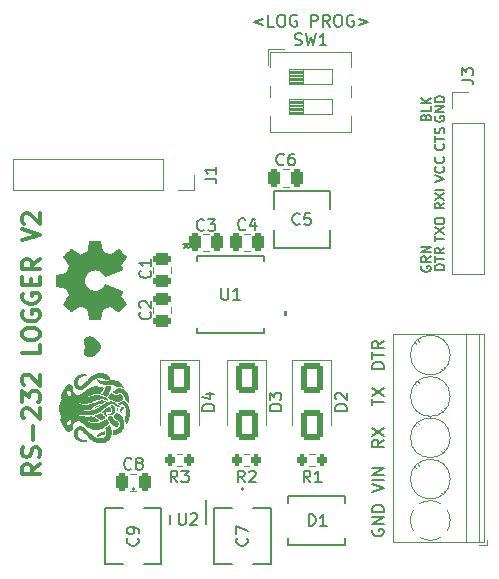
<source format=gbr>
%TF.GenerationSoftware,KiCad,Pcbnew,7.0.9*%
%TF.CreationDate,2024-01-09T17:40:00-08:00*%
%TF.ProjectId,RS-232 Logger,52532d32-3332-4204-9c6f-676765722e6b,rev?*%
%TF.SameCoordinates,Original*%
%TF.FileFunction,Legend,Top*%
%TF.FilePolarity,Positive*%
%FSLAX46Y46*%
G04 Gerber Fmt 4.6, Leading zero omitted, Abs format (unit mm)*
G04 Created by KiCad (PCBNEW 7.0.9) date 2024-01-09 17:40:00*
%MOMM*%
%LPD*%
G01*
G04 APERTURE LIST*
G04 Aperture macros list*
%AMRoundRect*
0 Rectangle with rounded corners*
0 $1 Rounding radius*
0 $2 $3 $4 $5 $6 $7 $8 $9 X,Y pos of 4 corners*
0 Add a 4 corners polygon primitive as box body*
4,1,4,$2,$3,$4,$5,$6,$7,$8,$9,$2,$3,0*
0 Add four circle primitives for the rounded corners*
1,1,$1+$1,$2,$3*
1,1,$1+$1,$4,$5*
1,1,$1+$1,$6,$7*
1,1,$1+$1,$8,$9*
0 Add four rect primitives between the rounded corners*
20,1,$1+$1,$2,$3,$4,$5,0*
20,1,$1+$1,$4,$5,$6,$7,0*
20,1,$1+$1,$6,$7,$8,$9,0*
20,1,$1+$1,$8,$9,$2,$3,0*%
G04 Aperture macros list end*
%ADD10C,0.000000*%
%ADD11C,0.150000*%
%ADD12C,0.300000*%
%ADD13C,0.120000*%
%ADD14C,0.200000*%
%ADD15C,0.152400*%
%ADD16C,0.010000*%
%ADD17RoundRect,0.250000X-0.475000X0.250000X-0.475000X-0.250000X0.475000X-0.250000X0.475000X0.250000X0*%
%ADD18R,0.599999X1.000000*%
%ADD19RoundRect,0.250000X-0.250000X-0.475000X0.250000X-0.475000X0.250000X0.475000X-0.250000X0.475000X0*%
%ADD20R,2.400000X2.400000*%
%ADD21C,2.400000*%
%ADD22RoundRect,0.250000X0.250000X0.475000X-0.250000X0.475000X-0.250000X-0.475000X0.250000X-0.475000X0*%
%ADD23RoundRect,0.250000X-0.650000X1.000000X-0.650000X-1.000000X0.650000X-1.000000X0.650000X1.000000X0*%
%ADD24R,1.700000X1.700000*%
%ADD25O,1.700000X1.700000*%
%ADD26C,2.200000*%
%ADD27RoundRect,0.200000X0.200000X0.275000X-0.200000X0.275000X-0.200000X-0.275000X0.200000X-0.275000X0*%
%ADD28R,1.609999X0.430000*%
%ADD29R,1.136599X2.177999*%
%ADD30R,2.177999X1.136599*%
%ADD31R,2.440000X1.120000*%
%ADD32R,1.879600X2.260600*%
G04 APERTURE END LIST*
D10*
G36*
X36242117Y-62270530D02*
G01*
X36285030Y-62304804D01*
X36311940Y-62324384D01*
X36342207Y-62344827D01*
X36375621Y-62365560D01*
X36411974Y-62386008D01*
X36451056Y-62405598D01*
X36492659Y-62423755D01*
X36536572Y-62439905D01*
X36582587Y-62453475D01*
X36630494Y-62463889D01*
X36655092Y-62467734D01*
X36680085Y-62470575D01*
X36697943Y-62472047D01*
X36714739Y-62473048D01*
X36730506Y-62473607D01*
X36745277Y-62473751D01*
X36759083Y-62473507D01*
X36771957Y-62472904D01*
X36783932Y-62471970D01*
X36795041Y-62470731D01*
X36805314Y-62469217D01*
X36814786Y-62467454D01*
X36823488Y-62465471D01*
X36831452Y-62463296D01*
X36838712Y-62460955D01*
X36845300Y-62458478D01*
X36851248Y-62455891D01*
X36856588Y-62453223D01*
X36861353Y-62450501D01*
X36865576Y-62447754D01*
X36869289Y-62445008D01*
X36872524Y-62442292D01*
X36875314Y-62439634D01*
X36877691Y-62437061D01*
X36879688Y-62434601D01*
X36881337Y-62432282D01*
X36882670Y-62430131D01*
X36883720Y-62428178D01*
X36885102Y-62424971D01*
X36885895Y-62422139D01*
X36904336Y-62417559D01*
X36922416Y-62413994D01*
X36940128Y-62411422D01*
X36957470Y-62409823D01*
X36974437Y-62409178D01*
X36991023Y-62409465D01*
X37007224Y-62410664D01*
X37023037Y-62412754D01*
X37038455Y-62415717D01*
X37053475Y-62419530D01*
X37068092Y-62424174D01*
X37082302Y-62429628D01*
X37096099Y-62435872D01*
X37109480Y-62442886D01*
X37122439Y-62450649D01*
X37134973Y-62459141D01*
X37147076Y-62468341D01*
X37158744Y-62478230D01*
X37169972Y-62488786D01*
X37180756Y-62499989D01*
X37191092Y-62511820D01*
X37200974Y-62524257D01*
X37210398Y-62537281D01*
X37219360Y-62550870D01*
X37227855Y-62565005D01*
X37235878Y-62579665D01*
X37243425Y-62594830D01*
X37250491Y-62610480D01*
X37263163Y-62643151D01*
X37273856Y-62677515D01*
X37266884Y-62706701D01*
X37258446Y-62734477D01*
X37248591Y-62760863D01*
X37237367Y-62785876D01*
X37224825Y-62809538D01*
X37211013Y-62831866D01*
X37195981Y-62852882D01*
X37179778Y-62872603D01*
X37162452Y-62891049D01*
X37144054Y-62908239D01*
X37124633Y-62924194D01*
X37104237Y-62938932D01*
X37082917Y-62952472D01*
X37060721Y-62964835D01*
X37037698Y-62976038D01*
X37013898Y-62986103D01*
X36964163Y-63002890D01*
X36911909Y-63015353D01*
X36857531Y-63023645D01*
X36801422Y-63027920D01*
X36743976Y-63028335D01*
X36685588Y-63025044D01*
X36626650Y-63018201D01*
X36567556Y-63007961D01*
X36550476Y-62996783D01*
X36533732Y-62986292D01*
X36517330Y-62976466D01*
X36501272Y-62967282D01*
X36485563Y-62958719D01*
X36470207Y-62950755D01*
X36440568Y-62936533D01*
X36412386Y-62924440D01*
X36385692Y-62914298D01*
X36360518Y-62905931D01*
X36336894Y-62899161D01*
X36314851Y-62893810D01*
X36294421Y-62889703D01*
X36275634Y-62886661D01*
X36258521Y-62884509D01*
X36243114Y-62883068D01*
X36229444Y-62882161D01*
X36207437Y-62881244D01*
X36191726Y-62864742D01*
X36175415Y-62848098D01*
X36141542Y-62814858D01*
X36106914Y-62782476D01*
X36072628Y-62751902D01*
X36039778Y-62724088D01*
X36024234Y-62711514D01*
X36009461Y-62699986D01*
X35995595Y-62689624D01*
X35982773Y-62680546D01*
X35971133Y-62672872D01*
X35960810Y-62666720D01*
X35977081Y-62642677D01*
X35994409Y-62615765D01*
X36031224Y-62555478D01*
X36069221Y-62490140D01*
X36106367Y-62424035D01*
X36169973Y-62306655D01*
X36205779Y-62237601D01*
X36242117Y-62270530D01*
G37*
G36*
X35892531Y-61706014D02*
G01*
X36006424Y-61709197D01*
X36248359Y-61713867D01*
X36241152Y-61748364D01*
X36231841Y-61788357D01*
X36218457Y-61840730D01*
X36200798Y-61903397D01*
X36178663Y-61974271D01*
X36151851Y-62051267D01*
X36136628Y-62091408D01*
X36120160Y-62132297D01*
X36102246Y-62173879D01*
X36083067Y-62215629D01*
X36062960Y-62257152D01*
X36042256Y-62298057D01*
X36021290Y-62337949D01*
X36000396Y-62376435D01*
X35960158Y-62447618D01*
X35924213Y-62508459D01*
X35895231Y-62555812D01*
X35868841Y-62597469D01*
X35804032Y-62566836D01*
X35741379Y-62538490D01*
X35680784Y-62512393D01*
X35622148Y-62488509D01*
X35565373Y-62466800D01*
X35510359Y-62447227D01*
X35457008Y-62429754D01*
X35405221Y-62414342D01*
X35451902Y-62351963D01*
X35494754Y-62290440D01*
X35533917Y-62230099D01*
X35569533Y-62171265D01*
X35601743Y-62114264D01*
X35630689Y-62059420D01*
X35656511Y-62007058D01*
X35679351Y-61957504D01*
X35699351Y-61911083D01*
X35716652Y-61868120D01*
X35731394Y-61828940D01*
X35743720Y-61793868D01*
X35761689Y-61737350D01*
X35771686Y-61701167D01*
X35892531Y-61706014D01*
G37*
G36*
X35689463Y-65563166D02*
G01*
X35692236Y-65582426D01*
X35694340Y-65601749D01*
X35695765Y-65621126D01*
X35696500Y-65640545D01*
X35696536Y-65659996D01*
X35695862Y-65679466D01*
X35694468Y-65698947D01*
X35692343Y-65718426D01*
X35689478Y-65737892D01*
X35685861Y-65757335D01*
X35681483Y-65776744D01*
X35676333Y-65796108D01*
X35670402Y-65815416D01*
X35663678Y-65834657D01*
X35656152Y-65853819D01*
X35623142Y-65852366D01*
X35590959Y-65851600D01*
X35559559Y-65851590D01*
X35528902Y-65852408D01*
X35498945Y-65854122D01*
X35469646Y-65856803D01*
X35440963Y-65860522D01*
X35412854Y-65865348D01*
X35385277Y-65871352D01*
X35358191Y-65878604D01*
X35331552Y-65887174D01*
X35305319Y-65897132D01*
X35279451Y-65908549D01*
X35253904Y-65921494D01*
X35228637Y-65936038D01*
X35203609Y-65952251D01*
X35177887Y-65968810D01*
X35154548Y-65981730D01*
X35133564Y-65991198D01*
X35114908Y-65997394D01*
X35098553Y-66000504D01*
X35084471Y-66000711D01*
X35072636Y-65998199D01*
X35063020Y-65993151D01*
X35055596Y-65985750D01*
X35050337Y-65976180D01*
X35047216Y-65964625D01*
X35046205Y-65951269D01*
X35047278Y-65936295D01*
X35050408Y-65919886D01*
X35055566Y-65902226D01*
X35062727Y-65883499D01*
X35071862Y-65863888D01*
X35082945Y-65843576D01*
X35095949Y-65822749D01*
X35110846Y-65801588D01*
X35127609Y-65780278D01*
X35146211Y-65759002D01*
X35166626Y-65737944D01*
X35188825Y-65717286D01*
X35212781Y-65697214D01*
X35238468Y-65677911D01*
X35265859Y-65659559D01*
X35294925Y-65642343D01*
X35325641Y-65626446D01*
X35357979Y-65612052D01*
X35391911Y-65599344D01*
X35427410Y-65588506D01*
X35459802Y-65580182D01*
X35492198Y-65572771D01*
X35524588Y-65566210D01*
X35556959Y-65560436D01*
X35589301Y-65555389D01*
X35621601Y-65551005D01*
X35653849Y-65547223D01*
X35686032Y-65543982D01*
X35689463Y-65563166D01*
G37*
G36*
X37199131Y-63397369D02*
G01*
X37211245Y-63405581D01*
X37222918Y-63414403D01*
X37234155Y-63423796D01*
X37244960Y-63433718D01*
X37255339Y-63444130D01*
X37265297Y-63454993D01*
X37274840Y-63466265D01*
X37283973Y-63477907D01*
X37292700Y-63489879D01*
X37301028Y-63502140D01*
X37308962Y-63514650D01*
X37316507Y-63527371D01*
X37323668Y-63540260D01*
X37330450Y-63553279D01*
X37336859Y-63566387D01*
X37254486Y-63624682D01*
X37233455Y-63640302D01*
X37212780Y-63656505D01*
X37192729Y-63673372D01*
X37173568Y-63690986D01*
X37155562Y-63709428D01*
X37138978Y-63728781D01*
X37131303Y-63738824D01*
X37124082Y-63749126D01*
X37117350Y-63759696D01*
X37111140Y-63770545D01*
X37105485Y-63781683D01*
X37100419Y-63793121D01*
X37095974Y-63804868D01*
X37092184Y-63816934D01*
X37089082Y-63829331D01*
X37086702Y-63842068D01*
X37085076Y-63855156D01*
X37084239Y-63868605D01*
X37084284Y-63873356D01*
X37084480Y-63877995D01*
X37084825Y-63882521D01*
X37085317Y-63886935D01*
X37085956Y-63891239D01*
X37086739Y-63895433D01*
X37087666Y-63899518D01*
X37088736Y-63903496D01*
X37089946Y-63907366D01*
X37091296Y-63911130D01*
X37092784Y-63914789D01*
X37094409Y-63918343D01*
X37096170Y-63921793D01*
X37098065Y-63925141D01*
X37100094Y-63928387D01*
X37102254Y-63931532D01*
X37104544Y-63934577D01*
X37106964Y-63937522D01*
X37109511Y-63940369D01*
X37112185Y-63943119D01*
X37114985Y-63945772D01*
X37117908Y-63948329D01*
X37120953Y-63950792D01*
X37124120Y-63953160D01*
X37127407Y-63955436D01*
X37130812Y-63957619D01*
X37137974Y-63961712D01*
X37145594Y-63965446D01*
X37153662Y-63968829D01*
X37157162Y-63970321D01*
X37160316Y-63971951D01*
X37163133Y-63973707D01*
X37165623Y-63975574D01*
X37167797Y-63977539D01*
X37169663Y-63979590D01*
X37171231Y-63981712D01*
X37172512Y-63983893D01*
X37173515Y-63986120D01*
X37174250Y-63988378D01*
X37174727Y-63990655D01*
X37174956Y-63992938D01*
X37174946Y-63995212D01*
X37174707Y-63997466D01*
X37174249Y-63999685D01*
X37173581Y-64001857D01*
X37172715Y-64003967D01*
X37171658Y-64006004D01*
X37170422Y-64007953D01*
X37169016Y-64009801D01*
X37167449Y-64011534D01*
X37165733Y-64013141D01*
X37163875Y-64014607D01*
X37161887Y-64015919D01*
X37159777Y-64017064D01*
X37157557Y-64018028D01*
X37155235Y-64018799D01*
X37152821Y-64019362D01*
X37150326Y-64019705D01*
X37147758Y-64019815D01*
X37145129Y-64019677D01*
X37142447Y-64019279D01*
X37131291Y-64016807D01*
X37120525Y-64013898D01*
X37110144Y-64010566D01*
X37100147Y-64006823D01*
X37090531Y-64002684D01*
X37081292Y-63998161D01*
X37072428Y-63993268D01*
X37063937Y-63988018D01*
X37055816Y-63982425D01*
X37048061Y-63976502D01*
X37040670Y-63970262D01*
X37033640Y-63963720D01*
X37026969Y-63956887D01*
X37020653Y-63949778D01*
X37014691Y-63942405D01*
X37009078Y-63934783D01*
X36998893Y-63918842D01*
X36990074Y-63902062D01*
X36982601Y-63884551D01*
X36976451Y-63866414D01*
X36971602Y-63847758D01*
X36968031Y-63828692D01*
X36965716Y-63809321D01*
X36964636Y-63789752D01*
X36964381Y-63774625D01*
X36964897Y-63759751D01*
X36966154Y-63745123D01*
X36968121Y-63730731D01*
X36970767Y-63716567D01*
X36974062Y-63702623D01*
X36977974Y-63688890D01*
X36982473Y-63675361D01*
X36987528Y-63662026D01*
X36993109Y-63648877D01*
X36999184Y-63635907D01*
X37005723Y-63623105D01*
X37020070Y-63597979D01*
X37035904Y-63573430D01*
X37052979Y-63549392D01*
X37071047Y-63525798D01*
X37089865Y-63502581D01*
X37109185Y-63479674D01*
X37186568Y-63389808D01*
X37186569Y-63389808D01*
X37199131Y-63397369D01*
G37*
G36*
X36330354Y-64300703D02*
G01*
X36346090Y-64341286D01*
X36362652Y-64379810D01*
X36380313Y-64416274D01*
X36399343Y-64450672D01*
X36420010Y-64483003D01*
X36442586Y-64513262D01*
X36454674Y-64527614D01*
X36467340Y-64541447D01*
X36480618Y-64554760D01*
X36494543Y-64567554D01*
X36509147Y-64579827D01*
X36524465Y-64591579D01*
X36540530Y-64602810D01*
X36557375Y-64613520D01*
X36575036Y-64623708D01*
X36593545Y-64633374D01*
X36612937Y-64642516D01*
X36633244Y-64651136D01*
X36654502Y-64659232D01*
X36676743Y-64666804D01*
X36700001Y-64673852D01*
X36724311Y-64680374D01*
X36776219Y-64691844D01*
X36793248Y-64719641D01*
X36807952Y-64746773D01*
X36820449Y-64773225D01*
X36830856Y-64798984D01*
X36839289Y-64824035D01*
X36845866Y-64848364D01*
X36850703Y-64871957D01*
X36853918Y-64894799D01*
X36855627Y-64916876D01*
X36855947Y-64938174D01*
X36854996Y-64958678D01*
X36852891Y-64978375D01*
X36849748Y-64997250D01*
X36845684Y-65015289D01*
X36840816Y-65032477D01*
X36835262Y-65048801D01*
X36829139Y-65064245D01*
X36822562Y-65078797D01*
X36815650Y-65092441D01*
X36808519Y-65105164D01*
X36801286Y-65116951D01*
X36794068Y-65127787D01*
X36780147Y-65146553D01*
X36767690Y-65161347D01*
X36757633Y-65172055D01*
X36748465Y-65180758D01*
X36700411Y-65171100D01*
X36654140Y-65158899D01*
X36609615Y-65144313D01*
X36566800Y-65127500D01*
X36525656Y-65108617D01*
X36486147Y-65087822D01*
X36448235Y-65065273D01*
X36411883Y-65041128D01*
X36377054Y-65015545D01*
X36343711Y-64988681D01*
X36311816Y-64960694D01*
X36281333Y-64931742D01*
X36252223Y-64901982D01*
X36224450Y-64871573D01*
X36172766Y-64809438D01*
X36125981Y-64746597D01*
X36083800Y-64684314D01*
X36045922Y-64623850D01*
X36012052Y-64566468D01*
X35955140Y-64465998D01*
X35931503Y-64425435D01*
X35910682Y-64393002D01*
X35911881Y-64391547D01*
X35913081Y-64390081D01*
X35913074Y-64390072D01*
X35913068Y-64390061D01*
X35913061Y-64390049D01*
X35913053Y-64390034D01*
X35913038Y-64390002D01*
X35913019Y-64389967D01*
X35913009Y-64389949D01*
X35912997Y-64389931D01*
X35912985Y-64389913D01*
X35912972Y-64389895D01*
X35912957Y-64389878D01*
X35912949Y-64389870D01*
X35912941Y-64389863D01*
X35912932Y-64389855D01*
X35912923Y-64389848D01*
X35912914Y-64389841D01*
X35912904Y-64389834D01*
X35925620Y-64374006D01*
X35938166Y-64358012D01*
X35963131Y-64325880D01*
X35975739Y-64309920D01*
X35988559Y-64294150D01*
X36001684Y-64278659D01*
X36015210Y-64263536D01*
X36032665Y-64268975D01*
X36050440Y-64273627D01*
X36068504Y-64277494D01*
X36086825Y-64280581D01*
X36105371Y-64282891D01*
X36124111Y-64284428D01*
X36143013Y-64285195D01*
X36162045Y-64285196D01*
X36181175Y-64284435D01*
X36200372Y-64282915D01*
X36219604Y-64280640D01*
X36238839Y-64277614D01*
X36258046Y-64273839D01*
X36277192Y-64269321D01*
X36296246Y-64264061D01*
X36315177Y-64258065D01*
X36330354Y-64300703D01*
G37*
G36*
X37025674Y-61898890D02*
G01*
X37090063Y-61911150D01*
X37153392Y-61929371D01*
X37215308Y-61953333D01*
X37275460Y-61982817D01*
X37333495Y-62017604D01*
X37389061Y-62057474D01*
X37441806Y-62102208D01*
X37491379Y-62151586D01*
X37537426Y-62205389D01*
X37579598Y-62263397D01*
X37617540Y-62325392D01*
X37650902Y-62391153D01*
X37679331Y-62460462D01*
X37702476Y-62533098D01*
X37719984Y-62608843D01*
X37731503Y-62687476D01*
X37736681Y-62768780D01*
X37735167Y-62852533D01*
X37726608Y-62938517D01*
X37710652Y-63026512D01*
X37686948Y-63116299D01*
X37672982Y-63097125D01*
X37658475Y-63078057D01*
X37643397Y-63059168D01*
X37627721Y-63040533D01*
X37611417Y-63022225D01*
X37594458Y-63004320D01*
X37576813Y-62986890D01*
X37558455Y-62970011D01*
X37539356Y-62953756D01*
X37519485Y-62938200D01*
X37498815Y-62923415D01*
X37477317Y-62909478D01*
X37454963Y-62896461D01*
X37431723Y-62884439D01*
X37407569Y-62873485D01*
X37382473Y-62863675D01*
X37382349Y-62819270D01*
X37380340Y-62776624D01*
X37376509Y-62735747D01*
X37370919Y-62696651D01*
X37363634Y-62659346D01*
X37354716Y-62623845D01*
X37344230Y-62590158D01*
X37332237Y-62558296D01*
X37318802Y-62528271D01*
X37303988Y-62500093D01*
X37287857Y-62473775D01*
X37270474Y-62449327D01*
X37251901Y-62426761D01*
X37232201Y-62406087D01*
X37211438Y-62387316D01*
X37189674Y-62370461D01*
X37166974Y-62355532D01*
X37143401Y-62342540D01*
X37119016Y-62331497D01*
X37093885Y-62322414D01*
X37068070Y-62315302D01*
X37041633Y-62310171D01*
X37014640Y-62307035D01*
X36987152Y-62305902D01*
X36959232Y-62306786D01*
X36930945Y-62309696D01*
X36902353Y-62314645D01*
X36873520Y-62321642D01*
X36844509Y-62330701D01*
X36815382Y-62341831D01*
X36786204Y-62355044D01*
X36757037Y-62370351D01*
X36736047Y-62371492D01*
X36713500Y-62370957D01*
X36689599Y-62368807D01*
X36664547Y-62365098D01*
X36638548Y-62359888D01*
X36611804Y-62353237D01*
X36584518Y-62345201D01*
X36556893Y-62335840D01*
X36529132Y-62325212D01*
X36501438Y-62313374D01*
X36474015Y-62300385D01*
X36447064Y-62286303D01*
X36420790Y-62271186D01*
X36395395Y-62255092D01*
X36371082Y-62238081D01*
X36348054Y-62220209D01*
X36400880Y-62152416D01*
X36456516Y-62092999D01*
X36514612Y-62041736D01*
X36574815Y-61998409D01*
X36636774Y-61962799D01*
X36700136Y-61934685D01*
X36764549Y-61913849D01*
X36829661Y-61900071D01*
X36895121Y-61893131D01*
X36960576Y-61892811D01*
X37025674Y-61898890D01*
G37*
G36*
X36323117Y-63341693D02*
G01*
X36344825Y-63343410D01*
X36366203Y-63346757D01*
X36387160Y-63351805D01*
X36397452Y-63354990D01*
X36407603Y-63358627D01*
X36417604Y-63362724D01*
X36427442Y-63367292D01*
X36437105Y-63372339D01*
X36446582Y-63377874D01*
X36455863Y-63383906D01*
X36464934Y-63390443D01*
X36478743Y-63411681D01*
X36492019Y-63434359D01*
X36504623Y-63458402D01*
X36516417Y-63483733D01*
X36527262Y-63510276D01*
X36537020Y-63537955D01*
X36545553Y-63566695D01*
X36552723Y-63596418D01*
X36558391Y-63627049D01*
X36562419Y-63658511D01*
X36564669Y-63690729D01*
X36565002Y-63723627D01*
X36563281Y-63757127D01*
X36559366Y-63791155D01*
X36553120Y-63825634D01*
X36544404Y-63860487D01*
X36535742Y-63887264D01*
X36525383Y-63913052D01*
X36513426Y-63937818D01*
X36499970Y-63961530D01*
X36485114Y-63984155D01*
X36468956Y-64005658D01*
X36451596Y-64026007D01*
X36433133Y-64045169D01*
X36413664Y-64063110D01*
X36393290Y-64079798D01*
X36372108Y-64095198D01*
X36350218Y-64109279D01*
X36327718Y-64122006D01*
X36304708Y-64133347D01*
X36281286Y-64143268D01*
X36257551Y-64151736D01*
X36233601Y-64158719D01*
X36209537Y-64164182D01*
X36185455Y-64168092D01*
X36161457Y-64170417D01*
X36137639Y-64171124D01*
X36114101Y-64170178D01*
X36090942Y-64167547D01*
X36068261Y-64163198D01*
X36046156Y-64157097D01*
X36024727Y-64149212D01*
X36004072Y-64139509D01*
X35984289Y-64127954D01*
X35965479Y-64114516D01*
X35947739Y-64099159D01*
X35931169Y-64081853D01*
X35915867Y-64062562D01*
X35914297Y-64060228D01*
X35912938Y-64057888D01*
X35911784Y-64055548D01*
X35910830Y-64053218D01*
X35910072Y-64050904D01*
X35909505Y-64048615D01*
X35909124Y-64046359D01*
X35908923Y-64044143D01*
X35908898Y-64041976D01*
X35909044Y-64039864D01*
X35909356Y-64037817D01*
X35909829Y-64035841D01*
X35910457Y-64033946D01*
X35911237Y-64032137D01*
X35912163Y-64030424D01*
X35913230Y-64028815D01*
X35914434Y-64027316D01*
X35915768Y-64025936D01*
X35917229Y-64024684D01*
X35918811Y-64023566D01*
X35920510Y-64022590D01*
X35922320Y-64021765D01*
X35924237Y-64021098D01*
X35926255Y-64020597D01*
X35928370Y-64020270D01*
X35930577Y-64020124D01*
X35932870Y-64020169D01*
X35935246Y-64020410D01*
X35937698Y-64020858D01*
X35940222Y-64021518D01*
X35942812Y-64022399D01*
X35945465Y-64023510D01*
X35953562Y-64027130D01*
X35961697Y-64030588D01*
X35969848Y-64033876D01*
X35977991Y-64036983D01*
X35986104Y-64039902D01*
X35994165Y-64042621D01*
X36002150Y-64045133D01*
X36010037Y-64047427D01*
X36017803Y-64049495D01*
X36025424Y-64051327D01*
X36032879Y-64052914D01*
X36040145Y-64054246D01*
X36047198Y-64055314D01*
X36054016Y-64056110D01*
X36060577Y-64056623D01*
X36066856Y-64056844D01*
X36066843Y-64056857D01*
X36066830Y-64056872D01*
X36066803Y-64056902D01*
X36066750Y-64056965D01*
X36066737Y-64056981D01*
X36066724Y-64056995D01*
X36066711Y-64057010D01*
X36066697Y-64057023D01*
X36066684Y-64057036D01*
X36066671Y-64057047D01*
X36066658Y-64057057D01*
X36066651Y-64057062D01*
X36066644Y-64057066D01*
X36092947Y-64055313D01*
X36117881Y-64051309D01*
X36141433Y-64045162D01*
X36163594Y-64036983D01*
X36184353Y-64026883D01*
X36203698Y-64014971D01*
X36221620Y-64001359D01*
X36238106Y-63986156D01*
X36253146Y-63969474D01*
X36266730Y-63951421D01*
X36278846Y-63932109D01*
X36289484Y-63911648D01*
X36298632Y-63890148D01*
X36306280Y-63867719D01*
X36312418Y-63844473D01*
X36317033Y-63820518D01*
X36320115Y-63795966D01*
X36321653Y-63770927D01*
X36321638Y-63745511D01*
X36320056Y-63719829D01*
X36316898Y-63693990D01*
X36312153Y-63668105D01*
X36305811Y-63642285D01*
X36297859Y-63616640D01*
X36288287Y-63591280D01*
X36277085Y-63566316D01*
X36264241Y-63541857D01*
X36249744Y-63518014D01*
X36233585Y-63494898D01*
X36215751Y-63472619D01*
X36196232Y-63451287D01*
X36175018Y-63431012D01*
X36169364Y-63425324D01*
X36163649Y-63419716D01*
X36157872Y-63414189D01*
X36152034Y-63408743D01*
X36146138Y-63403381D01*
X36140182Y-63398101D01*
X36134169Y-63392906D01*
X36128098Y-63387797D01*
X36148632Y-63378060D01*
X36169664Y-63369310D01*
X36191103Y-63361618D01*
X36212856Y-63355056D01*
X36234831Y-63349695D01*
X36256937Y-63345607D01*
X36279081Y-63342863D01*
X36301172Y-63341534D01*
X36323117Y-63341693D01*
G37*
G36*
X37254438Y-62950577D02*
G01*
X37285710Y-62958067D01*
X37315842Y-62967236D01*
X37344875Y-62978071D01*
X37372853Y-62990560D01*
X37399818Y-63004688D01*
X37425813Y-63020445D01*
X37450879Y-63037815D01*
X37475060Y-63056787D01*
X37498399Y-63077348D01*
X37520937Y-63099485D01*
X37542716Y-63123184D01*
X37563781Y-63148433D01*
X37584172Y-63175219D01*
X37603933Y-63203530D01*
X37623106Y-63233351D01*
X37650542Y-63281139D01*
X37675884Y-63330675D01*
X37699129Y-63381827D01*
X37720275Y-63434464D01*
X37756256Y-63543670D01*
X37783804Y-63657245D01*
X37802894Y-63774142D01*
X37813505Y-63893311D01*
X37815611Y-64013704D01*
X37809190Y-64134275D01*
X37794218Y-64253974D01*
X37770671Y-64371754D01*
X37738527Y-64486566D01*
X37697761Y-64597362D01*
X37674138Y-64650927D01*
X37648350Y-64703094D01*
X37620395Y-64753734D01*
X37590271Y-64802715D01*
X37557973Y-64849906D01*
X37523499Y-64895175D01*
X37486847Y-64938393D01*
X37448012Y-64979428D01*
X37448010Y-64979438D01*
X37448007Y-64979447D01*
X37448004Y-64979456D01*
X37448001Y-64979464D01*
X37447998Y-64979471D01*
X37447995Y-64979478D01*
X37447992Y-64979485D01*
X37447989Y-64979491D01*
X37447986Y-64979497D01*
X37447983Y-64979502D01*
X37447979Y-64979506D01*
X37447976Y-64979510D01*
X37447973Y-64979514D01*
X37447969Y-64979518D01*
X37447966Y-64979521D01*
X37447963Y-64979523D01*
X37447959Y-64979526D01*
X37447956Y-64979528D01*
X37447953Y-64979530D01*
X37447950Y-64979531D01*
X37447946Y-64979533D01*
X37447943Y-64979534D01*
X37447940Y-64979535D01*
X37447937Y-64979535D01*
X37447930Y-64979536D01*
X37447924Y-64979537D01*
X37447919Y-64979537D01*
X37447913Y-64979537D01*
X37449381Y-64943909D01*
X37449842Y-64908175D01*
X37449304Y-64872377D01*
X37447769Y-64836554D01*
X37445245Y-64800749D01*
X37441734Y-64765001D01*
X37437244Y-64729353D01*
X37431778Y-64693845D01*
X37425342Y-64658518D01*
X37417941Y-64623414D01*
X37409579Y-64588572D01*
X37400263Y-64554035D01*
X37389996Y-64519843D01*
X37378784Y-64486038D01*
X37366632Y-64452659D01*
X37353545Y-64419749D01*
X37382213Y-64365458D01*
X37408226Y-64309156D01*
X37431470Y-64251166D01*
X37451830Y-64191807D01*
X37469191Y-64131399D01*
X37483438Y-64070265D01*
X37494457Y-64008723D01*
X37502133Y-63947095D01*
X37506351Y-63885702D01*
X37506997Y-63824863D01*
X37503955Y-63764899D01*
X37497111Y-63706132D01*
X37486351Y-63648881D01*
X37471559Y-63593467D01*
X37452620Y-63540210D01*
X37429421Y-63489432D01*
X37413886Y-63459707D01*
X37395872Y-63430544D01*
X37375586Y-63402352D01*
X37353235Y-63375539D01*
X37329026Y-63350511D01*
X37303166Y-63327678D01*
X37289681Y-63317211D01*
X37275862Y-63307446D01*
X37261733Y-63298433D01*
X37247320Y-63290223D01*
X37232650Y-63282868D01*
X37217749Y-63276417D01*
X37202641Y-63270923D01*
X37187354Y-63266436D01*
X37171912Y-63263007D01*
X37156342Y-63260686D01*
X37140670Y-63259526D01*
X37124921Y-63259577D01*
X37109122Y-63260890D01*
X37093298Y-63263515D01*
X37077475Y-63267505D01*
X37061679Y-63272909D01*
X37045936Y-63279778D01*
X37030272Y-63288165D01*
X37014712Y-63298119D01*
X36999283Y-63309692D01*
X36970445Y-63293917D01*
X36942263Y-63277703D01*
X36914758Y-63261044D01*
X36887953Y-63243934D01*
X36861870Y-63226368D01*
X36836532Y-63208340D01*
X36811961Y-63189844D01*
X36788180Y-63170874D01*
X36814351Y-63129881D01*
X36828295Y-63108150D01*
X36859948Y-63107848D01*
X36890006Y-63106284D01*
X36918610Y-63103446D01*
X36945901Y-63099322D01*
X36972017Y-63093897D01*
X36997101Y-63087160D01*
X37021292Y-63079098D01*
X37044730Y-63069697D01*
X37067556Y-63058946D01*
X37089911Y-63046830D01*
X37111933Y-63033338D01*
X37133765Y-63018456D01*
X37155545Y-63002172D01*
X37177415Y-62984473D01*
X37199514Y-62965346D01*
X37221984Y-62944779D01*
X37254438Y-62950577D01*
G37*
G36*
X36710399Y-63527011D02*
G01*
X36727124Y-63533280D01*
X36744134Y-63539067D01*
X36761438Y-63544331D01*
X36779045Y-63549032D01*
X36796962Y-63553131D01*
X36815200Y-63556587D01*
X36833766Y-63559360D01*
X36823482Y-63588312D01*
X36813691Y-63617941D01*
X36804620Y-63648288D01*
X36796494Y-63679396D01*
X36792857Y-63695248D01*
X36789541Y-63711306D01*
X36786575Y-63727575D01*
X36783987Y-63744060D01*
X36781805Y-63760767D01*
X36780058Y-63777701D01*
X36778774Y-63794866D01*
X36777981Y-63812269D01*
X36777829Y-63814267D01*
X36777503Y-63816169D01*
X36777012Y-63817973D01*
X36776368Y-63819675D01*
X36775580Y-63821271D01*
X36774658Y-63822759D01*
X36773613Y-63824135D01*
X36772455Y-63825395D01*
X36771194Y-63826537D01*
X36769839Y-63827556D01*
X36768402Y-63828450D01*
X36766892Y-63829215D01*
X36765319Y-63829848D01*
X36763694Y-63830346D01*
X36762026Y-63830704D01*
X36760326Y-63830920D01*
X36758605Y-63830990D01*
X36756871Y-63830912D01*
X36755136Y-63830680D01*
X36753408Y-63830293D01*
X36751700Y-63829747D01*
X36750020Y-63829038D01*
X36748379Y-63828164D01*
X36746787Y-63827120D01*
X36745254Y-63825903D01*
X36743790Y-63824510D01*
X36742405Y-63822938D01*
X36741110Y-63821184D01*
X36739915Y-63819243D01*
X36738829Y-63817112D01*
X36737864Y-63814789D01*
X36737028Y-63812269D01*
X36727115Y-63776560D01*
X36718392Y-63740769D01*
X36710911Y-63704824D01*
X36704724Y-63668654D01*
X36699883Y-63632188D01*
X36696439Y-63595355D01*
X36694444Y-63558083D01*
X36693950Y-63520300D01*
X36710399Y-63527011D01*
G37*
G36*
X35227314Y-63354366D02*
G01*
X35156141Y-63398670D01*
X35084715Y-63441470D01*
X35013717Y-63482018D01*
X34943827Y-63519566D01*
X34875725Y-63553367D01*
X34842557Y-63568628D01*
X34810092Y-63582672D01*
X34778414Y-63595405D01*
X34747608Y-63606734D01*
X34735165Y-63610993D01*
X34722940Y-63615017D01*
X34698642Y-63622927D01*
X34754373Y-63574765D01*
X34784886Y-63550047D01*
X34817042Y-63525230D01*
X34850748Y-63500562D01*
X34885912Y-63476288D01*
X34922443Y-63452654D01*
X34960249Y-63429906D01*
X34999238Y-63408289D01*
X35039317Y-63388050D01*
X35080395Y-63369433D01*
X35122381Y-63352686D01*
X35165181Y-63338054D01*
X35208705Y-63325782D01*
X35252859Y-63316117D01*
X35297553Y-63309304D01*
X35227314Y-63354366D01*
G37*
G36*
X35388742Y-60587935D02*
G01*
X35444622Y-60591484D01*
X35499783Y-60597796D01*
X35554098Y-60606873D01*
X35607438Y-60618717D01*
X35659674Y-60633333D01*
X35710678Y-60650722D01*
X35760322Y-60670887D01*
X35808477Y-60693833D01*
X35855016Y-60719560D01*
X35899810Y-60748074D01*
X35942730Y-60779375D01*
X35983648Y-60813468D01*
X36022435Y-60850354D01*
X36058965Y-60890038D01*
X36093107Y-60932522D01*
X36124734Y-60977808D01*
X36153717Y-61025900D01*
X36179929Y-61076801D01*
X36203240Y-61130514D01*
X36205321Y-61136229D01*
X36142153Y-61142598D01*
X36079149Y-61149846D01*
X35954108Y-61165523D01*
X35831157Y-61180347D01*
X35770765Y-61186528D01*
X35711255Y-61191403D01*
X35709911Y-61189519D01*
X35708593Y-61187625D01*
X35705986Y-61183828D01*
X35704672Y-61181931D01*
X35703333Y-61180043D01*
X35701957Y-61178166D01*
X35700531Y-61176305D01*
X35682938Y-61155455D01*
X35664131Y-61136067D01*
X35644168Y-61118125D01*
X35623106Y-61101612D01*
X35601004Y-61086511D01*
X35577920Y-61072807D01*
X35553912Y-61060482D01*
X35529037Y-61049520D01*
X35503354Y-61039904D01*
X35476921Y-61031618D01*
X35449796Y-61024646D01*
X35422036Y-61018970D01*
X35364847Y-61011442D01*
X35305817Y-61008903D01*
X35245410Y-61011219D01*
X35184090Y-61018259D01*
X35122323Y-61029891D01*
X35060570Y-61045981D01*
X34999297Y-61066397D01*
X34938968Y-61091007D01*
X34880047Y-61119679D01*
X34822997Y-61152280D01*
X34768148Y-61187306D01*
X34715393Y-61223310D01*
X34664520Y-61260251D01*
X34615315Y-61298083D01*
X34567567Y-61336764D01*
X34521063Y-61376249D01*
X34475590Y-61416495D01*
X34430937Y-61457459D01*
X34343239Y-61541365D01*
X34256269Y-61627617D01*
X34077718Y-61805766D01*
X34018104Y-61859744D01*
X33958238Y-61905507D01*
X33898361Y-61943361D01*
X33838712Y-61973612D01*
X33779531Y-61996565D01*
X33721059Y-62012528D01*
X33663536Y-62021807D01*
X33607201Y-62024708D01*
X33552294Y-62021537D01*
X33499055Y-62012600D01*
X33447724Y-61998204D01*
X33398542Y-61978655D01*
X33351748Y-61954259D01*
X33307581Y-61925323D01*
X33266283Y-61892152D01*
X33228093Y-61855053D01*
X33193251Y-61814333D01*
X33161996Y-61770296D01*
X33134569Y-61723251D01*
X33111210Y-61673503D01*
X33092159Y-61621357D01*
X33077656Y-61567122D01*
X33067940Y-61511102D01*
X33063251Y-61453604D01*
X33063831Y-61394934D01*
X33069917Y-61335398D01*
X33081751Y-61275304D01*
X33099573Y-61214956D01*
X33123622Y-61154662D01*
X33154138Y-61094727D01*
X33191361Y-61035458D01*
X33235532Y-60977161D01*
X33265758Y-60941059D01*
X33299149Y-60906936D01*
X33335379Y-60874863D01*
X33374121Y-60844910D01*
X33415050Y-60817149D01*
X33457838Y-60791651D01*
X33502161Y-60768485D01*
X33547692Y-60747723D01*
X33594104Y-60729436D01*
X33641072Y-60713695D01*
X33688270Y-60700570D01*
X33735371Y-60690131D01*
X33782049Y-60682451D01*
X33827979Y-60677599D01*
X33872833Y-60675647D01*
X33916287Y-60676665D01*
X33916288Y-60676665D01*
X33937216Y-60679072D01*
X33958969Y-60682434D01*
X33981237Y-60686698D01*
X34003708Y-60691811D01*
X34026073Y-60697718D01*
X34048020Y-60704366D01*
X34069240Y-60711702D01*
X34089422Y-60719673D01*
X34108255Y-60728224D01*
X34117069Y-60732701D01*
X34125429Y-60737303D01*
X34133297Y-60742024D01*
X34140634Y-60746856D01*
X34147401Y-60751793D01*
X34153559Y-60756829D01*
X34159069Y-60761956D01*
X34163893Y-60767169D01*
X34167992Y-60772460D01*
X34171327Y-60777822D01*
X34173859Y-60783250D01*
X34175549Y-60788736D01*
X34176359Y-60794273D01*
X34176249Y-60799855D01*
X34174556Y-60809998D01*
X34171696Y-60818164D01*
X34169784Y-60821581D01*
X34167527Y-60824594D01*
X34164907Y-60827233D01*
X34161907Y-60829529D01*
X34154693Y-60833211D01*
X34145744Y-60835881D01*
X34134918Y-60837781D01*
X34122071Y-60839150D01*
X34047642Y-60844162D01*
X34022563Y-60846503D01*
X33994610Y-60849764D01*
X33963642Y-60854183D01*
X33929517Y-60860004D01*
X33893840Y-60867468D01*
X33858394Y-60876636D01*
X33823299Y-60887478D01*
X33788676Y-60899964D01*
X33754646Y-60914063D01*
X33721329Y-60929746D01*
X33688846Y-60946982D01*
X33657318Y-60965740D01*
X33626865Y-60985991D01*
X33597607Y-61007704D01*
X33569667Y-61030849D01*
X33543164Y-61055396D01*
X33518218Y-61081313D01*
X33494952Y-61108572D01*
X33473484Y-61137141D01*
X33463463Y-61151908D01*
X33453937Y-61166991D01*
X33444420Y-61181686D01*
X33435579Y-61197074D01*
X33427423Y-61213093D01*
X33419958Y-61229681D01*
X33413194Y-61246775D01*
X33407136Y-61264313D01*
X33401795Y-61282233D01*
X33397176Y-61300473D01*
X33393289Y-61318970D01*
X33390141Y-61337661D01*
X33387739Y-61356485D01*
X33386092Y-61375378D01*
X33385207Y-61394280D01*
X33385092Y-61413127D01*
X33385755Y-61431857D01*
X33387204Y-61450408D01*
X33389447Y-61468718D01*
X33392491Y-61486724D01*
X33396345Y-61504363D01*
X33401016Y-61521574D01*
X33406511Y-61538294D01*
X33412840Y-61554461D01*
X33420009Y-61570012D01*
X33428026Y-61584886D01*
X33436899Y-61599019D01*
X33446637Y-61612350D01*
X33457247Y-61624816D01*
X33468736Y-61636355D01*
X33481112Y-61646904D01*
X33494384Y-61656402D01*
X33508560Y-61664786D01*
X33523646Y-61671993D01*
X33536834Y-61677124D01*
X33549886Y-61681290D01*
X33562798Y-61684530D01*
X33575568Y-61686882D01*
X33588192Y-61688384D01*
X33600668Y-61689073D01*
X33612993Y-61688987D01*
X33625163Y-61688165D01*
X33637176Y-61686645D01*
X33649028Y-61684464D01*
X33660717Y-61681661D01*
X33672239Y-61678273D01*
X33683593Y-61674339D01*
X33694773Y-61669896D01*
X33705779Y-61664983D01*
X33716606Y-61659637D01*
X33727252Y-61653896D01*
X33737714Y-61647799D01*
X33758073Y-61634686D01*
X33777658Y-61620603D01*
X33796448Y-61605853D01*
X33814416Y-61590740D01*
X33831540Y-61575568D01*
X33863159Y-61546263D01*
X33911795Y-61498349D01*
X33958731Y-61449990D01*
X34049060Y-61352403D01*
X34137260Y-61254440D01*
X34226445Y-61157038D01*
X34272380Y-61108842D01*
X34319729Y-61061137D01*
X34368882Y-61014042D01*
X34420228Y-60967674D01*
X34474155Y-60922149D01*
X34531053Y-60877586D01*
X34591313Y-60834101D01*
X34655322Y-60791812D01*
X34708862Y-60759720D01*
X34763352Y-60730352D01*
X34818664Y-60703711D01*
X34874670Y-60679800D01*
X34931240Y-60658623D01*
X34988247Y-60640181D01*
X35045563Y-60624477D01*
X35103058Y-60611516D01*
X35160605Y-60601299D01*
X35218075Y-60593829D01*
X35275340Y-60589110D01*
X35332272Y-60587144D01*
X35388742Y-60587935D01*
G37*
G36*
X36665423Y-63982602D02*
G01*
X36709088Y-63986219D01*
X36751612Y-63993291D01*
X36792960Y-64003682D01*
X36833099Y-64017253D01*
X36871996Y-64033865D01*
X36909617Y-64053381D01*
X36945929Y-64075662D01*
X36980897Y-64100571D01*
X37014489Y-64127968D01*
X37046671Y-64157717D01*
X37077409Y-64189678D01*
X37106669Y-64223713D01*
X37134420Y-64259685D01*
X37185254Y-64336884D01*
X37229642Y-64420171D01*
X37267317Y-64508439D01*
X37298011Y-64600583D01*
X37321453Y-64695497D01*
X37337378Y-64792077D01*
X37345515Y-64889216D01*
X37345598Y-64985810D01*
X37337356Y-65080753D01*
X37329272Y-65128462D01*
X37318638Y-65174709D01*
X37305566Y-65219491D01*
X37290167Y-65262801D01*
X37272549Y-65304634D01*
X37252825Y-65344985D01*
X37231103Y-65383848D01*
X37207495Y-65421219D01*
X37182111Y-65457092D01*
X37155061Y-65491461D01*
X37126455Y-65524322D01*
X37096404Y-65555669D01*
X37065019Y-65585497D01*
X37032410Y-65613800D01*
X36998686Y-65640574D01*
X36963959Y-65665812D01*
X36891935Y-65711663D01*
X36817220Y-65751310D01*
X36740699Y-65784712D01*
X36663253Y-65811825D01*
X36585766Y-65832607D01*
X36509120Y-65847017D01*
X36434198Y-65855012D01*
X36361884Y-65856550D01*
X36367290Y-65831161D01*
X36372020Y-65805773D01*
X36376087Y-65780389D01*
X36379503Y-65755010D01*
X36382283Y-65729638D01*
X36384438Y-65704275D01*
X36385982Y-65678922D01*
X36386927Y-65653583D01*
X36387286Y-65628258D01*
X36387072Y-65602950D01*
X36386298Y-65577660D01*
X36384977Y-65552391D01*
X36380744Y-65501922D01*
X36374478Y-65451557D01*
X36405274Y-65446867D01*
X36440604Y-65440495D01*
X36479670Y-65432225D01*
X36521676Y-65421838D01*
X36565825Y-65409118D01*
X36611321Y-65393847D01*
X36657368Y-65375807D01*
X36703168Y-65354782D01*
X36725727Y-65343081D01*
X36747926Y-65330552D01*
X36769665Y-65317169D01*
X36790845Y-65302902D01*
X36811366Y-65287727D01*
X36831128Y-65271614D01*
X36850032Y-65254538D01*
X36867979Y-65236470D01*
X36884869Y-65217384D01*
X36900602Y-65197252D01*
X36915079Y-65176048D01*
X36928199Y-65153744D01*
X36939865Y-65130313D01*
X36949975Y-65105728D01*
X36958432Y-65079961D01*
X36965133Y-65052985D01*
X36968309Y-65036849D01*
X36970995Y-65021096D01*
X36973206Y-65005720D01*
X36974959Y-64990714D01*
X36976269Y-64976070D01*
X36977152Y-64961782D01*
X36977624Y-64947843D01*
X36977700Y-64934245D01*
X36977397Y-64920981D01*
X36976729Y-64908044D01*
X36974364Y-64883124D01*
X36970731Y-64859427D01*
X36965956Y-64836897D01*
X36960166Y-64815477D01*
X36953486Y-64795110D01*
X36946043Y-64775739D01*
X36937961Y-64757308D01*
X36929367Y-64739759D01*
X36920387Y-64723037D01*
X36911146Y-64707084D01*
X36901771Y-64691843D01*
X36894205Y-64680300D01*
X36886389Y-64669256D01*
X36878331Y-64658703D01*
X36870043Y-64648634D01*
X36852815Y-64629913D01*
X36834782Y-64613027D01*
X36816025Y-64597910D01*
X36796623Y-64584495D01*
X36776654Y-64572718D01*
X36756199Y-64562513D01*
X36735337Y-64553812D01*
X36714147Y-64546552D01*
X36692708Y-64540665D01*
X36671100Y-64536087D01*
X36649401Y-64532751D01*
X36627693Y-64530591D01*
X36606053Y-64529542D01*
X36584561Y-64529538D01*
X36574091Y-64519565D01*
X36564028Y-64509396D01*
X36545091Y-64488557D01*
X36527681Y-64467185D01*
X36511728Y-64445444D01*
X36497165Y-64423500D01*
X36483922Y-64401517D01*
X36471932Y-64379660D01*
X36461125Y-64358094D01*
X36451433Y-64336984D01*
X36442788Y-64316494D01*
X36435120Y-64296790D01*
X36428362Y-64278035D01*
X36417299Y-64244036D01*
X36409050Y-64215816D01*
X36426157Y-64205669D01*
X36442855Y-64194824D01*
X36459120Y-64183305D01*
X36474930Y-64171133D01*
X36490260Y-64158333D01*
X36505088Y-64144927D01*
X36519390Y-64130939D01*
X36533144Y-64116391D01*
X36546327Y-64101306D01*
X36558914Y-64085708D01*
X36570884Y-64069619D01*
X36582212Y-64053062D01*
X36592876Y-64036062D01*
X36602852Y-64018639D01*
X36612118Y-64000819D01*
X36620650Y-63982623D01*
X36620650Y-63982580D01*
X36665423Y-63982602D01*
G37*
G36*
X35098552Y-61136588D02*
G01*
X35114907Y-61139698D01*
X35133563Y-61145895D01*
X35154547Y-61155362D01*
X35177887Y-61168283D01*
X35203608Y-61184841D01*
X35257092Y-61216773D01*
X35313472Y-61241803D01*
X35372543Y-61260558D01*
X35434101Y-61273668D01*
X35497939Y-61281761D01*
X35563853Y-61285467D01*
X35701087Y-61282229D01*
X36292027Y-61219506D01*
X36442057Y-61216532D01*
X36516288Y-61220409D01*
X36589723Y-61228701D01*
X36662156Y-61242035D01*
X36733383Y-61261041D01*
X36803199Y-61286348D01*
X36871397Y-61318583D01*
X36937774Y-61358377D01*
X37002124Y-61406357D01*
X37064242Y-61463153D01*
X37123923Y-61529393D01*
X37180961Y-61605706D01*
X37235152Y-61692720D01*
X37286290Y-61791065D01*
X37334170Y-61901368D01*
X37305766Y-61884456D01*
X37276575Y-61868495D01*
X37246550Y-61853600D01*
X37215644Y-61839886D01*
X37183811Y-61827468D01*
X37151002Y-61816461D01*
X37117172Y-61806979D01*
X37082272Y-61799138D01*
X37046256Y-61793051D01*
X37009077Y-61788834D01*
X36970688Y-61786601D01*
X36931041Y-61786468D01*
X36890090Y-61788549D01*
X36847787Y-61792958D01*
X36804085Y-61799811D01*
X36758938Y-61809223D01*
X36731344Y-61779602D01*
X36702391Y-61753013D01*
X36672124Y-61729290D01*
X36640588Y-61708270D01*
X36607830Y-61689787D01*
X36573894Y-61673677D01*
X36538827Y-61659776D01*
X36502673Y-61647918D01*
X36427288Y-61629676D01*
X36348104Y-61617635D01*
X36265485Y-61610477D01*
X36179795Y-61606887D01*
X35813607Y-61601865D01*
X35718023Y-61596362D01*
X35621553Y-61586526D01*
X35524560Y-61571041D01*
X35427410Y-61548591D01*
X35391910Y-61537752D01*
X35357978Y-61525044D01*
X35325640Y-61510649D01*
X35294925Y-61494751D01*
X35265858Y-61477535D01*
X35238468Y-61459183D01*
X35212781Y-61439879D01*
X35188824Y-61419806D01*
X35166625Y-61399149D01*
X35146211Y-61378090D01*
X35127608Y-61356814D01*
X35110845Y-61335504D01*
X35095948Y-61314343D01*
X35082944Y-61293515D01*
X35071861Y-61273204D01*
X35062726Y-61253593D01*
X35055565Y-61234866D01*
X35050407Y-61217206D01*
X35047277Y-61200797D01*
X35046204Y-61185823D01*
X35047215Y-61172467D01*
X35050336Y-61160912D01*
X35055595Y-61151342D01*
X35063019Y-61143942D01*
X35072635Y-61138893D01*
X35084470Y-61136381D01*
X35098552Y-61136588D01*
G37*
G36*
X36140667Y-65022169D02*
G01*
X36165815Y-65086239D01*
X36189014Y-65150724D01*
X36210022Y-65215587D01*
X36228597Y-65280792D01*
X36244497Y-65346302D01*
X36257482Y-65412081D01*
X36267309Y-65478092D01*
X36273736Y-65544300D01*
X36276522Y-65610666D01*
X36275425Y-65677156D01*
X36270204Y-65743732D01*
X36260617Y-65810358D01*
X36246421Y-65876997D01*
X36227376Y-65943614D01*
X36203240Y-66010170D01*
X36179929Y-66063883D01*
X36153717Y-66114784D01*
X36124734Y-66162877D01*
X36093107Y-66208164D01*
X36058965Y-66250648D01*
X36022435Y-66290332D01*
X35983648Y-66327219D01*
X35942730Y-66361311D01*
X35899810Y-66392613D01*
X35855016Y-66421126D01*
X35808477Y-66446854D01*
X35760322Y-66469800D01*
X35710678Y-66489966D01*
X35659674Y-66507355D01*
X35607438Y-66521970D01*
X35554098Y-66533815D01*
X35499783Y-66542892D01*
X35444622Y-66549204D01*
X35388742Y-66552754D01*
X35332272Y-66553544D01*
X35275340Y-66551579D01*
X35218075Y-66546860D01*
X35160605Y-66539390D01*
X35103058Y-66529174D01*
X35045563Y-66516212D01*
X34988247Y-66500509D01*
X34931240Y-66482067D01*
X34874670Y-66460890D01*
X34818664Y-66436979D01*
X34763352Y-66410339D01*
X34708862Y-66380971D01*
X34655322Y-66348879D01*
X34591313Y-66306591D01*
X34531053Y-66263107D01*
X34474155Y-66218544D01*
X34420228Y-66173020D01*
X34368882Y-66126651D01*
X34319729Y-66079556D01*
X34272380Y-66031852D01*
X34226445Y-65983655D01*
X34137260Y-65886253D01*
X34049060Y-65788290D01*
X33958731Y-65690704D01*
X33911795Y-65642345D01*
X33863159Y-65594432D01*
X33831540Y-65565123D01*
X33814416Y-65549948D01*
X33796448Y-65534833D01*
X33777658Y-65520080D01*
X33758073Y-65505994D01*
X33737714Y-65492878D01*
X33716606Y-65481037D01*
X33694773Y-65470774D01*
X33683593Y-65466329D01*
X33672239Y-65462393D01*
X33660717Y-65459004D01*
X33649028Y-65456199D01*
X33637176Y-65454016D01*
X33625163Y-65452494D01*
X33612993Y-65451671D01*
X33600668Y-65451584D01*
X33588192Y-65452272D01*
X33575568Y-65453772D01*
X33562798Y-65456122D01*
X33549886Y-65459361D01*
X33536834Y-65463527D01*
X33523646Y-65468657D01*
X33508560Y-65475865D01*
X33494384Y-65484250D01*
X33481112Y-65493749D01*
X33468736Y-65504300D01*
X33457247Y-65515840D01*
X33446637Y-65528308D01*
X33436899Y-65541640D01*
X33428026Y-65555775D01*
X33420009Y-65570650D01*
X33412840Y-65586203D01*
X33406511Y-65602371D01*
X33401016Y-65619093D01*
X33396345Y-65636305D01*
X33392491Y-65653946D01*
X33387204Y-65690264D01*
X33385092Y-65727548D01*
X33386092Y-65765299D01*
X33390141Y-65803019D01*
X33397176Y-65840209D01*
X33407136Y-65876371D01*
X33419958Y-65911005D01*
X33427423Y-65927593D01*
X33435579Y-65943613D01*
X33444420Y-65959002D01*
X33453937Y-65973697D01*
X33473484Y-66003547D01*
X33494952Y-66032117D01*
X33518218Y-66059375D01*
X33543164Y-66085291D01*
X33569667Y-66109835D01*
X33597607Y-66132978D01*
X33626865Y-66154689D01*
X33657318Y-66174938D01*
X33688846Y-66193694D01*
X33721329Y-66210929D01*
X33754646Y-66226611D01*
X33788676Y-66240710D01*
X33823299Y-66253197D01*
X33858394Y-66264041D01*
X33893840Y-66273212D01*
X33929517Y-66280680D01*
X33946983Y-66283781D01*
X33963642Y-66286502D01*
X33979512Y-66288872D01*
X33994610Y-66290922D01*
X34008954Y-66292682D01*
X34022563Y-66294183D01*
X34035453Y-66295454D01*
X34047642Y-66296525D01*
X34122071Y-66301538D01*
X34128756Y-66302172D01*
X34134918Y-66302909D01*
X34140575Y-66303777D01*
X34145744Y-66304808D01*
X34150445Y-66306032D01*
X34154693Y-66307478D01*
X34158508Y-66309178D01*
X34161906Y-66311160D01*
X34163455Y-66312267D01*
X34164907Y-66313456D01*
X34166263Y-66314731D01*
X34167527Y-66316096D01*
X34168699Y-66317553D01*
X34169784Y-66319108D01*
X34170782Y-66320764D01*
X34171696Y-66322525D01*
X34173280Y-66326376D01*
X34174556Y-66330690D01*
X34175539Y-66335499D01*
X34176249Y-66340832D01*
X34176359Y-66346415D01*
X34175549Y-66351953D01*
X34173859Y-66357439D01*
X34171327Y-66362867D01*
X34167992Y-66368229D01*
X34163893Y-66373520D01*
X34159069Y-66378733D01*
X34153559Y-66383861D01*
X34140634Y-66393834D01*
X34125429Y-66403387D01*
X34108255Y-66412466D01*
X34089421Y-66421018D01*
X34069240Y-66428989D01*
X34048020Y-66436325D01*
X34026072Y-66442974D01*
X34003707Y-66448882D01*
X33981236Y-66453994D01*
X33958969Y-66458259D01*
X33937215Y-66461622D01*
X33916287Y-66464029D01*
X33872833Y-66465048D01*
X33827979Y-66463095D01*
X33782049Y-66458243D01*
X33735371Y-66450563D01*
X33688270Y-66440124D01*
X33641072Y-66426999D01*
X33594104Y-66411257D01*
X33547692Y-66392970D01*
X33502161Y-66372208D01*
X33457838Y-66349042D01*
X33415050Y-66323544D01*
X33374121Y-66295783D01*
X33335379Y-66265831D01*
X33299149Y-66233758D01*
X33265758Y-66199635D01*
X33250229Y-66181827D01*
X33235532Y-66163533D01*
X33191362Y-66105236D01*
X33154138Y-66045966D01*
X33123622Y-65986030D01*
X33099573Y-65925734D01*
X33081752Y-65865386D01*
X33069918Y-65805290D01*
X33063831Y-65745753D01*
X33063252Y-65687082D01*
X33067940Y-65629582D01*
X33077656Y-65573560D01*
X33092160Y-65519323D01*
X33111211Y-65467176D01*
X33134570Y-65417426D01*
X33161996Y-65370379D01*
X33193251Y-65326341D01*
X33228093Y-65285618D01*
X33266284Y-65248518D01*
X33307582Y-65215345D01*
X33351748Y-65186407D01*
X33398542Y-65162010D01*
X33447725Y-65142459D01*
X33499055Y-65128062D01*
X33552294Y-65119124D01*
X33607201Y-65115952D01*
X33663536Y-65118851D01*
X33721060Y-65128129D01*
X33779532Y-65144092D01*
X33838712Y-65167045D01*
X33898361Y-65197295D01*
X33958238Y-65235148D01*
X34018104Y-65280911D01*
X34077719Y-65334890D01*
X34256270Y-65513042D01*
X34343239Y-65599300D01*
X34430937Y-65683212D01*
X34475591Y-65724179D01*
X34521063Y-65764429D01*
X34567567Y-65803917D01*
X34615316Y-65842601D01*
X34664520Y-65880436D01*
X34715394Y-65917378D01*
X34768149Y-65953385D01*
X34822997Y-65988411D01*
X34880047Y-66021013D01*
X34938968Y-66049686D01*
X34999298Y-66074297D01*
X35060571Y-66094714D01*
X35122323Y-66110805D01*
X35184091Y-66122436D01*
X35245410Y-66129477D01*
X35275757Y-66131234D01*
X35305817Y-66131794D01*
X35335533Y-66131139D01*
X35364847Y-66129254D01*
X35393701Y-66126122D01*
X35422037Y-66121727D01*
X35449796Y-66116051D01*
X35476922Y-66109079D01*
X35503355Y-66100793D01*
X35529037Y-66091177D01*
X35553912Y-66080215D01*
X35577920Y-66067891D01*
X35601005Y-66054186D01*
X35623106Y-66039086D01*
X35644168Y-66022573D01*
X35664132Y-66004631D01*
X35682939Y-65985244D01*
X35700532Y-65964394D01*
X35715569Y-65944271D01*
X35729394Y-65923753D01*
X35742036Y-65902869D01*
X35753523Y-65881644D01*
X35763884Y-65860107D01*
X35773148Y-65838282D01*
X35781344Y-65816198D01*
X35788501Y-65793882D01*
X35794647Y-65771359D01*
X35799811Y-65748657D01*
X35807311Y-65702824D01*
X35811231Y-65656597D01*
X35811802Y-65610191D01*
X35809254Y-65563821D01*
X35803819Y-65517701D01*
X35795727Y-65472046D01*
X35785210Y-65427072D01*
X35772497Y-65382993D01*
X35757820Y-65340023D01*
X35741410Y-65298379D01*
X35723497Y-65258274D01*
X35772622Y-65227564D01*
X35822108Y-65194862D01*
X35871725Y-65160198D01*
X35921247Y-65123605D01*
X35970445Y-65085112D01*
X36019090Y-65044751D01*
X36066955Y-65002554D01*
X36113811Y-64958550D01*
X36140667Y-65022169D01*
G37*
G36*
X32610500Y-61508478D02*
G01*
X32612704Y-61508633D01*
X32614951Y-61508897D01*
X32617240Y-61509276D01*
X32619570Y-61509776D01*
X32621941Y-61510403D01*
X32624350Y-61511163D01*
X32626798Y-61512060D01*
X32629284Y-61513101D01*
X32851582Y-61612946D01*
X33017868Y-61688290D01*
X33019794Y-61689247D01*
X33021600Y-61690226D01*
X33023288Y-61691228D01*
X33024860Y-61692253D01*
X33026319Y-61693303D01*
X33027669Y-61694377D01*
X33028911Y-61695478D01*
X33030049Y-61696604D01*
X33031084Y-61697758D01*
X33032020Y-61698939D01*
X33032860Y-61700149D01*
X33033605Y-61701388D01*
X33034259Y-61702656D01*
X33034825Y-61703955D01*
X33035305Y-61705286D01*
X33035701Y-61706648D01*
X33036016Y-61708043D01*
X33036254Y-61709470D01*
X33036417Y-61710932D01*
X33036507Y-61712429D01*
X33036479Y-61715529D01*
X33036194Y-61718775D01*
X33035671Y-61722174D01*
X33034933Y-61725731D01*
X33034001Y-61729451D01*
X33032896Y-61733340D01*
X33019029Y-61786759D01*
X33011896Y-61821161D01*
X33005423Y-61859725D01*
X33000207Y-61901727D01*
X32996843Y-61946441D01*
X32995927Y-61993143D01*
X32998055Y-62041108D01*
X33003822Y-62089610D01*
X33008256Y-62113836D01*
X33013824Y-62137925D01*
X33020599Y-62161786D01*
X33028656Y-62185329D01*
X33038070Y-62208462D01*
X33048915Y-62231095D01*
X33061266Y-62253138D01*
X33075196Y-62274500D01*
X33090781Y-62295091D01*
X33108094Y-62314819D01*
X33127211Y-62333594D01*
X33148206Y-62351326D01*
X33171153Y-62367924D01*
X33196127Y-62383297D01*
X33264070Y-62415111D01*
X33329143Y-62436522D01*
X33391678Y-62448259D01*
X33452011Y-62451055D01*
X33510472Y-62445641D01*
X33567397Y-62432748D01*
X33623119Y-62413107D01*
X33677970Y-62387450D01*
X33732285Y-62356508D01*
X33786396Y-62321012D01*
X33895341Y-62239283D01*
X34125458Y-62053353D01*
X34251963Y-61960853D01*
X34319245Y-61917279D01*
X34389656Y-61876463D01*
X34463531Y-61839137D01*
X34541203Y-61806032D01*
X34623006Y-61777880D01*
X34709272Y-61755412D01*
X34800335Y-61739358D01*
X34896528Y-61730451D01*
X34998185Y-61729421D01*
X35105640Y-61737001D01*
X35219224Y-61753920D01*
X35339273Y-61780910D01*
X35466119Y-61818703D01*
X35600095Y-61868030D01*
X35583839Y-61910649D01*
X35566221Y-61952499D01*
X35547453Y-61993454D01*
X35527750Y-62033390D01*
X35507322Y-62072181D01*
X35486382Y-62109702D01*
X35465144Y-62145827D01*
X35443819Y-62180433D01*
X35422620Y-62213393D01*
X35401760Y-62244583D01*
X35361905Y-62301150D01*
X35325956Y-62349133D01*
X35295612Y-62387531D01*
X35229472Y-62378595D01*
X35162732Y-62372168D01*
X35095505Y-62368383D01*
X35027905Y-62367375D01*
X34960047Y-62369275D01*
X34892044Y-62374218D01*
X34824011Y-62382336D01*
X34756061Y-62393762D01*
X34688307Y-62408630D01*
X34620866Y-62427073D01*
X34553849Y-62449223D01*
X34487371Y-62475215D01*
X34421546Y-62505182D01*
X34356489Y-62539256D01*
X34292312Y-62577570D01*
X34229129Y-62620259D01*
X34222961Y-62624766D01*
X34217039Y-62629271D01*
X34205918Y-62638252D01*
X34195734Y-62647162D01*
X34186453Y-62655964D01*
X34178040Y-62664620D01*
X34170461Y-62673089D01*
X34163682Y-62681335D01*
X34157670Y-62689319D01*
X34152390Y-62697002D01*
X34147808Y-62704346D01*
X34143890Y-62711313D01*
X34140602Y-62717865D01*
X34137910Y-62723962D01*
X34135779Y-62729566D01*
X34134177Y-62734640D01*
X34133068Y-62739144D01*
X34199723Y-62702514D01*
X34266210Y-62668753D01*
X34332506Y-62637842D01*
X34398591Y-62609764D01*
X34464441Y-62584500D01*
X34530034Y-62562033D01*
X34595348Y-62542344D01*
X34660362Y-62525415D01*
X34725052Y-62511229D01*
X34789397Y-62499767D01*
X34853375Y-62491011D01*
X34916962Y-62484944D01*
X34980138Y-62481547D01*
X35042880Y-62480801D01*
X35105165Y-62482690D01*
X35166972Y-62487195D01*
X35228278Y-62494298D01*
X35289062Y-62503980D01*
X35349300Y-62516225D01*
X35408971Y-62531013D01*
X35468053Y-62548328D01*
X35526524Y-62568150D01*
X35584360Y-62590462D01*
X35641541Y-62615245D01*
X35698043Y-62642482D01*
X35753846Y-62672155D01*
X35863261Y-62738735D01*
X35969608Y-62814841D01*
X36072711Y-62900329D01*
X36039199Y-62907306D01*
X36001146Y-62915749D01*
X35981751Y-62920395D01*
X35962822Y-62925257D01*
X35944892Y-62930285D01*
X35928496Y-62935430D01*
X35861520Y-62907110D01*
X35796051Y-62883366D01*
X35732010Y-62863977D01*
X35669323Y-62848720D01*
X35607914Y-62837375D01*
X35547706Y-62829719D01*
X35488624Y-62825531D01*
X35430592Y-62824590D01*
X35373534Y-62826673D01*
X35317374Y-62831560D01*
X35262035Y-62839028D01*
X35207443Y-62848856D01*
X35100192Y-62874705D01*
X34995015Y-62907335D01*
X34891303Y-62944973D01*
X34788449Y-62985846D01*
X34582886Y-63070203D01*
X34478962Y-63110143D01*
X34373466Y-63146226D01*
X34265791Y-63176679D01*
X34210946Y-63189241D01*
X34155329Y-63199731D01*
X34123688Y-63204639D01*
X34092705Y-63208703D01*
X34062392Y-63211965D01*
X34032762Y-63214467D01*
X34003827Y-63216250D01*
X33975602Y-63217358D01*
X33948097Y-63217831D01*
X33921327Y-63217713D01*
X33870041Y-63215869D01*
X33821845Y-63212162D01*
X33776842Y-63206929D01*
X33735135Y-63200507D01*
X33696827Y-63193230D01*
X33662019Y-63185437D01*
X33630814Y-63177464D01*
X33603316Y-63169647D01*
X33532430Y-63146673D01*
X33524035Y-63144118D01*
X33515986Y-63141766D01*
X33508278Y-63139609D01*
X33500905Y-63137638D01*
X33493863Y-63135847D01*
X33487145Y-63134226D01*
X33480747Y-63132769D01*
X33474664Y-63131466D01*
X33468890Y-63130310D01*
X33463420Y-63129293D01*
X33458250Y-63128408D01*
X33453373Y-63127645D01*
X33448784Y-63126997D01*
X33444479Y-63126457D01*
X33436699Y-63125665D01*
X33429990Y-63125205D01*
X33424310Y-63125014D01*
X33419618Y-63125028D01*
X33415872Y-63125182D01*
X33413032Y-63125413D01*
X33411054Y-63125657D01*
X33409522Y-63125929D01*
X33464282Y-63151717D01*
X33511856Y-63173465D01*
X33534603Y-63183493D01*
X33554337Y-63191793D01*
X33648876Y-63226863D01*
X33739936Y-63254460D01*
X33827708Y-63275065D01*
X33912381Y-63289160D01*
X33994148Y-63297226D01*
X34073198Y-63299745D01*
X34149721Y-63297197D01*
X34223908Y-63290066D01*
X34295949Y-63278831D01*
X34366034Y-63263975D01*
X34434355Y-63245978D01*
X34501101Y-63225323D01*
X34630632Y-63177961D01*
X34756149Y-63125741D01*
X35001237Y-63022133D01*
X35123854Y-62978448D01*
X35185848Y-62960320D01*
X35248552Y-62945310D01*
X35312156Y-62933900D01*
X35376852Y-62926571D01*
X35442829Y-62923804D01*
X35510278Y-62926082D01*
X35579390Y-62933885D01*
X35650354Y-62947695D01*
X35723362Y-62967993D01*
X35798603Y-62995261D01*
X35777466Y-63005401D01*
X35756093Y-63016206D01*
X35712776Y-63039599D01*
X35668922Y-63065014D01*
X35624803Y-63092024D01*
X35580688Y-63120203D01*
X35536849Y-63149125D01*
X35451082Y-63207492D01*
X35420708Y-63203148D01*
X35389742Y-63200758D01*
X35358246Y-63200250D01*
X35326281Y-63201554D01*
X35293910Y-63204597D01*
X35261195Y-63209307D01*
X35228197Y-63215615D01*
X35194979Y-63223447D01*
X35161603Y-63232733D01*
X35128131Y-63243401D01*
X35061146Y-63268598D01*
X34994520Y-63298466D01*
X34928750Y-63332434D01*
X34864332Y-63369929D01*
X34801762Y-63410380D01*
X34741536Y-63453215D01*
X34684151Y-63497864D01*
X34630102Y-63543753D01*
X34579886Y-63590311D01*
X34533999Y-63636967D01*
X34492937Y-63683149D01*
X34456368Y-63692108D01*
X34420808Y-63700310D01*
X34386271Y-63707785D01*
X34352771Y-63714568D01*
X34288947Y-63726185D01*
X34229455Y-63735424D01*
X34174413Y-63742547D01*
X34123942Y-63747815D01*
X34078161Y-63751490D01*
X34037188Y-63753834D01*
X34001144Y-63755109D01*
X33970147Y-63755577D01*
X33923774Y-63755139D01*
X33899023Y-63754615D01*
X33895054Y-63754975D01*
X33895224Y-63755426D01*
X33896849Y-63756100D01*
X33937003Y-63768718D01*
X33977309Y-63779586D01*
X34017751Y-63788750D01*
X34058310Y-63796254D01*
X34098967Y-63802144D01*
X34139705Y-63806466D01*
X34180506Y-63809264D01*
X34221351Y-63810585D01*
X34262223Y-63810473D01*
X34303103Y-63808975D01*
X34343974Y-63806134D01*
X34384816Y-63801998D01*
X34425613Y-63796610D01*
X34466346Y-63790018D01*
X34506997Y-63782265D01*
X34547547Y-63773397D01*
X34549029Y-63774593D01*
X34549090Y-63774523D01*
X34549193Y-63774397D01*
X34549518Y-63773992D01*
X34549996Y-63773409D01*
X34550289Y-63773060D01*
X34550617Y-63772677D01*
X34623626Y-63753810D01*
X34696136Y-63731712D01*
X34768037Y-63706649D01*
X34839223Y-63678887D01*
X34909585Y-63648689D01*
X34979014Y-63616322D01*
X35047404Y-63582050D01*
X35114646Y-63546138D01*
X35180632Y-63508851D01*
X35245255Y-63470455D01*
X35308405Y-63431215D01*
X35369975Y-63391395D01*
X35487943Y-63311077D01*
X35598296Y-63231622D01*
X35637034Y-63203962D01*
X35675578Y-63178219D01*
X35713906Y-63154368D01*
X35751996Y-63132380D01*
X35789824Y-63112231D01*
X35827369Y-63093893D01*
X35864608Y-63077339D01*
X35901519Y-63062543D01*
X35938078Y-63049479D01*
X35974265Y-63038119D01*
X36010055Y-63028437D01*
X36045428Y-63020407D01*
X36080360Y-63014001D01*
X36114829Y-63009193D01*
X36148812Y-63005957D01*
X36182288Y-63004266D01*
X36215233Y-63004093D01*
X36247625Y-63005411D01*
X36279442Y-63008195D01*
X36310662Y-63012417D01*
X36341262Y-63018051D01*
X36371219Y-63025070D01*
X36400511Y-63033447D01*
X36429116Y-63043156D01*
X36457011Y-63054171D01*
X36484173Y-63066464D01*
X36510581Y-63080009D01*
X36536212Y-63094779D01*
X36561044Y-63110748D01*
X36585053Y-63127890D01*
X36608218Y-63146176D01*
X36630516Y-63165582D01*
X36664494Y-63195601D01*
X36701912Y-63226387D01*
X36742048Y-63257457D01*
X36784184Y-63288326D01*
X36827599Y-63318513D01*
X36871574Y-63347534D01*
X36915389Y-63374905D01*
X36958325Y-63400144D01*
X36960512Y-63401516D01*
X36962494Y-63403025D01*
X36964273Y-63404659D01*
X36965852Y-63406408D01*
X36967236Y-63408259D01*
X36968428Y-63410202D01*
X36969430Y-63412224D01*
X36970247Y-63414316D01*
X36970882Y-63416465D01*
X36971339Y-63418660D01*
X36971621Y-63420890D01*
X36971731Y-63423143D01*
X36971673Y-63425409D01*
X36971450Y-63427674D01*
X36971066Y-63429930D01*
X36970524Y-63432163D01*
X36969828Y-63434363D01*
X36968981Y-63436518D01*
X36967987Y-63438617D01*
X36966849Y-63440648D01*
X36965570Y-63442601D01*
X36964154Y-63444463D01*
X36962605Y-63446225D01*
X36960926Y-63447873D01*
X36959120Y-63449397D01*
X36957191Y-63450786D01*
X36955142Y-63452027D01*
X36952976Y-63453111D01*
X36950698Y-63454025D01*
X36948311Y-63454758D01*
X36945818Y-63455298D01*
X36943222Y-63455635D01*
X36903919Y-63457572D01*
X36866977Y-63456488D01*
X36832194Y-63452665D01*
X36799369Y-63446387D01*
X36768301Y-63437937D01*
X36738788Y-63427598D01*
X36710628Y-63415655D01*
X36683622Y-63402389D01*
X36484891Y-63282656D01*
X36459194Y-63270237D01*
X36432636Y-63259328D01*
X36405016Y-63250214D01*
X36376131Y-63243176D01*
X36345781Y-63238498D01*
X36313765Y-63236463D01*
X36279880Y-63237355D01*
X36243925Y-63241457D01*
X36205700Y-63249052D01*
X36165003Y-63260423D01*
X36121631Y-63275854D01*
X36075385Y-63295628D01*
X36026063Y-63320027D01*
X35973462Y-63349336D01*
X35917383Y-63383838D01*
X35857623Y-63423815D01*
X35857611Y-63423815D01*
X35857606Y-63423815D01*
X35857602Y-63423816D01*
X35857600Y-63423816D01*
X35857599Y-63423816D01*
X35857597Y-63423816D01*
X35857596Y-63423817D01*
X35857595Y-63423817D01*
X35857594Y-63423818D01*
X35857593Y-63423819D01*
X35857592Y-63423819D01*
X35857591Y-63423820D01*
X35857590Y-63423821D01*
X35857590Y-63423822D01*
X35857589Y-63423824D01*
X35857589Y-63423825D01*
X35857588Y-63423827D01*
X35857588Y-63423828D01*
X35857588Y-63423830D01*
X35857587Y-63423834D01*
X35857587Y-63423839D01*
X35857587Y-63423850D01*
X35782056Y-63477876D01*
X35707593Y-63532967D01*
X35633952Y-63588874D01*
X35560888Y-63645347D01*
X35415514Y-63758998D01*
X35269507Y-63871924D01*
X35174434Y-63935551D01*
X35076289Y-63991077D01*
X34975369Y-64038906D01*
X34871973Y-64079441D01*
X34766398Y-64113087D01*
X34658942Y-64140249D01*
X34549904Y-64161330D01*
X34439580Y-64176735D01*
X34328269Y-64186867D01*
X34216268Y-64192132D01*
X34103877Y-64192933D01*
X33991391Y-64189674D01*
X33879110Y-64182760D01*
X33767330Y-64172595D01*
X33656351Y-64159583D01*
X33546470Y-64144128D01*
X33539543Y-64143121D01*
X33532851Y-64142235D01*
X33526394Y-64141464D01*
X33520169Y-64140801D01*
X33514177Y-64140241D01*
X33508416Y-64139778D01*
X33502885Y-64139407D01*
X33497582Y-64139120D01*
X33487662Y-64138781D01*
X33478645Y-64138715D01*
X33470525Y-64138875D01*
X33463294Y-64139214D01*
X33456943Y-64139687D01*
X33451464Y-64140248D01*
X33446851Y-64140849D01*
X33443094Y-64141445D01*
X33438118Y-64142435D01*
X33436474Y-64142847D01*
X33520063Y-64175172D01*
X33619914Y-64206246D01*
X33683001Y-64222790D01*
X33754349Y-64238967D01*
X33833569Y-64254000D01*
X33920277Y-64267112D01*
X34014086Y-64277524D01*
X34114609Y-64284460D01*
X34221461Y-64287141D01*
X34334254Y-64284790D01*
X34452604Y-64276630D01*
X34576122Y-64261881D01*
X34626651Y-64276236D01*
X34675788Y-64292291D01*
X34723550Y-64309975D01*
X34769953Y-64329215D01*
X34815014Y-64349941D01*
X34858750Y-64372078D01*
X34901176Y-64395557D01*
X34942310Y-64420304D01*
X34982167Y-64446247D01*
X35020765Y-64473315D01*
X35058120Y-64501435D01*
X35094247Y-64530536D01*
X35129165Y-64560544D01*
X35162889Y-64591389D01*
X35195435Y-64622998D01*
X35226821Y-64655299D01*
X35127836Y-64691718D01*
X35080748Y-64707335D01*
X35034528Y-64721017D01*
X34988626Y-64732611D01*
X34942489Y-64741963D01*
X34895566Y-64748918D01*
X34847306Y-64753322D01*
X34797159Y-64755021D01*
X34744572Y-64753861D01*
X34688995Y-64749688D01*
X34629876Y-64742347D01*
X34566664Y-64731685D01*
X34498807Y-64717548D01*
X34425756Y-64699781D01*
X34346957Y-64678230D01*
X34327587Y-64671971D01*
X34311398Y-64666919D01*
X34297497Y-64662903D01*
X34291126Y-64661228D01*
X34284992Y-64659748D01*
X34278984Y-64658439D01*
X34272990Y-64657282D01*
X34266899Y-64656254D01*
X34260598Y-64655333D01*
X34246922Y-64653728D01*
X34231070Y-64652293D01*
X34277335Y-64684738D01*
X34324637Y-64713946D01*
X34372899Y-64739995D01*
X34422042Y-64762962D01*
X34471990Y-64782927D01*
X34522663Y-64799966D01*
X34573984Y-64814157D01*
X34625876Y-64825578D01*
X34678260Y-64834307D01*
X34731058Y-64840422D01*
X34784192Y-64843999D01*
X34837586Y-64845118D01*
X34891160Y-64843855D01*
X34944836Y-64840288D01*
X35052187Y-64826556D01*
X35159014Y-64804543D01*
X35264694Y-64774871D01*
X35368605Y-64738162D01*
X35470124Y-64695038D01*
X35568626Y-64646122D01*
X35663489Y-64592034D01*
X35754091Y-64533398D01*
X35839807Y-64470835D01*
X35869797Y-64515251D01*
X35899944Y-64561619D01*
X35930008Y-64609441D01*
X35959747Y-64658221D01*
X35988923Y-64707460D01*
X36017295Y-64756662D01*
X36044622Y-64805329D01*
X36070665Y-64852964D01*
X35972923Y-64941146D01*
X35871535Y-65025726D01*
X35766761Y-65105517D01*
X35658862Y-65179331D01*
X35548098Y-65245981D01*
X35434730Y-65304279D01*
X35319018Y-65353038D01*
X35260364Y-65373469D01*
X35201222Y-65391070D01*
X35141625Y-65405692D01*
X35081604Y-65417187D01*
X35021193Y-65425407D01*
X34960424Y-65430203D01*
X34899330Y-65431426D01*
X34837942Y-65428928D01*
X34776295Y-65422561D01*
X34714419Y-65412177D01*
X34652349Y-65397626D01*
X34590116Y-65378760D01*
X34527752Y-65355432D01*
X34465291Y-65327492D01*
X34402766Y-65294792D01*
X34340208Y-65257183D01*
X34277650Y-65214518D01*
X34215125Y-65166647D01*
X33927357Y-64928546D01*
X33864659Y-64878729D01*
X33804436Y-64833706D01*
X33746078Y-64793934D01*
X33688974Y-64759867D01*
X33660702Y-64745116D01*
X33632514Y-64731961D01*
X33604334Y-64720462D01*
X33576086Y-64710673D01*
X33547693Y-64702652D01*
X33519079Y-64696456D01*
X33490168Y-64692143D01*
X33460884Y-64689768D01*
X33431149Y-64689389D01*
X33400888Y-64691063D01*
X33370025Y-64694847D01*
X33338482Y-64700798D01*
X33306184Y-64708972D01*
X33273054Y-64719427D01*
X33239016Y-64732219D01*
X33203994Y-64747406D01*
X33177999Y-64760729D01*
X33154129Y-64775622D01*
X33132304Y-64791975D01*
X33112447Y-64809679D01*
X33094476Y-64828625D01*
X33078315Y-64848704D01*
X33063882Y-64869806D01*
X33051101Y-64891823D01*
X33039890Y-64914645D01*
X33030172Y-64938164D01*
X33021868Y-64962269D01*
X33014897Y-64986853D01*
X33009182Y-65011805D01*
X33004644Y-65037016D01*
X32998779Y-65087781D01*
X32996671Y-65138273D01*
X32997687Y-65187620D01*
X33001195Y-65234948D01*
X33006563Y-65279384D01*
X33013159Y-65320054D01*
X33020351Y-65356085D01*
X33033990Y-65410738D01*
X33034512Y-65412643D01*
X33034967Y-65414522D01*
X33035354Y-65416374D01*
X33035674Y-65418198D01*
X33035928Y-65419993D01*
X33036114Y-65421758D01*
X33036233Y-65423493D01*
X33036285Y-65425196D01*
X33036271Y-65426868D01*
X33036190Y-65428507D01*
X33036042Y-65430112D01*
X33035828Y-65431682D01*
X33035548Y-65433217D01*
X33035201Y-65434717D01*
X33034787Y-65436179D01*
X33034308Y-65437604D01*
X33033762Y-65438990D01*
X33033150Y-65440337D01*
X33032472Y-65441644D01*
X33031729Y-65442910D01*
X33030919Y-65444135D01*
X33030044Y-65445317D01*
X33029103Y-65446456D01*
X33028097Y-65447551D01*
X33027025Y-65448601D01*
X33025887Y-65449606D01*
X33024684Y-65450564D01*
X33023416Y-65451475D01*
X33022083Y-65452337D01*
X33020684Y-65453152D01*
X33019220Y-65453916D01*
X33017692Y-65454630D01*
X32622052Y-65628013D01*
X32620268Y-65628691D01*
X32618493Y-65629275D01*
X32616726Y-65629769D01*
X32614970Y-65630178D01*
X32613226Y-65630504D01*
X32611498Y-65630750D01*
X32609786Y-65630921D01*
X32608093Y-65631020D01*
X32606420Y-65631051D01*
X32604770Y-65631016D01*
X32603144Y-65630919D01*
X32601545Y-65630765D01*
X32599973Y-65630556D01*
X32598432Y-65630295D01*
X32596923Y-65629987D01*
X32595448Y-65629635D01*
X32592606Y-65628812D01*
X32589924Y-65627855D01*
X32587416Y-65626791D01*
X32585097Y-65625648D01*
X32582984Y-65624454D01*
X32581090Y-65623238D01*
X32579432Y-65622027D01*
X32578025Y-65620848D01*
X32533985Y-65578790D01*
X32493099Y-65535622D01*
X32487588Y-65529804D01*
X32439443Y-65474707D01*
X32390159Y-65414315D01*
X32340346Y-65349444D01*
X32290614Y-65280910D01*
X32241573Y-65209529D01*
X32193833Y-65136118D01*
X32148002Y-65061492D01*
X32104690Y-64986468D01*
X32099452Y-64976742D01*
X32475993Y-64976742D01*
X32476847Y-65020879D01*
X32477026Y-65023036D01*
X32477291Y-65025109D01*
X32477651Y-65027088D01*
X32478118Y-65028963D01*
X32478394Y-65029859D01*
X32478701Y-65030725D01*
X32479039Y-65031560D01*
X32479409Y-65032362D01*
X32479814Y-65033132D01*
X32480254Y-65033866D01*
X32480730Y-65034565D01*
X32481244Y-65035227D01*
X32481797Y-65035850D01*
X32482390Y-65036434D01*
X32483025Y-65036977D01*
X32483702Y-65037477D01*
X32484424Y-65037935D01*
X32485190Y-65038348D01*
X32486003Y-65038715D01*
X32486864Y-65039035D01*
X32487773Y-65039307D01*
X32488733Y-65039530D01*
X32489744Y-65039701D01*
X32490808Y-65039821D01*
X32491926Y-65039888D01*
X32493099Y-65039900D01*
X32494328Y-65039856D01*
X32495615Y-65039756D01*
X32521114Y-65036826D01*
X32545584Y-65033129D01*
X32569020Y-65028669D01*
X32591420Y-65023447D01*
X32612778Y-65017465D01*
X32633090Y-65010727D01*
X32652353Y-65003234D01*
X32670562Y-64994989D01*
X32687713Y-64985994D01*
X32703803Y-64976251D01*
X32718825Y-64965763D01*
X32732778Y-64954532D01*
X32745656Y-64942560D01*
X32757456Y-64929850D01*
X32768172Y-64916404D01*
X32777802Y-64902225D01*
X32786341Y-64887314D01*
X32793785Y-64871674D01*
X32800130Y-64855307D01*
X32805371Y-64838217D01*
X32809505Y-64820404D01*
X32812527Y-64801871D01*
X32814433Y-64782622D01*
X32815219Y-64762657D01*
X32814881Y-64741979D01*
X32813415Y-64720592D01*
X32810817Y-64698496D01*
X32807082Y-64675695D01*
X32802207Y-64652190D01*
X32796187Y-64627984D01*
X32789018Y-64603080D01*
X32780696Y-64577480D01*
X32779997Y-64575410D01*
X32779412Y-64573237D01*
X32778945Y-64570981D01*
X32778598Y-64568660D01*
X32778376Y-64566291D01*
X32778283Y-64563893D01*
X32778321Y-64561484D01*
X32778495Y-64559083D01*
X32778808Y-64556707D01*
X32779265Y-64554376D01*
X32779868Y-64552107D01*
X32780621Y-64549919D01*
X32781528Y-64547830D01*
X32782041Y-64546828D01*
X32782593Y-64545858D01*
X32783186Y-64544922D01*
X32783820Y-64544022D01*
X32784494Y-64543160D01*
X32785211Y-64542339D01*
X32805852Y-64520086D01*
X32824789Y-64500036D01*
X32833289Y-64491206D01*
X32840968Y-64483369D01*
X32847693Y-64476672D01*
X32853333Y-64471262D01*
X32853332Y-64471262D01*
X32854178Y-64470426D01*
X32854981Y-64469544D01*
X32855737Y-64468624D01*
X32856443Y-64467671D01*
X32857094Y-64466692D01*
X32857686Y-64465693D01*
X32858217Y-64464681D01*
X32858681Y-64463662D01*
X32859076Y-64462643D01*
X32859397Y-64461630D01*
X32859640Y-64460629D01*
X32859803Y-64459647D01*
X32859880Y-64458690D01*
X32859868Y-64457764D01*
X32859764Y-64456877D01*
X32859563Y-64456034D01*
X32859261Y-64455242D01*
X32858856Y-64454508D01*
X32858342Y-64453837D01*
X32857717Y-64453236D01*
X32856976Y-64452711D01*
X32856116Y-64452270D01*
X32855132Y-64451918D01*
X32854021Y-64451661D01*
X32852780Y-64451507D01*
X32851404Y-64451462D01*
X32851403Y-64451462D01*
X32849889Y-64451531D01*
X32848231Y-64451722D01*
X32846428Y-64452040D01*
X32844475Y-64452493D01*
X32842367Y-64453087D01*
X32840103Y-64453827D01*
X32819061Y-64461732D01*
X32798479Y-64470626D01*
X32778373Y-64480473D01*
X32758759Y-64491237D01*
X32739655Y-64502882D01*
X32721077Y-64515375D01*
X32685564Y-64542756D01*
X32652353Y-64573097D01*
X32621576Y-64606112D01*
X32593366Y-64641519D01*
X32567855Y-64679032D01*
X32545177Y-64718368D01*
X32525462Y-64759242D01*
X32508845Y-64801371D01*
X32495457Y-64844469D01*
X32485430Y-64888253D01*
X32478898Y-64932439D01*
X32475993Y-64976742D01*
X32099452Y-64976742D01*
X32064509Y-64911862D01*
X32028066Y-64838490D01*
X31995971Y-64767168D01*
X31968835Y-64698712D01*
X31947267Y-64633938D01*
X31931877Y-64573663D01*
X31931234Y-64570468D01*
X31930597Y-64566684D01*
X31930330Y-64564577D01*
X31930123Y-64562330D01*
X31929996Y-64559947D01*
X31929968Y-64557428D01*
X31930059Y-64554778D01*
X31930288Y-64551999D01*
X31930674Y-64549093D01*
X31931238Y-64546063D01*
X31931998Y-64542911D01*
X31932974Y-64539640D01*
X31934185Y-64536253D01*
X31935652Y-64532751D01*
X31962052Y-64473690D01*
X31990240Y-64409751D01*
X32013395Y-64356642D01*
X32024694Y-64330067D01*
X32025149Y-64328827D01*
X32025555Y-64327589D01*
X32025915Y-64326355D01*
X32026230Y-64325127D01*
X32026502Y-64323904D01*
X32026732Y-64322690D01*
X32027075Y-64320291D01*
X32027272Y-64317942D01*
X32027338Y-64315655D01*
X32027285Y-64313440D01*
X32027128Y-64311311D01*
X32026880Y-64309278D01*
X32026554Y-64307354D01*
X32026165Y-64305551D01*
X32025725Y-64303879D01*
X32025250Y-64302351D01*
X32024751Y-64300978D01*
X32024244Y-64299773D01*
X32023741Y-64298747D01*
X31975100Y-64203253D01*
X31932852Y-64109524D01*
X31897009Y-64017308D01*
X31867587Y-63926352D01*
X31844598Y-63836405D01*
X31828056Y-63747215D01*
X31817976Y-63658531D01*
X31814372Y-63570100D01*
X31817256Y-63481671D01*
X31826644Y-63392991D01*
X31842550Y-63303810D01*
X31864986Y-63213874D01*
X31893967Y-63122933D01*
X31929507Y-63030734D01*
X31971620Y-62937026D01*
X32020319Y-62841556D01*
X32022926Y-62836731D01*
X32025785Y-62830965D01*
X32027190Y-62827732D01*
X32028515Y-62824267D01*
X32029712Y-62820571D01*
X32030735Y-62816646D01*
X32031536Y-62812492D01*
X32032066Y-62808110D01*
X32032279Y-62803502D01*
X32032127Y-62798669D01*
X32031562Y-62793611D01*
X32031110Y-62790999D01*
X32030537Y-62788330D01*
X32029837Y-62785607D01*
X32029004Y-62782828D01*
X32028033Y-62779993D01*
X32026917Y-62777104D01*
X31986898Y-62682864D01*
X31947329Y-62590661D01*
X31946495Y-62588652D01*
X31945728Y-62586669D01*
X31944392Y-62582782D01*
X31943301Y-62579006D01*
X31942436Y-62575347D01*
X31941779Y-62571814D01*
X31941310Y-62568412D01*
X31941010Y-62565148D01*
X31940860Y-62562028D01*
X31940842Y-62559061D01*
X31940935Y-62556252D01*
X31941121Y-62553609D01*
X31941381Y-62551137D01*
X31941696Y-62548844D01*
X31942047Y-62546737D01*
X31942779Y-62543106D01*
X31958247Y-62484853D01*
X31979354Y-62422343D01*
X32005573Y-62356332D01*
X32036381Y-62287574D01*
X32071253Y-62216824D01*
X32109664Y-62144837D01*
X32113250Y-62138564D01*
X32475943Y-62138564D01*
X32475994Y-62160677D01*
X32476985Y-62182832D01*
X32478899Y-62204992D01*
X32481720Y-62227122D01*
X32485431Y-62249187D01*
X32490016Y-62271151D01*
X32495457Y-62292978D01*
X32501740Y-62314633D01*
X32508846Y-62336081D01*
X32516759Y-62357286D01*
X32525463Y-62378213D01*
X32534941Y-62398826D01*
X32545177Y-62419089D01*
X32556155Y-62438968D01*
X32567856Y-62458426D01*
X32580266Y-62477428D01*
X32593367Y-62495939D01*
X32607143Y-62513923D01*
X32621577Y-62531344D01*
X32636653Y-62548168D01*
X32652354Y-62564358D01*
X32668663Y-62579880D01*
X32685565Y-62594697D01*
X32703042Y-62608774D01*
X32721078Y-62622076D01*
X32739656Y-62634567D01*
X32758760Y-62646211D01*
X32778374Y-62656974D01*
X32798480Y-62666820D01*
X32819062Y-62675712D01*
X32840103Y-62683617D01*
X32842368Y-62684358D01*
X32844475Y-62684952D01*
X32846429Y-62685405D01*
X32848232Y-62685724D01*
X32849889Y-62685915D01*
X32851404Y-62685985D01*
X32852781Y-62685939D01*
X32854022Y-62685785D01*
X32855133Y-62685528D01*
X32856117Y-62685176D01*
X32856977Y-62684734D01*
X32857718Y-62684209D01*
X32858343Y-62683608D01*
X32858857Y-62682936D01*
X32859262Y-62682201D01*
X32859564Y-62681408D01*
X32859765Y-62680564D01*
X32859869Y-62679676D01*
X32859881Y-62678749D01*
X32859804Y-62677791D01*
X32859641Y-62676807D01*
X32859398Y-62675805D01*
X32859077Y-62674790D01*
X32858682Y-62673769D01*
X32858218Y-62672749D01*
X32857687Y-62671735D01*
X32857095Y-62670735D01*
X32856444Y-62669754D01*
X32855738Y-62668799D01*
X32854982Y-62667876D01*
X32854179Y-62666993D01*
X32853333Y-62666154D01*
X32847692Y-62660740D01*
X32840967Y-62654041D01*
X32824788Y-62637377D01*
X32805851Y-62617339D01*
X32785211Y-62595105D01*
X32784494Y-62594280D01*
X32783820Y-62593416D01*
X32783186Y-62592513D01*
X32782593Y-62591575D01*
X32781528Y-62589601D01*
X32780621Y-62587511D01*
X32779868Y-62585323D01*
X32779265Y-62583056D01*
X32778808Y-62580726D01*
X32778495Y-62578353D01*
X32778321Y-62575953D01*
X32778283Y-62573545D01*
X32778376Y-62571147D01*
X32778598Y-62568777D01*
X32778945Y-62566453D01*
X32779412Y-62564192D01*
X32779997Y-62562013D01*
X32780696Y-62559933D01*
X32789018Y-62534331D01*
X32796187Y-62509427D01*
X32802207Y-62485221D01*
X32807082Y-62461716D01*
X32810817Y-62438915D01*
X32813415Y-62416820D01*
X32814881Y-62395434D01*
X32815219Y-62374757D01*
X32814433Y-62354794D01*
X32812527Y-62335546D01*
X32809505Y-62317015D01*
X32805371Y-62299204D01*
X32800130Y-62282116D01*
X32793785Y-62265751D01*
X32786341Y-62250114D01*
X32777802Y-62235206D01*
X32768172Y-62221029D01*
X32757456Y-62207586D01*
X32745656Y-62194878D01*
X32732778Y-62182910D01*
X32718825Y-62171682D01*
X32703803Y-62161197D01*
X32687713Y-62151457D01*
X32670562Y-62142465D01*
X32652353Y-62134223D01*
X32633090Y-62126734D01*
X32612778Y-62119998D01*
X32591420Y-62114020D01*
X32569020Y-62108801D01*
X32545584Y-62104344D01*
X32521114Y-62100651D01*
X32495615Y-62097724D01*
X32495616Y-62097724D01*
X32494329Y-62097623D01*
X32493100Y-62097579D01*
X32491927Y-62097591D01*
X32490809Y-62097656D01*
X32489745Y-62097774D01*
X32488734Y-62097944D01*
X32487774Y-62098165D01*
X32486865Y-62098434D01*
X32486004Y-62098752D01*
X32485191Y-62099116D01*
X32484424Y-62099526D01*
X32483703Y-62099980D01*
X32483026Y-62100478D01*
X32482391Y-62101017D01*
X32481798Y-62101597D01*
X32481245Y-62102217D01*
X32480731Y-62102875D01*
X32480254Y-62103571D01*
X32479815Y-62104302D01*
X32479410Y-62105068D01*
X32479039Y-62105867D01*
X32478701Y-62106699D01*
X32478119Y-62108454D01*
X32477652Y-62110324D01*
X32477291Y-62112300D01*
X32477027Y-62114370D01*
X32476848Y-62116527D01*
X32475943Y-62138564D01*
X32113250Y-62138564D01*
X32151090Y-62072368D01*
X32195006Y-62000173D01*
X32240887Y-61929004D01*
X32288208Y-61859619D01*
X32336446Y-61792771D01*
X32385076Y-61729215D01*
X32433572Y-61669707D01*
X32481410Y-61615001D01*
X32528066Y-61565851D01*
X32573015Y-61523014D01*
X32574848Y-61521418D01*
X32576941Y-61519741D01*
X32579286Y-61518028D01*
X32581877Y-61516326D01*
X32584705Y-61514678D01*
X32587762Y-61513131D01*
X32591041Y-61511728D01*
X32594535Y-61510517D01*
X32598235Y-61509541D01*
X32602135Y-61508846D01*
X32606226Y-61508476D01*
X32608341Y-61508428D01*
X32610500Y-61508478D01*
G37*
G36*
X36055152Y-63453403D02*
G01*
X36077012Y-63471749D01*
X36098030Y-63491215D01*
X36118017Y-63511745D01*
X36136788Y-63533282D01*
X36154153Y-63555772D01*
X36169927Y-63579157D01*
X36183921Y-63603381D01*
X36195949Y-63628389D01*
X36205823Y-63654124D01*
X36209894Y-63667247D01*
X36213355Y-63680530D01*
X36216185Y-63693967D01*
X36218359Y-63707551D01*
X36219855Y-63721275D01*
X36220648Y-63735131D01*
X36220715Y-63749113D01*
X36220032Y-63763213D01*
X36218578Y-63777426D01*
X36216327Y-63791743D01*
X36213256Y-63806157D01*
X36209343Y-63820662D01*
X36202817Y-63840790D01*
X36198833Y-63850365D01*
X36194374Y-63859590D01*
X36189444Y-63868447D01*
X36184047Y-63876917D01*
X36178188Y-63884983D01*
X36171870Y-63892625D01*
X36165098Y-63899826D01*
X36157875Y-63906567D01*
X36150207Y-63912830D01*
X36142097Y-63918598D01*
X36133549Y-63923851D01*
X36124568Y-63928571D01*
X36115158Y-63932741D01*
X36105322Y-63936342D01*
X36095066Y-63939355D01*
X36084392Y-63941762D01*
X36073306Y-63943546D01*
X36061812Y-63944688D01*
X36049913Y-63945169D01*
X36037615Y-63944972D01*
X36024920Y-63944078D01*
X36011833Y-63942469D01*
X35998359Y-63940127D01*
X35984502Y-63937033D01*
X35970265Y-63933169D01*
X35955653Y-63928517D01*
X35940670Y-63923059D01*
X35925320Y-63916776D01*
X35909607Y-63909650D01*
X35893537Y-63901663D01*
X35886582Y-63898326D01*
X35879802Y-63895589D01*
X35873204Y-63893434D01*
X35866790Y-63891841D01*
X35860567Y-63890792D01*
X35854539Y-63890267D01*
X35848710Y-63890247D01*
X35843085Y-63890713D01*
X35837670Y-63891645D01*
X35832469Y-63893025D01*
X35827487Y-63894834D01*
X35822728Y-63897052D01*
X35818198Y-63899659D01*
X35813901Y-63902638D01*
X35809842Y-63905968D01*
X35806025Y-63909631D01*
X35802457Y-63913608D01*
X35799140Y-63917878D01*
X35796081Y-63922424D01*
X35793283Y-63927225D01*
X35790752Y-63932263D01*
X35788493Y-63937519D01*
X35786510Y-63942973D01*
X35784807Y-63948606D01*
X35783391Y-63954400D01*
X35782266Y-63960334D01*
X35781435Y-63966390D01*
X35780905Y-63972548D01*
X35780680Y-63978790D01*
X35780765Y-63985096D01*
X35781164Y-63991447D01*
X35781882Y-63997824D01*
X35783740Y-64009677D01*
X35786037Y-64021395D01*
X35788859Y-64033034D01*
X35792291Y-64044649D01*
X35796421Y-64056298D01*
X35801334Y-64068037D01*
X35807116Y-64079922D01*
X35813853Y-64092009D01*
X35821631Y-64104355D01*
X35830535Y-64117016D01*
X35840653Y-64130048D01*
X35852070Y-64143509D01*
X35864871Y-64157453D01*
X35879144Y-64171937D01*
X35894973Y-64187018D01*
X35912445Y-64202752D01*
X35902793Y-64213680D01*
X35893291Y-64224852D01*
X35883911Y-64236210D01*
X35874623Y-64247690D01*
X35856213Y-64270779D01*
X35837833Y-64293631D01*
X35790741Y-64236319D01*
X35742477Y-64180210D01*
X35693133Y-64125371D01*
X35642804Y-64071867D01*
X35591584Y-64019763D01*
X35539567Y-63969127D01*
X35486845Y-63920023D01*
X35433514Y-63872517D01*
X35433515Y-63872517D01*
X35507739Y-63817887D01*
X35581112Y-63761344D01*
X35727387Y-63646401D01*
X35801331Y-63589939D01*
X35876506Y-63535444D01*
X35914719Y-63509238D01*
X35953435Y-63483886D01*
X35992719Y-63459511D01*
X36032637Y-63436234D01*
X36055152Y-63453403D01*
G37*
G36*
X35404591Y-63989376D02*
G01*
X35459348Y-64039709D01*
X35513352Y-64091714D01*
X35566485Y-64145316D01*
X35618630Y-64200444D01*
X35669667Y-64257024D01*
X35719479Y-64314983D01*
X35767948Y-64374248D01*
X35733159Y-64396756D01*
X35698455Y-64418477D01*
X35664034Y-64439363D01*
X35630094Y-64459363D01*
X35564442Y-64496516D01*
X35503078Y-64529544D01*
X35447579Y-64558058D01*
X35399524Y-64581667D01*
X35360490Y-64599979D01*
X35332056Y-64612606D01*
X35331872Y-64612676D01*
X35331691Y-64612748D01*
X35331511Y-64612823D01*
X35331332Y-64612900D01*
X35330974Y-64613057D01*
X35330609Y-64613213D01*
X35302282Y-64582667D01*
X35272894Y-64552575D01*
X35242491Y-64523005D01*
X35211119Y-64494026D01*
X35178824Y-64465707D01*
X35145653Y-64438117D01*
X35111651Y-64411324D01*
X35076865Y-64385397D01*
X35041340Y-64360404D01*
X35005124Y-64336415D01*
X34968260Y-64313498D01*
X34930797Y-64291722D01*
X34892780Y-64271155D01*
X34854255Y-64251867D01*
X34815269Y-64233926D01*
X34775866Y-64217400D01*
X34816048Y-64205950D01*
X34855646Y-64193731D01*
X34894660Y-64180741D01*
X34933092Y-64166979D01*
X34970943Y-64152442D01*
X35008212Y-64137128D01*
X35044903Y-64121035D01*
X35081015Y-64104160D01*
X35116549Y-64086502D01*
X35151507Y-64068059D01*
X35185889Y-64048828D01*
X35219697Y-64028808D01*
X35252931Y-64007996D01*
X35285592Y-63986390D01*
X35317682Y-63963987D01*
X35349201Y-63940787D01*
X35404591Y-63989376D01*
G37*
G36*
X34438603Y-57499915D02*
G01*
X34477088Y-57502935D01*
X34514463Y-57507867D01*
X34550762Y-57514629D01*
X34586015Y-57523139D01*
X34620256Y-57533315D01*
X34653518Y-57545074D01*
X34685831Y-57558334D01*
X34717229Y-57573012D01*
X34747743Y-57589027D01*
X34777407Y-57606296D01*
X34806252Y-57624737D01*
X34834311Y-57644267D01*
X34861616Y-57664805D01*
X34914092Y-57708572D01*
X34963940Y-57755379D01*
X35011418Y-57804570D01*
X35056783Y-57855484D01*
X35100295Y-57907464D01*
X35260972Y-58112874D01*
X35287720Y-58147061D01*
X35313325Y-58180972D01*
X35325465Y-58197836D01*
X35337039Y-58214645D01*
X35347955Y-58231405D01*
X35358117Y-58248121D01*
X35367434Y-58264797D01*
X35375811Y-58281438D01*
X35383156Y-58298049D01*
X35389375Y-58314636D01*
X35394374Y-58331203D01*
X35398061Y-58347755D01*
X35399383Y-58356027D01*
X35400341Y-58364297D01*
X35400925Y-58372566D01*
X35401122Y-58380835D01*
X35400925Y-58389103D01*
X35400341Y-58397372D01*
X35399383Y-58405642D01*
X35398061Y-58413914D01*
X35394374Y-58430466D01*
X35389375Y-58447033D01*
X35383156Y-58463620D01*
X35375811Y-58480231D01*
X35367434Y-58496873D01*
X35358117Y-58513548D01*
X35347955Y-58530264D01*
X35337039Y-58547023D01*
X35325465Y-58563833D01*
X35313325Y-58580696D01*
X35287720Y-58614606D01*
X35260972Y-58648793D01*
X35100295Y-58854203D01*
X35056783Y-58906183D01*
X35011418Y-58957098D01*
X34963940Y-59006289D01*
X34914092Y-59053097D01*
X34861616Y-59096864D01*
X34806252Y-59136932D01*
X34777407Y-59155372D01*
X34747743Y-59172642D01*
X34717229Y-59188657D01*
X34685831Y-59203335D01*
X34653518Y-59216595D01*
X34620256Y-59228354D01*
X34586015Y-59238530D01*
X34550762Y-59247040D01*
X34514463Y-59253803D01*
X34477088Y-59258735D01*
X34438603Y-59261754D01*
X34398977Y-59262779D01*
X34359153Y-59261375D01*
X34320168Y-59257235D01*
X34282130Y-59250461D01*
X34245148Y-59241161D01*
X34209331Y-59229438D01*
X34174786Y-59215397D01*
X34141622Y-59199144D01*
X34109947Y-59180784D01*
X34079870Y-59160421D01*
X34051499Y-59138161D01*
X34024942Y-59114108D01*
X34000308Y-59088367D01*
X33977705Y-59061044D01*
X33957242Y-59032244D01*
X33939026Y-59002071D01*
X33923166Y-58970630D01*
X33909771Y-58938026D01*
X33898949Y-58904365D01*
X33890808Y-58869751D01*
X33885456Y-58834289D01*
X33883002Y-58798085D01*
X33883555Y-58761242D01*
X33887222Y-58723867D01*
X33894112Y-58686064D01*
X33904333Y-58647938D01*
X33917994Y-58609595D01*
X33935203Y-58571138D01*
X33956069Y-58532673D01*
X33980699Y-58494306D01*
X34009202Y-58456140D01*
X34041687Y-58418281D01*
X34078261Y-58380835D01*
X34041687Y-58343388D01*
X34009202Y-58305530D01*
X33980699Y-58267365D01*
X33956069Y-58228997D01*
X33935203Y-58190533D01*
X33917994Y-58152076D01*
X33904333Y-58113733D01*
X33894112Y-58075607D01*
X33887222Y-58037804D01*
X33883555Y-58000429D01*
X33883002Y-57963586D01*
X33885456Y-57927382D01*
X33890808Y-57891920D01*
X33898949Y-57857306D01*
X33909771Y-57823645D01*
X33923166Y-57791041D01*
X33939026Y-57759600D01*
X33957242Y-57729427D01*
X33977705Y-57700626D01*
X34000308Y-57673303D01*
X34024942Y-57647562D01*
X34051499Y-57623510D01*
X34079870Y-57601249D01*
X34109947Y-57580886D01*
X34141622Y-57562526D01*
X34174786Y-57546273D01*
X34209331Y-57532232D01*
X34245148Y-57520509D01*
X34282130Y-57511208D01*
X34320168Y-57504435D01*
X34359153Y-57500294D01*
X34398977Y-57498890D01*
X34438603Y-57499915D01*
G37*
D11*
X64435695Y-51866685D02*
X63635695Y-51866685D01*
X63635695Y-51866685D02*
X63635695Y-51676209D01*
X63635695Y-51676209D02*
X63673790Y-51561923D01*
X63673790Y-51561923D02*
X63749980Y-51485733D01*
X63749980Y-51485733D02*
X63826171Y-51447638D01*
X63826171Y-51447638D02*
X63978552Y-51409542D01*
X63978552Y-51409542D02*
X64092838Y-51409542D01*
X64092838Y-51409542D02*
X64245219Y-51447638D01*
X64245219Y-51447638D02*
X64321409Y-51485733D01*
X64321409Y-51485733D02*
X64397600Y-51561923D01*
X64397600Y-51561923D02*
X64435695Y-51676209D01*
X64435695Y-51676209D02*
X64435695Y-51866685D01*
X63635695Y-51180971D02*
X63635695Y-50723828D01*
X64435695Y-50952400D02*
X63635695Y-50952400D01*
X64435695Y-50000018D02*
X64054742Y-50266685D01*
X64435695Y-50457161D02*
X63635695Y-50457161D01*
X63635695Y-50457161D02*
X63635695Y-50152399D01*
X63635695Y-50152399D02*
X63673790Y-50076209D01*
X63673790Y-50076209D02*
X63711885Y-50038114D01*
X63711885Y-50038114D02*
X63788076Y-50000018D01*
X63788076Y-50000018D02*
X63902361Y-50000018D01*
X63902361Y-50000018D02*
X63978552Y-50038114D01*
X63978552Y-50038114D02*
X64016647Y-50076209D01*
X64016647Y-50076209D02*
X64054742Y-50152399D01*
X64054742Y-50152399D02*
X64054742Y-50457161D01*
X49065372Y-30597552D02*
X48303467Y-30883266D01*
X48303467Y-30883266D02*
X49065372Y-31168980D01*
X50017752Y-31264219D02*
X49541562Y-31264219D01*
X49541562Y-31264219D02*
X49541562Y-30264219D01*
X50541562Y-30264219D02*
X50732038Y-30264219D01*
X50732038Y-30264219D02*
X50827276Y-30311838D01*
X50827276Y-30311838D02*
X50922514Y-30407076D01*
X50922514Y-30407076D02*
X50970133Y-30597552D01*
X50970133Y-30597552D02*
X50970133Y-30930885D01*
X50970133Y-30930885D02*
X50922514Y-31121361D01*
X50922514Y-31121361D02*
X50827276Y-31216600D01*
X50827276Y-31216600D02*
X50732038Y-31264219D01*
X50732038Y-31264219D02*
X50541562Y-31264219D01*
X50541562Y-31264219D02*
X50446324Y-31216600D01*
X50446324Y-31216600D02*
X50351086Y-31121361D01*
X50351086Y-31121361D02*
X50303467Y-30930885D01*
X50303467Y-30930885D02*
X50303467Y-30597552D01*
X50303467Y-30597552D02*
X50351086Y-30407076D01*
X50351086Y-30407076D02*
X50446324Y-30311838D01*
X50446324Y-30311838D02*
X50541562Y-30264219D01*
X51922514Y-30311838D02*
X51827276Y-30264219D01*
X51827276Y-30264219D02*
X51684419Y-30264219D01*
X51684419Y-30264219D02*
X51541562Y-30311838D01*
X51541562Y-30311838D02*
X51446324Y-30407076D01*
X51446324Y-30407076D02*
X51398705Y-30502314D01*
X51398705Y-30502314D02*
X51351086Y-30692790D01*
X51351086Y-30692790D02*
X51351086Y-30835647D01*
X51351086Y-30835647D02*
X51398705Y-31026123D01*
X51398705Y-31026123D02*
X51446324Y-31121361D01*
X51446324Y-31121361D02*
X51541562Y-31216600D01*
X51541562Y-31216600D02*
X51684419Y-31264219D01*
X51684419Y-31264219D02*
X51779657Y-31264219D01*
X51779657Y-31264219D02*
X51922514Y-31216600D01*
X51922514Y-31216600D02*
X51970133Y-31168980D01*
X51970133Y-31168980D02*
X51970133Y-30835647D01*
X51970133Y-30835647D02*
X51779657Y-30835647D01*
X53160610Y-31264219D02*
X53160610Y-30264219D01*
X53160610Y-30264219D02*
X53541562Y-30264219D01*
X53541562Y-30264219D02*
X53636800Y-30311838D01*
X53636800Y-30311838D02*
X53684419Y-30359457D01*
X53684419Y-30359457D02*
X53732038Y-30454695D01*
X53732038Y-30454695D02*
X53732038Y-30597552D01*
X53732038Y-30597552D02*
X53684419Y-30692790D01*
X53684419Y-30692790D02*
X53636800Y-30740409D01*
X53636800Y-30740409D02*
X53541562Y-30788028D01*
X53541562Y-30788028D02*
X53160610Y-30788028D01*
X54732038Y-31264219D02*
X54398705Y-30788028D01*
X54160610Y-31264219D02*
X54160610Y-30264219D01*
X54160610Y-30264219D02*
X54541562Y-30264219D01*
X54541562Y-30264219D02*
X54636800Y-30311838D01*
X54636800Y-30311838D02*
X54684419Y-30359457D01*
X54684419Y-30359457D02*
X54732038Y-30454695D01*
X54732038Y-30454695D02*
X54732038Y-30597552D01*
X54732038Y-30597552D02*
X54684419Y-30692790D01*
X54684419Y-30692790D02*
X54636800Y-30740409D01*
X54636800Y-30740409D02*
X54541562Y-30788028D01*
X54541562Y-30788028D02*
X54160610Y-30788028D01*
X55351086Y-30264219D02*
X55541562Y-30264219D01*
X55541562Y-30264219D02*
X55636800Y-30311838D01*
X55636800Y-30311838D02*
X55732038Y-30407076D01*
X55732038Y-30407076D02*
X55779657Y-30597552D01*
X55779657Y-30597552D02*
X55779657Y-30930885D01*
X55779657Y-30930885D02*
X55732038Y-31121361D01*
X55732038Y-31121361D02*
X55636800Y-31216600D01*
X55636800Y-31216600D02*
X55541562Y-31264219D01*
X55541562Y-31264219D02*
X55351086Y-31264219D01*
X55351086Y-31264219D02*
X55255848Y-31216600D01*
X55255848Y-31216600D02*
X55160610Y-31121361D01*
X55160610Y-31121361D02*
X55112991Y-30930885D01*
X55112991Y-30930885D02*
X55112991Y-30597552D01*
X55112991Y-30597552D02*
X55160610Y-30407076D01*
X55160610Y-30407076D02*
X55255848Y-30311838D01*
X55255848Y-30311838D02*
X55351086Y-30264219D01*
X56732038Y-30311838D02*
X56636800Y-30264219D01*
X56636800Y-30264219D02*
X56493943Y-30264219D01*
X56493943Y-30264219D02*
X56351086Y-30311838D01*
X56351086Y-30311838D02*
X56255848Y-30407076D01*
X56255848Y-30407076D02*
X56208229Y-30502314D01*
X56208229Y-30502314D02*
X56160610Y-30692790D01*
X56160610Y-30692790D02*
X56160610Y-30835647D01*
X56160610Y-30835647D02*
X56208229Y-31026123D01*
X56208229Y-31026123D02*
X56255848Y-31121361D01*
X56255848Y-31121361D02*
X56351086Y-31216600D01*
X56351086Y-31216600D02*
X56493943Y-31264219D01*
X56493943Y-31264219D02*
X56589181Y-31264219D01*
X56589181Y-31264219D02*
X56732038Y-31216600D01*
X56732038Y-31216600D02*
X56779657Y-31168980D01*
X56779657Y-31168980D02*
X56779657Y-30835647D01*
X56779657Y-30835647D02*
X56589181Y-30835647D01*
X57208229Y-30597552D02*
X57970134Y-30883266D01*
X57970134Y-30883266D02*
X57208229Y-31168980D01*
X58305819Y-63348104D02*
X58305819Y-62776676D01*
X59305819Y-63062390D02*
X58305819Y-63062390D01*
X58305819Y-62538580D02*
X59305819Y-61871914D01*
X58305819Y-61871914D02*
X59305819Y-62538580D01*
X58353438Y-73863104D02*
X58305819Y-73958342D01*
X58305819Y-73958342D02*
X58305819Y-74101199D01*
X58305819Y-74101199D02*
X58353438Y-74244056D01*
X58353438Y-74244056D02*
X58448676Y-74339294D01*
X58448676Y-74339294D02*
X58543914Y-74386913D01*
X58543914Y-74386913D02*
X58734390Y-74434532D01*
X58734390Y-74434532D02*
X58877247Y-74434532D01*
X58877247Y-74434532D02*
X59067723Y-74386913D01*
X59067723Y-74386913D02*
X59162961Y-74339294D01*
X59162961Y-74339294D02*
X59258200Y-74244056D01*
X59258200Y-74244056D02*
X59305819Y-74101199D01*
X59305819Y-74101199D02*
X59305819Y-74005961D01*
X59305819Y-74005961D02*
X59258200Y-73863104D01*
X59258200Y-73863104D02*
X59210580Y-73815485D01*
X59210580Y-73815485D02*
X58877247Y-73815485D01*
X58877247Y-73815485D02*
X58877247Y-74005961D01*
X59305819Y-73386913D02*
X58305819Y-73386913D01*
X58305819Y-73386913D02*
X59305819Y-72815485D01*
X59305819Y-72815485D02*
X58305819Y-72815485D01*
X59305819Y-72339294D02*
X58305819Y-72339294D01*
X58305819Y-72339294D02*
X58305819Y-72101199D01*
X58305819Y-72101199D02*
X58353438Y-71958342D01*
X58353438Y-71958342D02*
X58448676Y-71863104D01*
X58448676Y-71863104D02*
X58543914Y-71815485D01*
X58543914Y-71815485D02*
X58734390Y-71767866D01*
X58734390Y-71767866D02*
X58877247Y-71767866D01*
X58877247Y-71767866D02*
X59067723Y-71815485D01*
X59067723Y-71815485D02*
X59162961Y-71863104D01*
X59162961Y-71863104D02*
X59258200Y-71958342D01*
X59258200Y-71958342D02*
X59305819Y-72101199D01*
X59305819Y-72101199D02*
X59305819Y-72339294D01*
X59305819Y-60229056D02*
X58305819Y-60229056D01*
X58305819Y-60229056D02*
X58305819Y-59990961D01*
X58305819Y-59990961D02*
X58353438Y-59848104D01*
X58353438Y-59848104D02*
X58448676Y-59752866D01*
X58448676Y-59752866D02*
X58543914Y-59705247D01*
X58543914Y-59705247D02*
X58734390Y-59657628D01*
X58734390Y-59657628D02*
X58877247Y-59657628D01*
X58877247Y-59657628D02*
X59067723Y-59705247D01*
X59067723Y-59705247D02*
X59162961Y-59752866D01*
X59162961Y-59752866D02*
X59258200Y-59848104D01*
X59258200Y-59848104D02*
X59305819Y-59990961D01*
X59305819Y-59990961D02*
X59305819Y-60229056D01*
X58305819Y-59371913D02*
X58305819Y-58800485D01*
X59305819Y-59086199D02*
X58305819Y-59086199D01*
X59305819Y-57895723D02*
X58829628Y-58229056D01*
X59305819Y-58467151D02*
X58305819Y-58467151D01*
X58305819Y-58467151D02*
X58305819Y-58086199D01*
X58305819Y-58086199D02*
X58353438Y-57990961D01*
X58353438Y-57990961D02*
X58401057Y-57943342D01*
X58401057Y-57943342D02*
X58496295Y-57895723D01*
X58496295Y-57895723D02*
X58639152Y-57895723D01*
X58639152Y-57895723D02*
X58734390Y-57943342D01*
X58734390Y-57943342D02*
X58782009Y-57990961D01*
X58782009Y-57990961D02*
X58829628Y-58086199D01*
X58829628Y-58086199D02*
X58829628Y-58467151D01*
X63673790Y-38861923D02*
X63635695Y-38938113D01*
X63635695Y-38938113D02*
X63635695Y-39052399D01*
X63635695Y-39052399D02*
X63673790Y-39166685D01*
X63673790Y-39166685D02*
X63749980Y-39242875D01*
X63749980Y-39242875D02*
X63826171Y-39280970D01*
X63826171Y-39280970D02*
X63978552Y-39319066D01*
X63978552Y-39319066D02*
X64092838Y-39319066D01*
X64092838Y-39319066D02*
X64245219Y-39280970D01*
X64245219Y-39280970D02*
X64321409Y-39242875D01*
X64321409Y-39242875D02*
X64397600Y-39166685D01*
X64397600Y-39166685D02*
X64435695Y-39052399D01*
X64435695Y-39052399D02*
X64435695Y-38976208D01*
X64435695Y-38976208D02*
X64397600Y-38861923D01*
X64397600Y-38861923D02*
X64359504Y-38823827D01*
X64359504Y-38823827D02*
X64092838Y-38823827D01*
X64092838Y-38823827D02*
X64092838Y-38976208D01*
X64435695Y-38480970D02*
X63635695Y-38480970D01*
X63635695Y-38480970D02*
X64435695Y-38023827D01*
X64435695Y-38023827D02*
X63635695Y-38023827D01*
X64435695Y-37642875D02*
X63635695Y-37642875D01*
X63635695Y-37642875D02*
X63635695Y-37452399D01*
X63635695Y-37452399D02*
X63673790Y-37338113D01*
X63673790Y-37338113D02*
X63749980Y-37261923D01*
X63749980Y-37261923D02*
X63826171Y-37223828D01*
X63826171Y-37223828D02*
X63978552Y-37185732D01*
X63978552Y-37185732D02*
X64092838Y-37185732D01*
X64092838Y-37185732D02*
X64245219Y-37223828D01*
X64245219Y-37223828D02*
X64321409Y-37261923D01*
X64321409Y-37261923D02*
X64397600Y-37338113D01*
X64397600Y-37338113D02*
X64435695Y-37452399D01*
X64435695Y-37452399D02*
X64435695Y-37642875D01*
X64359504Y-41230494D02*
X64397600Y-41268590D01*
X64397600Y-41268590D02*
X64435695Y-41382875D01*
X64435695Y-41382875D02*
X64435695Y-41459066D01*
X64435695Y-41459066D02*
X64397600Y-41573352D01*
X64397600Y-41573352D02*
X64321409Y-41649542D01*
X64321409Y-41649542D02*
X64245219Y-41687637D01*
X64245219Y-41687637D02*
X64092838Y-41725733D01*
X64092838Y-41725733D02*
X63978552Y-41725733D01*
X63978552Y-41725733D02*
X63826171Y-41687637D01*
X63826171Y-41687637D02*
X63749980Y-41649542D01*
X63749980Y-41649542D02*
X63673790Y-41573352D01*
X63673790Y-41573352D02*
X63635695Y-41459066D01*
X63635695Y-41459066D02*
X63635695Y-41382875D01*
X63635695Y-41382875D02*
X63673790Y-41268590D01*
X63673790Y-41268590D02*
X63711885Y-41230494D01*
X63635695Y-41001923D02*
X63635695Y-40544780D01*
X64435695Y-40773352D02*
X63635695Y-40773352D01*
X64397600Y-40316209D02*
X64435695Y-40201923D01*
X64435695Y-40201923D02*
X64435695Y-40011447D01*
X64435695Y-40011447D02*
X64397600Y-39935256D01*
X64397600Y-39935256D02*
X64359504Y-39897161D01*
X64359504Y-39897161D02*
X64283314Y-39859066D01*
X64283314Y-39859066D02*
X64207123Y-39859066D01*
X64207123Y-39859066D02*
X64130933Y-39897161D01*
X64130933Y-39897161D02*
X64092838Y-39935256D01*
X64092838Y-39935256D02*
X64054742Y-40011447D01*
X64054742Y-40011447D02*
X64016647Y-40163828D01*
X64016647Y-40163828D02*
X63978552Y-40240018D01*
X63978552Y-40240018D02*
X63940457Y-40278113D01*
X63940457Y-40278113D02*
X63864266Y-40316209D01*
X63864266Y-40316209D02*
X63788076Y-40316209D01*
X63788076Y-40316209D02*
X63711885Y-40278113D01*
X63711885Y-40278113D02*
X63673790Y-40240018D01*
X63673790Y-40240018D02*
X63635695Y-40163828D01*
X63635695Y-40163828D02*
X63635695Y-39973351D01*
X63635695Y-39973351D02*
X63673790Y-39859066D01*
X62530790Y-51561923D02*
X62492695Y-51638113D01*
X62492695Y-51638113D02*
X62492695Y-51752399D01*
X62492695Y-51752399D02*
X62530790Y-51866685D01*
X62530790Y-51866685D02*
X62606980Y-51942875D01*
X62606980Y-51942875D02*
X62683171Y-51980970D01*
X62683171Y-51980970D02*
X62835552Y-52019066D01*
X62835552Y-52019066D02*
X62949838Y-52019066D01*
X62949838Y-52019066D02*
X63102219Y-51980970D01*
X63102219Y-51980970D02*
X63178409Y-51942875D01*
X63178409Y-51942875D02*
X63254600Y-51866685D01*
X63254600Y-51866685D02*
X63292695Y-51752399D01*
X63292695Y-51752399D02*
X63292695Y-51676208D01*
X63292695Y-51676208D02*
X63254600Y-51561923D01*
X63254600Y-51561923D02*
X63216504Y-51523827D01*
X63216504Y-51523827D02*
X62949838Y-51523827D01*
X62949838Y-51523827D02*
X62949838Y-51676208D01*
X63292695Y-50723827D02*
X62911742Y-50990494D01*
X63292695Y-51180970D02*
X62492695Y-51180970D01*
X62492695Y-51180970D02*
X62492695Y-50876208D01*
X62492695Y-50876208D02*
X62530790Y-50800018D01*
X62530790Y-50800018D02*
X62568885Y-50761923D01*
X62568885Y-50761923D02*
X62645076Y-50723827D01*
X62645076Y-50723827D02*
X62759361Y-50723827D01*
X62759361Y-50723827D02*
X62835552Y-50761923D01*
X62835552Y-50761923D02*
X62873647Y-50800018D01*
X62873647Y-50800018D02*
X62911742Y-50876208D01*
X62911742Y-50876208D02*
X62911742Y-51180970D01*
X63292695Y-50380970D02*
X62492695Y-50380970D01*
X62492695Y-50380970D02*
X63292695Y-49923827D01*
X63292695Y-49923827D02*
X62492695Y-49923827D01*
D12*
X30200964Y-68303118D02*
X29486678Y-68803118D01*
X30200964Y-69160261D02*
X28700964Y-69160261D01*
X28700964Y-69160261D02*
X28700964Y-68588832D01*
X28700964Y-68588832D02*
X28772393Y-68445975D01*
X28772393Y-68445975D02*
X28843821Y-68374546D01*
X28843821Y-68374546D02*
X28986678Y-68303118D01*
X28986678Y-68303118D02*
X29200964Y-68303118D01*
X29200964Y-68303118D02*
X29343821Y-68374546D01*
X29343821Y-68374546D02*
X29415250Y-68445975D01*
X29415250Y-68445975D02*
X29486678Y-68588832D01*
X29486678Y-68588832D02*
X29486678Y-69160261D01*
X30129536Y-67731689D02*
X30200964Y-67517404D01*
X30200964Y-67517404D02*
X30200964Y-67160261D01*
X30200964Y-67160261D02*
X30129536Y-67017404D01*
X30129536Y-67017404D02*
X30058107Y-66945975D01*
X30058107Y-66945975D02*
X29915250Y-66874546D01*
X29915250Y-66874546D02*
X29772393Y-66874546D01*
X29772393Y-66874546D02*
X29629536Y-66945975D01*
X29629536Y-66945975D02*
X29558107Y-67017404D01*
X29558107Y-67017404D02*
X29486678Y-67160261D01*
X29486678Y-67160261D02*
X29415250Y-67445975D01*
X29415250Y-67445975D02*
X29343821Y-67588832D01*
X29343821Y-67588832D02*
X29272393Y-67660261D01*
X29272393Y-67660261D02*
X29129536Y-67731689D01*
X29129536Y-67731689D02*
X28986678Y-67731689D01*
X28986678Y-67731689D02*
X28843821Y-67660261D01*
X28843821Y-67660261D02*
X28772393Y-67588832D01*
X28772393Y-67588832D02*
X28700964Y-67445975D01*
X28700964Y-67445975D02*
X28700964Y-67088832D01*
X28700964Y-67088832D02*
X28772393Y-66874546D01*
X29629536Y-66231690D02*
X29629536Y-65088833D01*
X28843821Y-64445975D02*
X28772393Y-64374547D01*
X28772393Y-64374547D02*
X28700964Y-64231690D01*
X28700964Y-64231690D02*
X28700964Y-63874547D01*
X28700964Y-63874547D02*
X28772393Y-63731690D01*
X28772393Y-63731690D02*
X28843821Y-63660261D01*
X28843821Y-63660261D02*
X28986678Y-63588832D01*
X28986678Y-63588832D02*
X29129536Y-63588832D01*
X29129536Y-63588832D02*
X29343821Y-63660261D01*
X29343821Y-63660261D02*
X30200964Y-64517404D01*
X30200964Y-64517404D02*
X30200964Y-63588832D01*
X28700964Y-63088833D02*
X28700964Y-62160261D01*
X28700964Y-62160261D02*
X29272393Y-62660261D01*
X29272393Y-62660261D02*
X29272393Y-62445976D01*
X29272393Y-62445976D02*
X29343821Y-62303119D01*
X29343821Y-62303119D02*
X29415250Y-62231690D01*
X29415250Y-62231690D02*
X29558107Y-62160261D01*
X29558107Y-62160261D02*
X29915250Y-62160261D01*
X29915250Y-62160261D02*
X30058107Y-62231690D01*
X30058107Y-62231690D02*
X30129536Y-62303119D01*
X30129536Y-62303119D02*
X30200964Y-62445976D01*
X30200964Y-62445976D02*
X30200964Y-62874547D01*
X30200964Y-62874547D02*
X30129536Y-63017404D01*
X30129536Y-63017404D02*
X30058107Y-63088833D01*
X28843821Y-61588833D02*
X28772393Y-61517405D01*
X28772393Y-61517405D02*
X28700964Y-61374548D01*
X28700964Y-61374548D02*
X28700964Y-61017405D01*
X28700964Y-61017405D02*
X28772393Y-60874548D01*
X28772393Y-60874548D02*
X28843821Y-60803119D01*
X28843821Y-60803119D02*
X28986678Y-60731690D01*
X28986678Y-60731690D02*
X29129536Y-60731690D01*
X29129536Y-60731690D02*
X29343821Y-60803119D01*
X29343821Y-60803119D02*
X30200964Y-61660262D01*
X30200964Y-61660262D02*
X30200964Y-60731690D01*
X30200964Y-58231691D02*
X30200964Y-58945977D01*
X30200964Y-58945977D02*
X28700964Y-58945977D01*
X28700964Y-57445976D02*
X28700964Y-57160262D01*
X28700964Y-57160262D02*
X28772393Y-57017405D01*
X28772393Y-57017405D02*
X28915250Y-56874548D01*
X28915250Y-56874548D02*
X29200964Y-56803119D01*
X29200964Y-56803119D02*
X29700964Y-56803119D01*
X29700964Y-56803119D02*
X29986678Y-56874548D01*
X29986678Y-56874548D02*
X30129536Y-57017405D01*
X30129536Y-57017405D02*
X30200964Y-57160262D01*
X30200964Y-57160262D02*
X30200964Y-57445976D01*
X30200964Y-57445976D02*
X30129536Y-57588834D01*
X30129536Y-57588834D02*
X29986678Y-57731691D01*
X29986678Y-57731691D02*
X29700964Y-57803119D01*
X29700964Y-57803119D02*
X29200964Y-57803119D01*
X29200964Y-57803119D02*
X28915250Y-57731691D01*
X28915250Y-57731691D02*
X28772393Y-57588834D01*
X28772393Y-57588834D02*
X28700964Y-57445976D01*
X28772393Y-55374547D02*
X28700964Y-55517405D01*
X28700964Y-55517405D02*
X28700964Y-55731690D01*
X28700964Y-55731690D02*
X28772393Y-55945976D01*
X28772393Y-55945976D02*
X28915250Y-56088833D01*
X28915250Y-56088833D02*
X29058107Y-56160262D01*
X29058107Y-56160262D02*
X29343821Y-56231690D01*
X29343821Y-56231690D02*
X29558107Y-56231690D01*
X29558107Y-56231690D02*
X29843821Y-56160262D01*
X29843821Y-56160262D02*
X29986678Y-56088833D01*
X29986678Y-56088833D02*
X30129536Y-55945976D01*
X30129536Y-55945976D02*
X30200964Y-55731690D01*
X30200964Y-55731690D02*
X30200964Y-55588833D01*
X30200964Y-55588833D02*
X30129536Y-55374547D01*
X30129536Y-55374547D02*
X30058107Y-55303119D01*
X30058107Y-55303119D02*
X29558107Y-55303119D01*
X29558107Y-55303119D02*
X29558107Y-55588833D01*
X28772393Y-53874547D02*
X28700964Y-54017405D01*
X28700964Y-54017405D02*
X28700964Y-54231690D01*
X28700964Y-54231690D02*
X28772393Y-54445976D01*
X28772393Y-54445976D02*
X28915250Y-54588833D01*
X28915250Y-54588833D02*
X29058107Y-54660262D01*
X29058107Y-54660262D02*
X29343821Y-54731690D01*
X29343821Y-54731690D02*
X29558107Y-54731690D01*
X29558107Y-54731690D02*
X29843821Y-54660262D01*
X29843821Y-54660262D02*
X29986678Y-54588833D01*
X29986678Y-54588833D02*
X30129536Y-54445976D01*
X30129536Y-54445976D02*
X30200964Y-54231690D01*
X30200964Y-54231690D02*
X30200964Y-54088833D01*
X30200964Y-54088833D02*
X30129536Y-53874547D01*
X30129536Y-53874547D02*
X30058107Y-53803119D01*
X30058107Y-53803119D02*
X29558107Y-53803119D01*
X29558107Y-53803119D02*
X29558107Y-54088833D01*
X29415250Y-53160262D02*
X29415250Y-52660262D01*
X30200964Y-52445976D02*
X30200964Y-53160262D01*
X30200964Y-53160262D02*
X28700964Y-53160262D01*
X28700964Y-53160262D02*
X28700964Y-52445976D01*
X30200964Y-50945976D02*
X29486678Y-51445976D01*
X30200964Y-51803119D02*
X28700964Y-51803119D01*
X28700964Y-51803119D02*
X28700964Y-51231690D01*
X28700964Y-51231690D02*
X28772393Y-51088833D01*
X28772393Y-51088833D02*
X28843821Y-51017404D01*
X28843821Y-51017404D02*
X28986678Y-50945976D01*
X28986678Y-50945976D02*
X29200964Y-50945976D01*
X29200964Y-50945976D02*
X29343821Y-51017404D01*
X29343821Y-51017404D02*
X29415250Y-51088833D01*
X29415250Y-51088833D02*
X29486678Y-51231690D01*
X29486678Y-51231690D02*
X29486678Y-51803119D01*
X28700964Y-49374547D02*
X30200964Y-48874547D01*
X30200964Y-48874547D02*
X28700964Y-48374547D01*
X28843821Y-47945976D02*
X28772393Y-47874548D01*
X28772393Y-47874548D02*
X28700964Y-47731691D01*
X28700964Y-47731691D02*
X28700964Y-47374548D01*
X28700964Y-47374548D02*
X28772393Y-47231691D01*
X28772393Y-47231691D02*
X28843821Y-47160262D01*
X28843821Y-47160262D02*
X28986678Y-47088833D01*
X28986678Y-47088833D02*
X29129536Y-47088833D01*
X29129536Y-47088833D02*
X29343821Y-47160262D01*
X29343821Y-47160262D02*
X30200964Y-48017405D01*
X30200964Y-48017405D02*
X30200964Y-47088833D01*
D11*
X64435695Y-46196208D02*
X64054742Y-46462875D01*
X64435695Y-46653351D02*
X63635695Y-46653351D01*
X63635695Y-46653351D02*
X63635695Y-46348589D01*
X63635695Y-46348589D02*
X63673790Y-46272399D01*
X63673790Y-46272399D02*
X63711885Y-46234304D01*
X63711885Y-46234304D02*
X63788076Y-46196208D01*
X63788076Y-46196208D02*
X63902361Y-46196208D01*
X63902361Y-46196208D02*
X63978552Y-46234304D01*
X63978552Y-46234304D02*
X64016647Y-46272399D01*
X64016647Y-46272399D02*
X64054742Y-46348589D01*
X64054742Y-46348589D02*
X64054742Y-46653351D01*
X63635695Y-45929542D02*
X64435695Y-45396208D01*
X63635695Y-45396208D02*
X64435695Y-45929542D01*
X64435695Y-45091446D02*
X63635695Y-45091446D01*
X62873647Y-38919066D02*
X62911742Y-38804780D01*
X62911742Y-38804780D02*
X62949838Y-38766685D01*
X62949838Y-38766685D02*
X63026028Y-38728589D01*
X63026028Y-38728589D02*
X63140314Y-38728589D01*
X63140314Y-38728589D02*
X63216504Y-38766685D01*
X63216504Y-38766685D02*
X63254600Y-38804780D01*
X63254600Y-38804780D02*
X63292695Y-38880970D01*
X63292695Y-38880970D02*
X63292695Y-39185732D01*
X63292695Y-39185732D02*
X62492695Y-39185732D01*
X62492695Y-39185732D02*
X62492695Y-38919066D01*
X62492695Y-38919066D02*
X62530790Y-38842875D01*
X62530790Y-38842875D02*
X62568885Y-38804780D01*
X62568885Y-38804780D02*
X62645076Y-38766685D01*
X62645076Y-38766685D02*
X62721266Y-38766685D01*
X62721266Y-38766685D02*
X62797457Y-38804780D01*
X62797457Y-38804780D02*
X62835552Y-38842875D01*
X62835552Y-38842875D02*
X62873647Y-38919066D01*
X62873647Y-38919066D02*
X62873647Y-39185732D01*
X63292695Y-38004780D02*
X63292695Y-38385732D01*
X63292695Y-38385732D02*
X62492695Y-38385732D01*
X63292695Y-37738113D02*
X62492695Y-37738113D01*
X63292695Y-37280970D02*
X62835552Y-37623828D01*
X62492695Y-37280970D02*
X62949838Y-37738113D01*
X63635695Y-49440971D02*
X63635695Y-48983828D01*
X64435695Y-49212400D02*
X63635695Y-49212400D01*
X63635695Y-48793352D02*
X64435695Y-48260018D01*
X63635695Y-48260018D02*
X64435695Y-48793352D01*
X63635695Y-47802875D02*
X63635695Y-47650494D01*
X63635695Y-47650494D02*
X63673790Y-47574304D01*
X63673790Y-47574304D02*
X63749980Y-47498113D01*
X63749980Y-47498113D02*
X63902361Y-47460018D01*
X63902361Y-47460018D02*
X64169028Y-47460018D01*
X64169028Y-47460018D02*
X64321409Y-47498113D01*
X64321409Y-47498113D02*
X64397600Y-47574304D01*
X64397600Y-47574304D02*
X64435695Y-47650494D01*
X64435695Y-47650494D02*
X64435695Y-47802875D01*
X64435695Y-47802875D02*
X64397600Y-47879066D01*
X64397600Y-47879066D02*
X64321409Y-47955256D01*
X64321409Y-47955256D02*
X64169028Y-47993352D01*
X64169028Y-47993352D02*
X63902361Y-47993352D01*
X63902361Y-47993352D02*
X63749980Y-47955256D01*
X63749980Y-47955256D02*
X63673790Y-47879066D01*
X63673790Y-47879066D02*
X63635695Y-47802875D01*
X58305819Y-70681437D02*
X59305819Y-70348104D01*
X59305819Y-70348104D02*
X58305819Y-70014771D01*
X59305819Y-69681437D02*
X58305819Y-69681437D01*
X59305819Y-69205247D02*
X58305819Y-69205247D01*
X58305819Y-69205247D02*
X59305819Y-68633819D01*
X59305819Y-68633819D02*
X58305819Y-68633819D01*
X59305819Y-66252866D02*
X58829628Y-66586199D01*
X59305819Y-66824294D02*
X58305819Y-66824294D01*
X58305819Y-66824294D02*
X58305819Y-66443342D01*
X58305819Y-66443342D02*
X58353438Y-66348104D01*
X58353438Y-66348104D02*
X58401057Y-66300485D01*
X58401057Y-66300485D02*
X58496295Y-66252866D01*
X58496295Y-66252866D02*
X58639152Y-66252866D01*
X58639152Y-66252866D02*
X58734390Y-66300485D01*
X58734390Y-66300485D02*
X58782009Y-66348104D01*
X58782009Y-66348104D02*
X58829628Y-66443342D01*
X58829628Y-66443342D02*
X58829628Y-66824294D01*
X58305819Y-65919532D02*
X59305819Y-65252866D01*
X58305819Y-65252866D02*
X59305819Y-65919532D01*
X63635695Y-44399066D02*
X64435695Y-44132399D01*
X64435695Y-44132399D02*
X63635695Y-43865733D01*
X64359504Y-43141923D02*
X64397600Y-43180019D01*
X64397600Y-43180019D02*
X64435695Y-43294304D01*
X64435695Y-43294304D02*
X64435695Y-43370495D01*
X64435695Y-43370495D02*
X64397600Y-43484781D01*
X64397600Y-43484781D02*
X64321409Y-43560971D01*
X64321409Y-43560971D02*
X64245219Y-43599066D01*
X64245219Y-43599066D02*
X64092838Y-43637162D01*
X64092838Y-43637162D02*
X63978552Y-43637162D01*
X63978552Y-43637162D02*
X63826171Y-43599066D01*
X63826171Y-43599066D02*
X63749980Y-43560971D01*
X63749980Y-43560971D02*
X63673790Y-43484781D01*
X63673790Y-43484781D02*
X63635695Y-43370495D01*
X63635695Y-43370495D02*
X63635695Y-43294304D01*
X63635695Y-43294304D02*
X63673790Y-43180019D01*
X63673790Y-43180019D02*
X63711885Y-43141923D01*
X64359504Y-42341923D02*
X64397600Y-42380019D01*
X64397600Y-42380019D02*
X64435695Y-42494304D01*
X64435695Y-42494304D02*
X64435695Y-42570495D01*
X64435695Y-42570495D02*
X64397600Y-42684781D01*
X64397600Y-42684781D02*
X64321409Y-42760971D01*
X64321409Y-42760971D02*
X64245219Y-42799066D01*
X64245219Y-42799066D02*
X64092838Y-42837162D01*
X64092838Y-42837162D02*
X63978552Y-42837162D01*
X63978552Y-42837162D02*
X63826171Y-42799066D01*
X63826171Y-42799066D02*
X63749980Y-42760971D01*
X63749980Y-42760971D02*
X63673790Y-42684781D01*
X63673790Y-42684781D02*
X63635695Y-42570495D01*
X63635695Y-42570495D02*
X63635695Y-42494304D01*
X63635695Y-42494304D02*
X63673790Y-42380019D01*
X63673790Y-42380019D02*
X63711885Y-42341923D01*
X39526380Y-55437066D02*
X39574000Y-55484685D01*
X39574000Y-55484685D02*
X39621619Y-55627542D01*
X39621619Y-55627542D02*
X39621619Y-55722780D01*
X39621619Y-55722780D02*
X39574000Y-55865637D01*
X39574000Y-55865637D02*
X39478761Y-55960875D01*
X39478761Y-55960875D02*
X39383523Y-56008494D01*
X39383523Y-56008494D02*
X39193047Y-56056113D01*
X39193047Y-56056113D02*
X39050190Y-56056113D01*
X39050190Y-56056113D02*
X38859714Y-56008494D01*
X38859714Y-56008494D02*
X38764476Y-55960875D01*
X38764476Y-55960875D02*
X38669238Y-55865637D01*
X38669238Y-55865637D02*
X38621619Y-55722780D01*
X38621619Y-55722780D02*
X38621619Y-55627542D01*
X38621619Y-55627542D02*
X38669238Y-55484685D01*
X38669238Y-55484685D02*
X38716857Y-55437066D01*
X38716857Y-55056113D02*
X38669238Y-55008494D01*
X38669238Y-55008494D02*
X38621619Y-54913256D01*
X38621619Y-54913256D02*
X38621619Y-54675161D01*
X38621619Y-54675161D02*
X38669238Y-54579923D01*
X38669238Y-54579923D02*
X38716857Y-54532304D01*
X38716857Y-54532304D02*
X38812095Y-54484685D01*
X38812095Y-54484685D02*
X38907333Y-54484685D01*
X38907333Y-54484685D02*
X39050190Y-54532304D01*
X39050190Y-54532304D02*
X39621619Y-55103732D01*
X39621619Y-55103732D02*
X39621619Y-54484685D01*
X41960895Y-72454419D02*
X41960895Y-73263942D01*
X41960895Y-73263942D02*
X42008514Y-73359180D01*
X42008514Y-73359180D02*
X42056133Y-73406800D01*
X42056133Y-73406800D02*
X42151371Y-73454419D01*
X42151371Y-73454419D02*
X42341847Y-73454419D01*
X42341847Y-73454419D02*
X42437085Y-73406800D01*
X42437085Y-73406800D02*
X42484704Y-73359180D01*
X42484704Y-73359180D02*
X42532323Y-73263942D01*
X42532323Y-73263942D02*
X42532323Y-72454419D01*
X42960895Y-72549657D02*
X43008514Y-72502038D01*
X43008514Y-72502038D02*
X43103752Y-72454419D01*
X43103752Y-72454419D02*
X43341847Y-72454419D01*
X43341847Y-72454419D02*
X43437085Y-72502038D01*
X43437085Y-72502038D02*
X43484704Y-72549657D01*
X43484704Y-72549657D02*
X43532323Y-72644895D01*
X43532323Y-72644895D02*
X43532323Y-72740133D01*
X43532323Y-72740133D02*
X43484704Y-72882990D01*
X43484704Y-72882990D02*
X42913276Y-73454419D01*
X42913276Y-73454419D02*
X43532323Y-73454419D01*
X44080133Y-48467180D02*
X44032514Y-48514800D01*
X44032514Y-48514800D02*
X43889657Y-48562419D01*
X43889657Y-48562419D02*
X43794419Y-48562419D01*
X43794419Y-48562419D02*
X43651562Y-48514800D01*
X43651562Y-48514800D02*
X43556324Y-48419561D01*
X43556324Y-48419561D02*
X43508705Y-48324323D01*
X43508705Y-48324323D02*
X43461086Y-48133847D01*
X43461086Y-48133847D02*
X43461086Y-47990990D01*
X43461086Y-47990990D02*
X43508705Y-47800514D01*
X43508705Y-47800514D02*
X43556324Y-47705276D01*
X43556324Y-47705276D02*
X43651562Y-47610038D01*
X43651562Y-47610038D02*
X43794419Y-47562419D01*
X43794419Y-47562419D02*
X43889657Y-47562419D01*
X43889657Y-47562419D02*
X44032514Y-47610038D01*
X44032514Y-47610038D02*
X44080133Y-47657657D01*
X44413467Y-47562419D02*
X45032514Y-47562419D01*
X45032514Y-47562419D02*
X44699181Y-47943371D01*
X44699181Y-47943371D02*
X44842038Y-47943371D01*
X44842038Y-47943371D02*
X44937276Y-47990990D01*
X44937276Y-47990990D02*
X44984895Y-48038609D01*
X44984895Y-48038609D02*
X45032514Y-48133847D01*
X45032514Y-48133847D02*
X45032514Y-48371942D01*
X45032514Y-48371942D02*
X44984895Y-48467180D01*
X44984895Y-48467180D02*
X44937276Y-48514800D01*
X44937276Y-48514800D02*
X44842038Y-48562419D01*
X44842038Y-48562419D02*
X44556324Y-48562419D01*
X44556324Y-48562419D02*
X44461086Y-48514800D01*
X44461086Y-48514800D02*
X44413467Y-48467180D01*
X50836533Y-42929980D02*
X50788914Y-42977600D01*
X50788914Y-42977600D02*
X50646057Y-43025219D01*
X50646057Y-43025219D02*
X50550819Y-43025219D01*
X50550819Y-43025219D02*
X50407962Y-42977600D01*
X50407962Y-42977600D02*
X50312724Y-42882361D01*
X50312724Y-42882361D02*
X50265105Y-42787123D01*
X50265105Y-42787123D02*
X50217486Y-42596647D01*
X50217486Y-42596647D02*
X50217486Y-42453790D01*
X50217486Y-42453790D02*
X50265105Y-42263314D01*
X50265105Y-42263314D02*
X50312724Y-42168076D01*
X50312724Y-42168076D02*
X50407962Y-42072838D01*
X50407962Y-42072838D02*
X50550819Y-42025219D01*
X50550819Y-42025219D02*
X50646057Y-42025219D01*
X50646057Y-42025219D02*
X50788914Y-42072838D01*
X50788914Y-42072838D02*
X50836533Y-42120457D01*
X51693676Y-42025219D02*
X51503200Y-42025219D01*
X51503200Y-42025219D02*
X51407962Y-42072838D01*
X51407962Y-42072838D02*
X51360343Y-42120457D01*
X51360343Y-42120457D02*
X51265105Y-42263314D01*
X51265105Y-42263314D02*
X51217486Y-42453790D01*
X51217486Y-42453790D02*
X51217486Y-42834742D01*
X51217486Y-42834742D02*
X51265105Y-42929980D01*
X51265105Y-42929980D02*
X51312724Y-42977600D01*
X51312724Y-42977600D02*
X51407962Y-43025219D01*
X51407962Y-43025219D02*
X51598438Y-43025219D01*
X51598438Y-43025219D02*
X51693676Y-42977600D01*
X51693676Y-42977600D02*
X51741295Y-42929980D01*
X51741295Y-42929980D02*
X51788914Y-42834742D01*
X51788914Y-42834742D02*
X51788914Y-42596647D01*
X51788914Y-42596647D02*
X51741295Y-42501409D01*
X51741295Y-42501409D02*
X51693676Y-42453790D01*
X51693676Y-42453790D02*
X51598438Y-42406171D01*
X51598438Y-42406171D02*
X51407962Y-42406171D01*
X51407962Y-42406171D02*
X51312724Y-42453790D01*
X51312724Y-42453790D02*
X51265105Y-42501409D01*
X51265105Y-42501409D02*
X51217486Y-42596647D01*
X39526380Y-51931866D02*
X39574000Y-51979485D01*
X39574000Y-51979485D02*
X39621619Y-52122342D01*
X39621619Y-52122342D02*
X39621619Y-52217580D01*
X39621619Y-52217580D02*
X39574000Y-52360437D01*
X39574000Y-52360437D02*
X39478761Y-52455675D01*
X39478761Y-52455675D02*
X39383523Y-52503294D01*
X39383523Y-52503294D02*
X39193047Y-52550913D01*
X39193047Y-52550913D02*
X39050190Y-52550913D01*
X39050190Y-52550913D02*
X38859714Y-52503294D01*
X38859714Y-52503294D02*
X38764476Y-52455675D01*
X38764476Y-52455675D02*
X38669238Y-52360437D01*
X38669238Y-52360437D02*
X38621619Y-52217580D01*
X38621619Y-52217580D02*
X38621619Y-52122342D01*
X38621619Y-52122342D02*
X38669238Y-51979485D01*
X38669238Y-51979485D02*
X38716857Y-51931866D01*
X39621619Y-50979485D02*
X39621619Y-51550913D01*
X39621619Y-51265199D02*
X38621619Y-51265199D01*
X38621619Y-51265199D02*
X38764476Y-51360437D01*
X38764476Y-51360437D02*
X38859714Y-51455675D01*
X38859714Y-51455675D02*
X38907333Y-51550913D01*
X37933333Y-68685580D02*
X37885714Y-68733200D01*
X37885714Y-68733200D02*
X37742857Y-68780819D01*
X37742857Y-68780819D02*
X37647619Y-68780819D01*
X37647619Y-68780819D02*
X37504762Y-68733200D01*
X37504762Y-68733200D02*
X37409524Y-68637961D01*
X37409524Y-68637961D02*
X37361905Y-68542723D01*
X37361905Y-68542723D02*
X37314286Y-68352247D01*
X37314286Y-68352247D02*
X37314286Y-68209390D01*
X37314286Y-68209390D02*
X37361905Y-68018914D01*
X37361905Y-68018914D02*
X37409524Y-67923676D01*
X37409524Y-67923676D02*
X37504762Y-67828438D01*
X37504762Y-67828438D02*
X37647619Y-67780819D01*
X37647619Y-67780819D02*
X37742857Y-67780819D01*
X37742857Y-67780819D02*
X37885714Y-67828438D01*
X37885714Y-67828438D02*
X37933333Y-67876057D01*
X38504762Y-68209390D02*
X38409524Y-68161771D01*
X38409524Y-68161771D02*
X38361905Y-68114152D01*
X38361905Y-68114152D02*
X38314286Y-68018914D01*
X38314286Y-68018914D02*
X38314286Y-67971295D01*
X38314286Y-67971295D02*
X38361905Y-67876057D01*
X38361905Y-67876057D02*
X38409524Y-67828438D01*
X38409524Y-67828438D02*
X38504762Y-67780819D01*
X38504762Y-67780819D02*
X38695238Y-67780819D01*
X38695238Y-67780819D02*
X38790476Y-67828438D01*
X38790476Y-67828438D02*
X38838095Y-67876057D01*
X38838095Y-67876057D02*
X38885714Y-67971295D01*
X38885714Y-67971295D02*
X38885714Y-68018914D01*
X38885714Y-68018914D02*
X38838095Y-68114152D01*
X38838095Y-68114152D02*
X38790476Y-68161771D01*
X38790476Y-68161771D02*
X38695238Y-68209390D01*
X38695238Y-68209390D02*
X38504762Y-68209390D01*
X38504762Y-68209390D02*
X38409524Y-68257009D01*
X38409524Y-68257009D02*
X38361905Y-68304628D01*
X38361905Y-68304628D02*
X38314286Y-68399866D01*
X38314286Y-68399866D02*
X38314286Y-68590342D01*
X38314286Y-68590342D02*
X38361905Y-68685580D01*
X38361905Y-68685580D02*
X38409524Y-68733200D01*
X38409524Y-68733200D02*
X38504762Y-68780819D01*
X38504762Y-68780819D02*
X38695238Y-68780819D01*
X38695238Y-68780819D02*
X38790476Y-68733200D01*
X38790476Y-68733200D02*
X38838095Y-68685580D01*
X38838095Y-68685580D02*
X38885714Y-68590342D01*
X38885714Y-68590342D02*
X38885714Y-68399866D01*
X38885714Y-68399866D02*
X38838095Y-68304628D01*
X38838095Y-68304628D02*
X38790476Y-68257009D01*
X38790476Y-68257009D02*
X38695238Y-68209390D01*
X56180019Y-63780894D02*
X55180019Y-63780894D01*
X55180019Y-63780894D02*
X55180019Y-63542799D01*
X55180019Y-63542799D02*
X55227638Y-63399942D01*
X55227638Y-63399942D02*
X55322876Y-63304704D01*
X55322876Y-63304704D02*
X55418114Y-63257085D01*
X55418114Y-63257085D02*
X55608590Y-63209466D01*
X55608590Y-63209466D02*
X55751447Y-63209466D01*
X55751447Y-63209466D02*
X55941923Y-63257085D01*
X55941923Y-63257085D02*
X56037161Y-63304704D01*
X56037161Y-63304704D02*
X56132400Y-63399942D01*
X56132400Y-63399942D02*
X56180019Y-63542799D01*
X56180019Y-63542799D02*
X56180019Y-63780894D01*
X55275257Y-62828513D02*
X55227638Y-62780894D01*
X55227638Y-62780894D02*
X55180019Y-62685656D01*
X55180019Y-62685656D02*
X55180019Y-62447561D01*
X55180019Y-62447561D02*
X55227638Y-62352323D01*
X55227638Y-62352323D02*
X55275257Y-62304704D01*
X55275257Y-62304704D02*
X55370495Y-62257085D01*
X55370495Y-62257085D02*
X55465733Y-62257085D01*
X55465733Y-62257085D02*
X55608590Y-62304704D01*
X55608590Y-62304704D02*
X56180019Y-62876132D01*
X56180019Y-62876132D02*
X56180019Y-62257085D01*
X65901219Y-35791733D02*
X66615504Y-35791733D01*
X66615504Y-35791733D02*
X66758361Y-35839352D01*
X66758361Y-35839352D02*
X66853600Y-35934590D01*
X66853600Y-35934590D02*
X66901219Y-36077447D01*
X66901219Y-36077447D02*
X66901219Y-36172685D01*
X65901219Y-35410780D02*
X65901219Y-34791733D01*
X65901219Y-34791733D02*
X66282171Y-35125066D01*
X66282171Y-35125066D02*
X66282171Y-34982209D01*
X66282171Y-34982209D02*
X66329790Y-34886971D01*
X66329790Y-34886971D02*
X66377409Y-34839352D01*
X66377409Y-34839352D02*
X66472647Y-34791733D01*
X66472647Y-34791733D02*
X66710742Y-34791733D01*
X66710742Y-34791733D02*
X66805980Y-34839352D01*
X66805980Y-34839352D02*
X66853600Y-34886971D01*
X66853600Y-34886971D02*
X66901219Y-34982209D01*
X66901219Y-34982209D02*
X66901219Y-35267923D01*
X66901219Y-35267923D02*
X66853600Y-35363161D01*
X66853600Y-35363161D02*
X66805980Y-35410780D01*
X53083933Y-69855219D02*
X52750600Y-69379028D01*
X52512505Y-69855219D02*
X52512505Y-68855219D01*
X52512505Y-68855219D02*
X52893457Y-68855219D01*
X52893457Y-68855219D02*
X52988695Y-68902838D01*
X52988695Y-68902838D02*
X53036314Y-68950457D01*
X53036314Y-68950457D02*
X53083933Y-69045695D01*
X53083933Y-69045695D02*
X53083933Y-69188552D01*
X53083933Y-69188552D02*
X53036314Y-69283790D01*
X53036314Y-69283790D02*
X52988695Y-69331409D01*
X52988695Y-69331409D02*
X52893457Y-69379028D01*
X52893457Y-69379028D02*
X52512505Y-69379028D01*
X54036314Y-69855219D02*
X53464886Y-69855219D01*
X53750600Y-69855219D02*
X53750600Y-68855219D01*
X53750600Y-68855219D02*
X53655362Y-68998076D01*
X53655362Y-68998076D02*
X53560124Y-69093314D01*
X53560124Y-69093314D02*
X53464886Y-69140933D01*
X45557297Y-53404419D02*
X45557297Y-54213942D01*
X45557297Y-54213942D02*
X45604916Y-54309180D01*
X45604916Y-54309180D02*
X45652535Y-54356800D01*
X45652535Y-54356800D02*
X45747773Y-54404419D01*
X45747773Y-54404419D02*
X45938249Y-54404419D01*
X45938249Y-54404419D02*
X46033487Y-54356800D01*
X46033487Y-54356800D02*
X46081106Y-54309180D01*
X46081106Y-54309180D02*
X46128725Y-54213942D01*
X46128725Y-54213942D02*
X46128725Y-53404419D01*
X47128725Y-54404419D02*
X46557297Y-54404419D01*
X46843011Y-54404419D02*
X46843011Y-53404419D01*
X46843011Y-53404419D02*
X46747773Y-53547276D01*
X46747773Y-53547276D02*
X46652535Y-53642514D01*
X46652535Y-53642514D02*
X46557297Y-53690133D01*
X42570203Y-49556419D02*
X42570203Y-49794514D01*
X42332108Y-49699276D02*
X42570203Y-49794514D01*
X42570203Y-49794514D02*
X42808298Y-49699276D01*
X42427346Y-49984990D02*
X42570203Y-49794514D01*
X42570203Y-49794514D02*
X42713060Y-49984990D01*
X42570203Y-49556419D02*
X42570203Y-49794514D01*
X42332108Y-49699276D02*
X42570203Y-49794514D01*
X42570203Y-49794514D02*
X42808298Y-49699276D01*
X42427346Y-49984990D02*
X42570203Y-49794514D01*
X42570203Y-49794514D02*
X42713060Y-49984990D01*
X47705180Y-74588666D02*
X47752800Y-74636285D01*
X47752800Y-74636285D02*
X47800419Y-74779142D01*
X47800419Y-74779142D02*
X47800419Y-74874380D01*
X47800419Y-74874380D02*
X47752800Y-75017237D01*
X47752800Y-75017237D02*
X47657561Y-75112475D01*
X47657561Y-75112475D02*
X47562323Y-75160094D01*
X47562323Y-75160094D02*
X47371847Y-75207713D01*
X47371847Y-75207713D02*
X47228990Y-75207713D01*
X47228990Y-75207713D02*
X47038514Y-75160094D01*
X47038514Y-75160094D02*
X46943276Y-75112475D01*
X46943276Y-75112475D02*
X46848038Y-75017237D01*
X46848038Y-75017237D02*
X46800419Y-74874380D01*
X46800419Y-74874380D02*
X46800419Y-74779142D01*
X46800419Y-74779142D02*
X46848038Y-74636285D01*
X46848038Y-74636285D02*
X46895657Y-74588666D01*
X46800419Y-74255332D02*
X46800419Y-73588666D01*
X46800419Y-73588666D02*
X47800419Y-74017237D01*
X47521333Y-69855219D02*
X47188000Y-69379028D01*
X46949905Y-69855219D02*
X46949905Y-68855219D01*
X46949905Y-68855219D02*
X47330857Y-68855219D01*
X47330857Y-68855219D02*
X47426095Y-68902838D01*
X47426095Y-68902838D02*
X47473714Y-68950457D01*
X47473714Y-68950457D02*
X47521333Y-69045695D01*
X47521333Y-69045695D02*
X47521333Y-69188552D01*
X47521333Y-69188552D02*
X47473714Y-69283790D01*
X47473714Y-69283790D02*
X47426095Y-69331409D01*
X47426095Y-69331409D02*
X47330857Y-69379028D01*
X47330857Y-69379028D02*
X46949905Y-69379028D01*
X47902286Y-68950457D02*
X47949905Y-68902838D01*
X47949905Y-68902838D02*
X48045143Y-68855219D01*
X48045143Y-68855219D02*
X48283238Y-68855219D01*
X48283238Y-68855219D02*
X48378476Y-68902838D01*
X48378476Y-68902838D02*
X48426095Y-68950457D01*
X48426095Y-68950457D02*
X48473714Y-69045695D01*
X48473714Y-69045695D02*
X48473714Y-69140933D01*
X48473714Y-69140933D02*
X48426095Y-69283790D01*
X48426095Y-69283790D02*
X47854667Y-69855219D01*
X47854667Y-69855219D02*
X48473714Y-69855219D01*
X38459580Y-74588666D02*
X38507200Y-74636285D01*
X38507200Y-74636285D02*
X38554819Y-74779142D01*
X38554819Y-74779142D02*
X38554819Y-74874380D01*
X38554819Y-74874380D02*
X38507200Y-75017237D01*
X38507200Y-75017237D02*
X38411961Y-75112475D01*
X38411961Y-75112475D02*
X38316723Y-75160094D01*
X38316723Y-75160094D02*
X38126247Y-75207713D01*
X38126247Y-75207713D02*
X37983390Y-75207713D01*
X37983390Y-75207713D02*
X37792914Y-75160094D01*
X37792914Y-75160094D02*
X37697676Y-75112475D01*
X37697676Y-75112475D02*
X37602438Y-75017237D01*
X37602438Y-75017237D02*
X37554819Y-74874380D01*
X37554819Y-74874380D02*
X37554819Y-74779142D01*
X37554819Y-74779142D02*
X37602438Y-74636285D01*
X37602438Y-74636285D02*
X37650057Y-74588666D01*
X38554819Y-74112475D02*
X38554819Y-73921999D01*
X38554819Y-73921999D02*
X38507200Y-73826761D01*
X38507200Y-73826761D02*
X38459580Y-73779142D01*
X38459580Y-73779142D02*
X38316723Y-73683904D01*
X38316723Y-73683904D02*
X38126247Y-73636285D01*
X38126247Y-73636285D02*
X37745295Y-73636285D01*
X37745295Y-73636285D02*
X37650057Y-73683904D01*
X37650057Y-73683904D02*
X37602438Y-73731523D01*
X37602438Y-73731523D02*
X37554819Y-73826761D01*
X37554819Y-73826761D02*
X37554819Y-74017237D01*
X37554819Y-74017237D02*
X37602438Y-74112475D01*
X37602438Y-74112475D02*
X37650057Y-74160094D01*
X37650057Y-74160094D02*
X37745295Y-74207713D01*
X37745295Y-74207713D02*
X37983390Y-74207713D01*
X37983390Y-74207713D02*
X38078628Y-74160094D01*
X38078628Y-74160094D02*
X38126247Y-74112475D01*
X38126247Y-74112475D02*
X38173866Y-74017237D01*
X38173866Y-74017237D02*
X38173866Y-73826761D01*
X38173866Y-73826761D02*
X38126247Y-73731523D01*
X38126247Y-73731523D02*
X38078628Y-73683904D01*
X38078628Y-73683904D02*
X37983390Y-73636285D01*
X52187534Y-47959180D02*
X52139915Y-48006800D01*
X52139915Y-48006800D02*
X51997058Y-48054419D01*
X51997058Y-48054419D02*
X51901820Y-48054419D01*
X51901820Y-48054419D02*
X51758963Y-48006800D01*
X51758963Y-48006800D02*
X51663725Y-47911561D01*
X51663725Y-47911561D02*
X51616106Y-47816323D01*
X51616106Y-47816323D02*
X51568487Y-47625847D01*
X51568487Y-47625847D02*
X51568487Y-47482990D01*
X51568487Y-47482990D02*
X51616106Y-47292514D01*
X51616106Y-47292514D02*
X51663725Y-47197276D01*
X51663725Y-47197276D02*
X51758963Y-47102038D01*
X51758963Y-47102038D02*
X51901820Y-47054419D01*
X51901820Y-47054419D02*
X51997058Y-47054419D01*
X51997058Y-47054419D02*
X52139915Y-47102038D01*
X52139915Y-47102038D02*
X52187534Y-47149657D01*
X53092296Y-47054419D02*
X52616106Y-47054419D01*
X52616106Y-47054419D02*
X52568487Y-47530609D01*
X52568487Y-47530609D02*
X52616106Y-47482990D01*
X52616106Y-47482990D02*
X52711344Y-47435371D01*
X52711344Y-47435371D02*
X52949439Y-47435371D01*
X52949439Y-47435371D02*
X53044677Y-47482990D01*
X53044677Y-47482990D02*
X53092296Y-47530609D01*
X53092296Y-47530609D02*
X53139915Y-47625847D01*
X53139915Y-47625847D02*
X53139915Y-47863942D01*
X53139915Y-47863942D02*
X53092296Y-47959180D01*
X53092296Y-47959180D02*
X53044677Y-48006800D01*
X53044677Y-48006800D02*
X52949439Y-48054419D01*
X52949439Y-48054419D02*
X52711344Y-48054419D01*
X52711344Y-48054419D02*
X52616106Y-48006800D01*
X52616106Y-48006800D02*
X52568487Y-47959180D01*
X44134819Y-44148333D02*
X44849104Y-44148333D01*
X44849104Y-44148333D02*
X44991961Y-44195952D01*
X44991961Y-44195952D02*
X45087200Y-44291190D01*
X45087200Y-44291190D02*
X45134819Y-44434047D01*
X45134819Y-44434047D02*
X45134819Y-44529285D01*
X45134819Y-43148333D02*
X45134819Y-43719761D01*
X45134819Y-43434047D02*
X44134819Y-43434047D01*
X44134819Y-43434047D02*
X44277676Y-43529285D01*
X44277676Y-43529285D02*
X44372914Y-43624523D01*
X44372914Y-43624523D02*
X44420533Y-43719761D01*
X51778067Y-32806400D02*
X51920924Y-32854019D01*
X51920924Y-32854019D02*
X52159019Y-32854019D01*
X52159019Y-32854019D02*
X52254257Y-32806400D01*
X52254257Y-32806400D02*
X52301876Y-32758780D01*
X52301876Y-32758780D02*
X52349495Y-32663542D01*
X52349495Y-32663542D02*
X52349495Y-32568304D01*
X52349495Y-32568304D02*
X52301876Y-32473066D01*
X52301876Y-32473066D02*
X52254257Y-32425447D01*
X52254257Y-32425447D02*
X52159019Y-32377828D01*
X52159019Y-32377828D02*
X51968543Y-32330209D01*
X51968543Y-32330209D02*
X51873305Y-32282590D01*
X51873305Y-32282590D02*
X51825686Y-32234971D01*
X51825686Y-32234971D02*
X51778067Y-32139733D01*
X51778067Y-32139733D02*
X51778067Y-32044495D01*
X51778067Y-32044495D02*
X51825686Y-31949257D01*
X51825686Y-31949257D02*
X51873305Y-31901638D01*
X51873305Y-31901638D02*
X51968543Y-31854019D01*
X51968543Y-31854019D02*
X52206638Y-31854019D01*
X52206638Y-31854019D02*
X52349495Y-31901638D01*
X52682829Y-31854019D02*
X52920924Y-32854019D01*
X52920924Y-32854019D02*
X53111400Y-32139733D01*
X53111400Y-32139733D02*
X53301876Y-32854019D01*
X53301876Y-32854019D02*
X53539972Y-31854019D01*
X54444733Y-32854019D02*
X53873305Y-32854019D01*
X54159019Y-32854019D02*
X54159019Y-31854019D01*
X54159019Y-31854019D02*
X54063781Y-31996876D01*
X54063781Y-31996876D02*
X53968543Y-32092114D01*
X53968543Y-32092114D02*
X53873305Y-32139733D01*
X52957505Y-73556019D02*
X52957505Y-72556019D01*
X52957505Y-72556019D02*
X53195600Y-72556019D01*
X53195600Y-72556019D02*
X53338457Y-72603638D01*
X53338457Y-72603638D02*
X53433695Y-72698876D01*
X53433695Y-72698876D02*
X53481314Y-72794114D01*
X53481314Y-72794114D02*
X53528933Y-72984590D01*
X53528933Y-72984590D02*
X53528933Y-73127447D01*
X53528933Y-73127447D02*
X53481314Y-73317923D01*
X53481314Y-73317923D02*
X53433695Y-73413161D01*
X53433695Y-73413161D02*
X53338457Y-73508400D01*
X53338457Y-73508400D02*
X53195600Y-73556019D01*
X53195600Y-73556019D02*
X52957505Y-73556019D01*
X54481314Y-73556019D02*
X53909886Y-73556019D01*
X54195600Y-73556019D02*
X54195600Y-72556019D01*
X54195600Y-72556019D02*
X54100362Y-72698876D01*
X54100362Y-72698876D02*
X54005124Y-72794114D01*
X54005124Y-72794114D02*
X53909886Y-72841733D01*
X50642819Y-63780894D02*
X49642819Y-63780894D01*
X49642819Y-63780894D02*
X49642819Y-63542799D01*
X49642819Y-63542799D02*
X49690438Y-63399942D01*
X49690438Y-63399942D02*
X49785676Y-63304704D01*
X49785676Y-63304704D02*
X49880914Y-63257085D01*
X49880914Y-63257085D02*
X50071390Y-63209466D01*
X50071390Y-63209466D02*
X50214247Y-63209466D01*
X50214247Y-63209466D02*
X50404723Y-63257085D01*
X50404723Y-63257085D02*
X50499961Y-63304704D01*
X50499961Y-63304704D02*
X50595200Y-63399942D01*
X50595200Y-63399942D02*
X50642819Y-63542799D01*
X50642819Y-63542799D02*
X50642819Y-63780894D01*
X49642819Y-62876132D02*
X49642819Y-62257085D01*
X49642819Y-62257085D02*
X50023771Y-62590418D01*
X50023771Y-62590418D02*
X50023771Y-62447561D01*
X50023771Y-62447561D02*
X50071390Y-62352323D01*
X50071390Y-62352323D02*
X50119009Y-62304704D01*
X50119009Y-62304704D02*
X50214247Y-62257085D01*
X50214247Y-62257085D02*
X50452342Y-62257085D01*
X50452342Y-62257085D02*
X50547580Y-62304704D01*
X50547580Y-62304704D02*
X50595200Y-62352323D01*
X50595200Y-62352323D02*
X50642819Y-62447561D01*
X50642819Y-62447561D02*
X50642819Y-62733275D01*
X50642819Y-62733275D02*
X50595200Y-62828513D01*
X50595200Y-62828513D02*
X50547580Y-62876132D01*
X44954219Y-63780894D02*
X43954219Y-63780894D01*
X43954219Y-63780894D02*
X43954219Y-63542799D01*
X43954219Y-63542799D02*
X44001838Y-63399942D01*
X44001838Y-63399942D02*
X44097076Y-63304704D01*
X44097076Y-63304704D02*
X44192314Y-63257085D01*
X44192314Y-63257085D02*
X44382790Y-63209466D01*
X44382790Y-63209466D02*
X44525647Y-63209466D01*
X44525647Y-63209466D02*
X44716123Y-63257085D01*
X44716123Y-63257085D02*
X44811361Y-63304704D01*
X44811361Y-63304704D02*
X44906600Y-63399942D01*
X44906600Y-63399942D02*
X44954219Y-63542799D01*
X44954219Y-63542799D02*
X44954219Y-63780894D01*
X44287552Y-62352323D02*
X44954219Y-62352323D01*
X43906600Y-62590418D02*
X44620885Y-62828513D01*
X44620885Y-62828513D02*
X44620885Y-62209466D01*
X47585333Y-48416380D02*
X47537714Y-48464000D01*
X47537714Y-48464000D02*
X47394857Y-48511619D01*
X47394857Y-48511619D02*
X47299619Y-48511619D01*
X47299619Y-48511619D02*
X47156762Y-48464000D01*
X47156762Y-48464000D02*
X47061524Y-48368761D01*
X47061524Y-48368761D02*
X47013905Y-48273523D01*
X47013905Y-48273523D02*
X46966286Y-48083047D01*
X46966286Y-48083047D02*
X46966286Y-47940190D01*
X46966286Y-47940190D02*
X47013905Y-47749714D01*
X47013905Y-47749714D02*
X47061524Y-47654476D01*
X47061524Y-47654476D02*
X47156762Y-47559238D01*
X47156762Y-47559238D02*
X47299619Y-47511619D01*
X47299619Y-47511619D02*
X47394857Y-47511619D01*
X47394857Y-47511619D02*
X47537714Y-47559238D01*
X47537714Y-47559238D02*
X47585333Y-47606857D01*
X48442476Y-47844952D02*
X48442476Y-48511619D01*
X48204381Y-47464000D02*
X47966286Y-48178285D01*
X47966286Y-48178285D02*
X48585333Y-48178285D01*
X41832733Y-69855219D02*
X41499400Y-69379028D01*
X41261305Y-69855219D02*
X41261305Y-68855219D01*
X41261305Y-68855219D02*
X41642257Y-68855219D01*
X41642257Y-68855219D02*
X41737495Y-68902838D01*
X41737495Y-68902838D02*
X41785114Y-68950457D01*
X41785114Y-68950457D02*
X41832733Y-69045695D01*
X41832733Y-69045695D02*
X41832733Y-69188552D01*
X41832733Y-69188552D02*
X41785114Y-69283790D01*
X41785114Y-69283790D02*
X41737495Y-69331409D01*
X41737495Y-69331409D02*
X41642257Y-69379028D01*
X41642257Y-69379028D02*
X41261305Y-69379028D01*
X42166067Y-68855219D02*
X42785114Y-68855219D01*
X42785114Y-68855219D02*
X42451781Y-69236171D01*
X42451781Y-69236171D02*
X42594638Y-69236171D01*
X42594638Y-69236171D02*
X42689876Y-69283790D01*
X42689876Y-69283790D02*
X42737495Y-69331409D01*
X42737495Y-69331409D02*
X42785114Y-69426647D01*
X42785114Y-69426647D02*
X42785114Y-69664742D01*
X42785114Y-69664742D02*
X42737495Y-69759980D01*
X42737495Y-69759980D02*
X42689876Y-69807600D01*
X42689876Y-69807600D02*
X42594638Y-69855219D01*
X42594638Y-69855219D02*
X42308924Y-69855219D01*
X42308924Y-69855219D02*
X42213686Y-69807600D01*
X42213686Y-69807600D02*
X42166067Y-69759980D01*
D13*
%TO.C,C2*%
X41273400Y-55009148D02*
X41273400Y-55531652D01*
X39803400Y-55009148D02*
X39803400Y-55531652D01*
D14*
%TO.C,U2*%
X44272799Y-71374599D02*
X44272799Y-73349599D01*
X41172801Y-72599601D02*
X41172801Y-73374603D01*
D13*
%TO.C,C3*%
X43985548Y-48795000D02*
X44508052Y-48795000D01*
X43985548Y-50265000D02*
X44508052Y-50265000D01*
%TO.C,J2*%
X67406000Y-75136200D02*
X68046000Y-75136200D01*
X68046000Y-75136200D02*
X68046000Y-74736200D01*
X60086000Y-74896200D02*
X67806000Y-74896200D01*
X60086000Y-74896200D02*
X60086000Y-57276200D01*
X66246000Y-74896200D02*
X66246000Y-57276200D01*
X67346000Y-74896200D02*
X67346000Y-57276200D01*
X67806000Y-74896200D02*
X67806000Y-57276200D01*
X64187000Y-70731200D02*
X64315000Y-70860200D01*
X64427000Y-70561200D02*
X64520000Y-70655200D01*
X61971000Y-68516200D02*
X62065000Y-68610200D01*
X62177000Y-68311200D02*
X62305000Y-68440200D01*
X64187000Y-67231200D02*
X64315000Y-67360200D01*
X64427000Y-67061200D02*
X64520000Y-67155200D01*
X61971000Y-65016200D02*
X62065000Y-65110200D01*
X62177000Y-64811200D02*
X62305000Y-64940200D01*
X64187000Y-63731200D02*
X64315000Y-63860200D01*
X64427000Y-63561200D02*
X64520000Y-63655200D01*
X61971000Y-61516200D02*
X62065000Y-61610200D01*
X62177000Y-61311200D02*
X62305000Y-61440200D01*
X64187000Y-60231200D02*
X64315000Y-60360200D01*
X64427000Y-60061200D02*
X64520000Y-60155200D01*
X61971000Y-58016200D02*
X62065000Y-58110200D01*
X62177000Y-57811200D02*
X62305000Y-57940200D01*
X60086000Y-57276200D02*
X67806000Y-57276200D01*
X62380000Y-74526200D02*
G75*
G03*
X64135894Y-74511558I866000J1439998D01*
G01*
X61806000Y-72220200D02*
G75*
G03*
X61820642Y-73976094I1439998J-866000D01*
G01*
X64686000Y-73952200D02*
G75*
G03*
X64926098Y-73057526I-1440014J866003D01*
G01*
X64925999Y-73086200D02*
G75*
G03*
X64670720Y-72195936I-1679989J3D01*
G01*
X64136999Y-71661201D02*
G75*
G03*
X62355808Y-71660697I-890999J-1425002D01*
G01*
X64926000Y-69586200D02*
G75*
G03*
X64926000Y-69586200I-1680000J0D01*
G01*
X64926000Y-66086200D02*
G75*
G03*
X64926000Y-66086200I-1680000J0D01*
G01*
X64926000Y-62586200D02*
G75*
G03*
X64926000Y-62586200I-1680000J0D01*
G01*
X64926000Y-59086200D02*
G75*
G03*
X64926000Y-59086200I-1680000J0D01*
G01*
%TO.C,C6*%
X50741948Y-43359400D02*
X51264452Y-43359400D01*
X50741948Y-44829400D02*
X51264452Y-44829400D01*
%TO.C,C1*%
X41273400Y-51605548D02*
X41273400Y-52128052D01*
X39803400Y-51605548D02*
X39803400Y-52128052D01*
%TO.C,C8*%
X38361252Y-70585000D02*
X37838748Y-70585000D01*
X38361252Y-69115000D02*
X37838748Y-69115000D01*
%TO.C,D2*%
X54875200Y-59532800D02*
X51575200Y-59532800D01*
X54875200Y-59532800D02*
X54875200Y-65042800D01*
X51575200Y-59532800D02*
X51575200Y-65042800D01*
%TO.C,J3*%
X65116400Y-36820800D02*
X66446400Y-36820800D01*
X65116400Y-38150800D02*
X65116400Y-36820800D01*
X65116400Y-39420800D02*
X65116400Y-52180800D01*
X65116400Y-39420800D02*
X67776400Y-39420800D01*
X65116400Y-52180800D02*
X67776400Y-52180800D01*
X67776400Y-39420800D02*
X67776400Y-52180800D01*
%TO.C,R1*%
X53462458Y-68492900D02*
X52987942Y-68492900D01*
X53462458Y-67447900D02*
X52987942Y-67447900D01*
D15*
%TO.C,U1*%
X43502202Y-50657600D02*
X43502202Y-51126861D01*
X43502202Y-56772339D02*
X43502202Y-57241600D01*
X43502202Y-57241600D02*
X49136202Y-57241600D01*
X49136202Y-50657600D02*
X43502202Y-50657600D01*
X49136202Y-51126861D02*
X49136202Y-50657600D01*
X49136202Y-57241600D02*
X49136202Y-56772339D01*
G36*
X51127201Y-55765101D02*
G01*
X50873201Y-55765101D01*
X50873201Y-55384101D01*
X51127201Y-55384101D01*
X51127201Y-55765101D01*
G37*
%TO.C,C7*%
X49720500Y-72047100D02*
X48246640Y-72047100D01*
X46444560Y-72047100D02*
X44970700Y-72047100D01*
X44970700Y-72047100D02*
X44970700Y-76796900D01*
X49720500Y-76796900D02*
X49720500Y-72047100D01*
X48246640Y-76796900D02*
X49720500Y-76796900D01*
X44970700Y-76796900D02*
X46444560Y-76796900D01*
X47421800Y-70416801D02*
G75*
G03*
X47421800Y-70416801I-76200J0D01*
G01*
D13*
%TO.C,R2*%
X47925258Y-68492900D02*
X47450742Y-68492900D01*
X47925258Y-67447900D02*
X47450742Y-67447900D01*
D15*
%TO.C,C9*%
X40474900Y-72047100D02*
X39001040Y-72047100D01*
X37198960Y-72047100D02*
X35725100Y-72047100D01*
X35725100Y-72047100D02*
X35725100Y-76796900D01*
X40474900Y-76796900D02*
X40474900Y-72047100D01*
X39001040Y-76796900D02*
X40474900Y-76796900D01*
X35725100Y-76796900D02*
X37198960Y-76796900D01*
X38176200Y-70416801D02*
G75*
G03*
X38176200Y-70416801I-76200J0D01*
G01*
%TO.C,C5*%
X49979301Y-45224700D02*
X49979301Y-46698560D01*
X49979301Y-48500640D02*
X49979301Y-49974500D01*
X49979301Y-49974500D02*
X54729101Y-49974500D01*
X54729101Y-45224700D02*
X49979301Y-45224700D01*
X54729101Y-46698560D02*
X54729101Y-45224700D01*
X54729101Y-49974500D02*
X54729101Y-48500640D01*
X48425202Y-47599600D02*
G75*
G03*
X48425202Y-47599600I-76200J0D01*
G01*
D13*
%TO.C,J1*%
X40640000Y-42485000D02*
X27880000Y-42485000D01*
X40640000Y-42485000D02*
X40640000Y-45145000D01*
X27880000Y-42485000D02*
X27880000Y-45145000D01*
X43240000Y-43815000D02*
X43240000Y-45145000D01*
X43240000Y-45145000D02*
X41910000Y-45145000D01*
X40640000Y-45145000D02*
X27880000Y-45145000D01*
%TO.C,SW1*%
X49461400Y-33159200D02*
X49461400Y-34542200D01*
X49461400Y-33159200D02*
X50844400Y-33159200D01*
X49701400Y-33399200D02*
X49701400Y-34709200D01*
X49701400Y-33399200D02*
X56521400Y-33399200D01*
X49701400Y-36309200D02*
X49701400Y-37249200D01*
X49701400Y-38849200D02*
X49701400Y-40159200D01*
X49701400Y-40159200D02*
X56521400Y-40159200D01*
X51301400Y-34874200D02*
X51301400Y-36144200D01*
X51301400Y-34994200D02*
X52508067Y-34994200D01*
X51301400Y-35114200D02*
X52508067Y-35114200D01*
X51301400Y-35234200D02*
X52508067Y-35234200D01*
X51301400Y-35354200D02*
X52508067Y-35354200D01*
X51301400Y-35474200D02*
X52508067Y-35474200D01*
X51301400Y-35594200D02*
X52508067Y-35594200D01*
X51301400Y-35714200D02*
X52508067Y-35714200D01*
X51301400Y-35834200D02*
X52508067Y-35834200D01*
X51301400Y-35954200D02*
X52508067Y-35954200D01*
X51301400Y-36074200D02*
X52508067Y-36074200D01*
X51301400Y-36144200D02*
X54921400Y-36144200D01*
X51301400Y-37414200D02*
X51301400Y-38684200D01*
X51301400Y-37534200D02*
X52508067Y-37534200D01*
X51301400Y-37654200D02*
X52508067Y-37654200D01*
X51301400Y-37774200D02*
X52508067Y-37774200D01*
X51301400Y-37894200D02*
X52508067Y-37894200D01*
X51301400Y-38014200D02*
X52508067Y-38014200D01*
X51301400Y-38134200D02*
X52508067Y-38134200D01*
X51301400Y-38254200D02*
X52508067Y-38254200D01*
X51301400Y-38374200D02*
X52508067Y-38374200D01*
X51301400Y-38494200D02*
X52508067Y-38494200D01*
X51301400Y-38614200D02*
X52508067Y-38614200D01*
X51301400Y-38684200D02*
X54921400Y-38684200D01*
X52508067Y-34874200D02*
X52508067Y-36144200D01*
X52508067Y-37414200D02*
X52508067Y-38684200D01*
X54921400Y-34874200D02*
X51301400Y-34874200D01*
X54921400Y-36144200D02*
X54921400Y-34874200D01*
X54921400Y-37414200D02*
X51301400Y-37414200D01*
X54921400Y-38684200D02*
X54921400Y-37414200D01*
X56521400Y-33399200D02*
X56521400Y-34709200D01*
X56521400Y-36309200D02*
X56521400Y-37249200D01*
X56521400Y-38849200D02*
X56521400Y-40159200D01*
D15*
%TO.C,D1*%
X51231800Y-71005700D02*
X51231800Y-71638160D01*
X51231800Y-74564240D02*
X51231800Y-75196700D01*
X51231800Y-75196700D02*
X56057800Y-75196700D01*
X56057800Y-71005700D02*
X51231800Y-71005700D01*
X56057800Y-71638160D02*
X56057800Y-71005700D01*
X56057800Y-75196700D02*
X56057800Y-74564240D01*
%TO.C,REF\u002A\u002A*%
D16*
X34960071Y-49428245D02*
X35063804Y-49430982D01*
X35153177Y-49435241D01*
X35221762Y-49441017D01*
X35263133Y-49448305D01*
X35271746Y-49452677D01*
X35282069Y-49478808D01*
X35296828Y-49534179D01*
X35314288Y-49611465D01*
X35332716Y-49703342D01*
X35338677Y-49735414D01*
X35367002Y-49890048D01*
X35389812Y-50012197D01*
X35408016Y-50105899D01*
X35422519Y-50175188D01*
X35434228Y-50224101D01*
X35444051Y-50256675D01*
X35452892Y-50276944D01*
X35461660Y-50288946D01*
X35463393Y-50290625D01*
X35491307Y-50307388D01*
X35545631Y-50332958D01*
X35619713Y-50364784D01*
X35706901Y-50400312D01*
X35800544Y-50436989D01*
X35893988Y-50472261D01*
X35980583Y-50503576D01*
X36053676Y-50528379D01*
X36106614Y-50544118D01*
X36132747Y-50548240D01*
X36133662Y-50547896D01*
X36155022Y-50533931D01*
X36202020Y-50502250D01*
X36269763Y-50456181D01*
X36353359Y-50399054D01*
X36447918Y-50334199D01*
X36474790Y-50315729D01*
X36572211Y-50249873D01*
X36661099Y-50191922D01*
X36736348Y-50145034D01*
X36792856Y-50112365D01*
X36825517Y-50097072D01*
X36829529Y-50096331D01*
X36850620Y-50109180D01*
X36892400Y-50144684D01*
X36950381Y-50198279D01*
X37020071Y-50265401D01*
X37096981Y-50341485D01*
X37176619Y-50421968D01*
X37254497Y-50502285D01*
X37326122Y-50577873D01*
X37387006Y-50644167D01*
X37432657Y-50696603D01*
X37458586Y-50730617D01*
X37462819Y-50740027D01*
X37452848Y-50761929D01*
X37425956Y-50806772D01*
X37386672Y-50867251D01*
X37355053Y-50913783D01*
X37297034Y-50998097D01*
X37228720Y-51097946D01*
X37160515Y-51198099D01*
X37124011Y-51251945D01*
X37000736Y-51434201D01*
X37083456Y-51587191D01*
X37119695Y-51656890D01*
X37147862Y-51716158D01*
X37163927Y-51756261D01*
X37166162Y-51766469D01*
X37149658Y-51778743D01*
X37103018Y-51802959D01*
X37030545Y-51837309D01*
X36936542Y-51879984D01*
X36825310Y-51929178D01*
X36701151Y-51983082D01*
X36568368Y-52039888D01*
X36431263Y-52097790D01*
X36294138Y-52154979D01*
X36161294Y-52209648D01*
X36037034Y-52259988D01*
X35925661Y-52304192D01*
X35831475Y-52340453D01*
X35758780Y-52366963D01*
X35711877Y-52381914D01*
X35695769Y-52384318D01*
X35675222Y-52365261D01*
X35641869Y-52323536D01*
X35602638Y-52267866D01*
X35599535Y-52263194D01*
X35484359Y-52119308D01*
X35349989Y-52003289D01*
X35200720Y-51916142D01*
X35040849Y-51858873D01*
X34874673Y-51832486D01*
X34706488Y-51837987D01*
X34540591Y-51876382D01*
X34381278Y-51948677D01*
X34346423Y-51969946D01*
X34205673Y-52080576D01*
X34092650Y-52211270D01*
X34007939Y-52357508D01*
X33952130Y-52514764D01*
X33925810Y-52678515D01*
X33929566Y-52844239D01*
X33963986Y-53007410D01*
X34029659Y-53163507D01*
X34127171Y-53308005D01*
X34166749Y-53352703D01*
X34290639Y-53466460D01*
X34421060Y-53549354D01*
X34567251Y-53606216D01*
X34712024Y-53637885D01*
X34874796Y-53645703D01*
X35038376Y-53619634D01*
X35197234Y-53562327D01*
X35345842Y-53476428D01*
X35478671Y-53364586D01*
X35590192Y-53229449D01*
X35601947Y-53211689D01*
X35640444Y-53155422D01*
X35673799Y-53112649D01*
X35695096Y-53092200D01*
X35695769Y-53091903D01*
X35718807Y-53096293D01*
X35771093Y-53113696D01*
X35848326Y-53142304D01*
X35946204Y-53180307D01*
X36060427Y-53225898D01*
X36186694Y-53277269D01*
X36320703Y-53332610D01*
X36458154Y-53390114D01*
X36594744Y-53447971D01*
X36726173Y-53504374D01*
X36848141Y-53557514D01*
X36956345Y-53605582D01*
X37046485Y-53646771D01*
X37114259Y-53679271D01*
X37155366Y-53701275D01*
X37166162Y-53710136D01*
X37157755Y-53737212D01*
X37135208Y-53787875D01*
X37102549Y-53853389D01*
X37083456Y-53889413D01*
X37000736Y-54042404D01*
X37124011Y-54224660D01*
X37187164Y-54317697D01*
X37256663Y-54419557D01*
X37322101Y-54515010D01*
X37355053Y-54562822D01*
X37400209Y-54630067D01*
X37435993Y-54687008D01*
X37457874Y-54726218D01*
X37462499Y-54738953D01*
X37450021Y-54757489D01*
X37415188Y-54798513D01*
X37361614Y-54858047D01*
X37292919Y-54932114D01*
X37212717Y-55016737D01*
X37161222Y-55070257D01*
X37069222Y-55163891D01*
X36986935Y-55244813D01*
X36917881Y-55309749D01*
X36865580Y-55355430D01*
X36833552Y-55378583D01*
X36827052Y-55380804D01*
X36802330Y-55370496D01*
X36752341Y-55342011D01*
X36682148Y-55298509D01*
X36596811Y-55243149D01*
X36501392Y-55179092D01*
X36474790Y-55160875D01*
X36378103Y-55094499D01*
X36291053Y-55034950D01*
X36218531Y-54985556D01*
X36165429Y-54949647D01*
X36136639Y-54930553D01*
X36133662Y-54928708D01*
X36110718Y-54931467D01*
X36060272Y-54946110D01*
X35988977Y-54970085D01*
X35903483Y-55000838D01*
X35810443Y-55035816D01*
X35716510Y-55072465D01*
X35628335Y-55108233D01*
X35552570Y-55140566D01*
X35495867Y-55166910D01*
X35464879Y-55184714D01*
X35463393Y-55185979D01*
X35454537Y-55196866D01*
X35445779Y-55215254D01*
X35436213Y-55245178D01*
X35424932Y-55290675D01*
X35411029Y-55355781D01*
X35393599Y-55444533D01*
X35371734Y-55560965D01*
X35344527Y-55709114D01*
X35338677Y-55741190D01*
X35320310Y-55836258D01*
X35302341Y-55919137D01*
X35286505Y-55982502D01*
X35274536Y-56019030D01*
X35271746Y-56023928D01*
X35247008Y-56031999D01*
X35191726Y-56038559D01*
X35112325Y-56043605D01*
X35015232Y-56047131D01*
X34906874Y-56049133D01*
X34793676Y-56049608D01*
X34682064Y-56048549D01*
X34578465Y-56045954D01*
X34489304Y-56041818D01*
X34421008Y-56036135D01*
X34380002Y-56028903D01*
X34371610Y-56024543D01*
X34363144Y-56000270D01*
X34349371Y-55944998D01*
X34331486Y-55864234D01*
X34310684Y-55763484D01*
X34288159Y-55648255D01*
X34276354Y-55585474D01*
X34254087Y-55466359D01*
X34233915Y-55360137D01*
X34216851Y-55271999D01*
X34203905Y-55207138D01*
X34196091Y-55170746D01*
X34194358Y-55164756D01*
X34174826Y-55154633D01*
X34127779Y-55133234D01*
X34059939Y-55103411D01*
X33978027Y-55068017D01*
X33888764Y-55029904D01*
X33798871Y-54991925D01*
X33715071Y-54956932D01*
X33644083Y-54927778D01*
X33592630Y-54907315D01*
X33567433Y-54898395D01*
X33566332Y-54898229D01*
X33546455Y-54908341D01*
X33500713Y-54936689D01*
X33433653Y-54980295D01*
X33349820Y-55036178D01*
X33253762Y-55101359D01*
X33198586Y-55139251D01*
X33097417Y-55208297D01*
X33005566Y-55269622D01*
X32927680Y-55320235D01*
X32868405Y-55357143D01*
X32832387Y-55377354D01*
X32824313Y-55380273D01*
X32805520Y-55367725D01*
X32765393Y-55333035D01*
X32708429Y-55280635D01*
X32639121Y-55214956D01*
X32561967Y-55140428D01*
X32481461Y-55061485D01*
X32402099Y-54982555D01*
X32328376Y-54908072D01*
X32264788Y-54842466D01*
X32215830Y-54790168D01*
X32185997Y-54755611D01*
X32178878Y-54744050D01*
X32188889Y-54725226D01*
X32217014Y-54680203D01*
X32260390Y-54613359D01*
X32316154Y-54529071D01*
X32381442Y-54431716D01*
X32431182Y-54358279D01*
X32683487Y-53987239D01*
X32428491Y-53368667D01*
X31983867Y-53284847D01*
X31539243Y-53201026D01*
X31539243Y-52275578D01*
X31983867Y-52191758D01*
X32428491Y-52107937D01*
X32555989Y-51798652D01*
X32683487Y-51489366D01*
X32431182Y-51118326D01*
X32360932Y-51014415D01*
X32298208Y-50920485D01*
X32245874Y-50840920D01*
X32206793Y-50780102D01*
X32183829Y-50742415D01*
X32178878Y-50732151D01*
X32191612Y-50713662D01*
X32226818Y-50674152D01*
X32279998Y-50618050D01*
X32346654Y-50549785D01*
X32422290Y-50473786D01*
X32502408Y-50394480D01*
X32582510Y-50316297D01*
X32658100Y-50243665D01*
X32724681Y-50181013D01*
X32777754Y-50132769D01*
X32812823Y-50103362D01*
X32824559Y-50096331D01*
X32846196Y-50106449D01*
X32893598Y-50134813D01*
X32962129Y-50178443D01*
X33047151Y-50234354D01*
X33144029Y-50299566D01*
X33199286Y-50337353D01*
X33300184Y-50406229D01*
X33391235Y-50467432D01*
X33467906Y-50517994D01*
X33525664Y-50554944D01*
X33559979Y-50575314D01*
X33567190Y-50578375D01*
X33587684Y-50571436D01*
X33635449Y-50552521D01*
X33703768Y-50524485D01*
X33785925Y-50490181D01*
X33875206Y-50452463D01*
X33964894Y-50414185D01*
X34048274Y-50378202D01*
X34118630Y-50347366D01*
X34169246Y-50324533D01*
X34193407Y-50312555D01*
X34194358Y-50311848D01*
X34198972Y-50293041D01*
X34209264Y-50242954D01*
X34224223Y-50166779D01*
X34242837Y-50069707D01*
X34264095Y-49956929D01*
X34276354Y-49891130D01*
X34299298Y-49770622D01*
X34321131Y-49661775D01*
X34340658Y-49570096D01*
X34356684Y-49501091D01*
X34368015Y-49460268D01*
X34371610Y-49452061D01*
X34395942Y-49444024D01*
X34450895Y-49437539D01*
X34530044Y-49432602D01*
X34626962Y-49429208D01*
X34735223Y-49427354D01*
X34848401Y-49427034D01*
X34960071Y-49428245D01*
G36*
X34960071Y-49428245D02*
G01*
X35063804Y-49430982D01*
X35153177Y-49435241D01*
X35221762Y-49441017D01*
X35263133Y-49448305D01*
X35271746Y-49452677D01*
X35282069Y-49478808D01*
X35296828Y-49534179D01*
X35314288Y-49611465D01*
X35332716Y-49703342D01*
X35338677Y-49735414D01*
X35367002Y-49890048D01*
X35389812Y-50012197D01*
X35408016Y-50105899D01*
X35422519Y-50175188D01*
X35434228Y-50224101D01*
X35444051Y-50256675D01*
X35452892Y-50276944D01*
X35461660Y-50288946D01*
X35463393Y-50290625D01*
X35491307Y-50307388D01*
X35545631Y-50332958D01*
X35619713Y-50364784D01*
X35706901Y-50400312D01*
X35800544Y-50436989D01*
X35893988Y-50472261D01*
X35980583Y-50503576D01*
X36053676Y-50528379D01*
X36106614Y-50544118D01*
X36132747Y-50548240D01*
X36133662Y-50547896D01*
X36155022Y-50533931D01*
X36202020Y-50502250D01*
X36269763Y-50456181D01*
X36353359Y-50399054D01*
X36447918Y-50334199D01*
X36474790Y-50315729D01*
X36572211Y-50249873D01*
X36661099Y-50191922D01*
X36736348Y-50145034D01*
X36792856Y-50112365D01*
X36825517Y-50097072D01*
X36829529Y-50096331D01*
X36850620Y-50109180D01*
X36892400Y-50144684D01*
X36950381Y-50198279D01*
X37020071Y-50265401D01*
X37096981Y-50341485D01*
X37176619Y-50421968D01*
X37254497Y-50502285D01*
X37326122Y-50577873D01*
X37387006Y-50644167D01*
X37432657Y-50696603D01*
X37458586Y-50730617D01*
X37462819Y-50740027D01*
X37452848Y-50761929D01*
X37425956Y-50806772D01*
X37386672Y-50867251D01*
X37355053Y-50913783D01*
X37297034Y-50998097D01*
X37228720Y-51097946D01*
X37160515Y-51198099D01*
X37124011Y-51251945D01*
X37000736Y-51434201D01*
X37083456Y-51587191D01*
X37119695Y-51656890D01*
X37147862Y-51716158D01*
X37163927Y-51756261D01*
X37166162Y-51766469D01*
X37149658Y-51778743D01*
X37103018Y-51802959D01*
X37030545Y-51837309D01*
X36936542Y-51879984D01*
X36825310Y-51929178D01*
X36701151Y-51983082D01*
X36568368Y-52039888D01*
X36431263Y-52097790D01*
X36294138Y-52154979D01*
X36161294Y-52209648D01*
X36037034Y-52259988D01*
X35925661Y-52304192D01*
X35831475Y-52340453D01*
X35758780Y-52366963D01*
X35711877Y-52381914D01*
X35695769Y-52384318D01*
X35675222Y-52365261D01*
X35641869Y-52323536D01*
X35602638Y-52267866D01*
X35599535Y-52263194D01*
X35484359Y-52119308D01*
X35349989Y-52003289D01*
X35200720Y-51916142D01*
X35040849Y-51858873D01*
X34874673Y-51832486D01*
X34706488Y-51837987D01*
X34540591Y-51876382D01*
X34381278Y-51948677D01*
X34346423Y-51969946D01*
X34205673Y-52080576D01*
X34092650Y-52211270D01*
X34007939Y-52357508D01*
X33952130Y-52514764D01*
X33925810Y-52678515D01*
X33929566Y-52844239D01*
X33963986Y-53007410D01*
X34029659Y-53163507D01*
X34127171Y-53308005D01*
X34166749Y-53352703D01*
X34290639Y-53466460D01*
X34421060Y-53549354D01*
X34567251Y-53606216D01*
X34712024Y-53637885D01*
X34874796Y-53645703D01*
X35038376Y-53619634D01*
X35197234Y-53562327D01*
X35345842Y-53476428D01*
X35478671Y-53364586D01*
X35590192Y-53229449D01*
X35601947Y-53211689D01*
X35640444Y-53155422D01*
X35673799Y-53112649D01*
X35695096Y-53092200D01*
X35695769Y-53091903D01*
X35718807Y-53096293D01*
X35771093Y-53113696D01*
X35848326Y-53142304D01*
X35946204Y-53180307D01*
X36060427Y-53225898D01*
X36186694Y-53277269D01*
X36320703Y-53332610D01*
X36458154Y-53390114D01*
X36594744Y-53447971D01*
X36726173Y-53504374D01*
X36848141Y-53557514D01*
X36956345Y-53605582D01*
X37046485Y-53646771D01*
X37114259Y-53679271D01*
X37155366Y-53701275D01*
X37166162Y-53710136D01*
X37157755Y-53737212D01*
X37135208Y-53787875D01*
X37102549Y-53853389D01*
X37083456Y-53889413D01*
X37000736Y-54042404D01*
X37124011Y-54224660D01*
X37187164Y-54317697D01*
X37256663Y-54419557D01*
X37322101Y-54515010D01*
X37355053Y-54562822D01*
X37400209Y-54630067D01*
X37435993Y-54687008D01*
X37457874Y-54726218D01*
X37462499Y-54738953D01*
X37450021Y-54757489D01*
X37415188Y-54798513D01*
X37361614Y-54858047D01*
X37292919Y-54932114D01*
X37212717Y-55016737D01*
X37161222Y-55070257D01*
X37069222Y-55163891D01*
X36986935Y-55244813D01*
X36917881Y-55309749D01*
X36865580Y-55355430D01*
X36833552Y-55378583D01*
X36827052Y-55380804D01*
X36802330Y-55370496D01*
X36752341Y-55342011D01*
X36682148Y-55298509D01*
X36596811Y-55243149D01*
X36501392Y-55179092D01*
X36474790Y-55160875D01*
X36378103Y-55094499D01*
X36291053Y-55034950D01*
X36218531Y-54985556D01*
X36165429Y-54949647D01*
X36136639Y-54930553D01*
X36133662Y-54928708D01*
X36110718Y-54931467D01*
X36060272Y-54946110D01*
X35988977Y-54970085D01*
X35903483Y-55000838D01*
X35810443Y-55035816D01*
X35716510Y-55072465D01*
X35628335Y-55108233D01*
X35552570Y-55140566D01*
X35495867Y-55166910D01*
X35464879Y-55184714D01*
X35463393Y-55185979D01*
X35454537Y-55196866D01*
X35445779Y-55215254D01*
X35436213Y-55245178D01*
X35424932Y-55290675D01*
X35411029Y-55355781D01*
X35393599Y-55444533D01*
X35371734Y-55560965D01*
X35344527Y-55709114D01*
X35338677Y-55741190D01*
X35320310Y-55836258D01*
X35302341Y-55919137D01*
X35286505Y-55982502D01*
X35274536Y-56019030D01*
X35271746Y-56023928D01*
X35247008Y-56031999D01*
X35191726Y-56038559D01*
X35112325Y-56043605D01*
X35015232Y-56047131D01*
X34906874Y-56049133D01*
X34793676Y-56049608D01*
X34682064Y-56048549D01*
X34578465Y-56045954D01*
X34489304Y-56041818D01*
X34421008Y-56036135D01*
X34380002Y-56028903D01*
X34371610Y-56024543D01*
X34363144Y-56000270D01*
X34349371Y-55944998D01*
X34331486Y-55864234D01*
X34310684Y-55763484D01*
X34288159Y-55648255D01*
X34276354Y-55585474D01*
X34254087Y-55466359D01*
X34233915Y-55360137D01*
X34216851Y-55271999D01*
X34203905Y-55207138D01*
X34196091Y-55170746D01*
X34194358Y-55164756D01*
X34174826Y-55154633D01*
X34127779Y-55133234D01*
X34059939Y-55103411D01*
X33978027Y-55068017D01*
X33888764Y-55029904D01*
X33798871Y-54991925D01*
X33715071Y-54956932D01*
X33644083Y-54927778D01*
X33592630Y-54907315D01*
X33567433Y-54898395D01*
X33566332Y-54898229D01*
X33546455Y-54908341D01*
X33500713Y-54936689D01*
X33433653Y-54980295D01*
X33349820Y-55036178D01*
X33253762Y-55101359D01*
X33198586Y-55139251D01*
X33097417Y-55208297D01*
X33005566Y-55269622D01*
X32927680Y-55320235D01*
X32868405Y-55357143D01*
X32832387Y-55377354D01*
X32824313Y-55380273D01*
X32805520Y-55367725D01*
X32765393Y-55333035D01*
X32708429Y-55280635D01*
X32639121Y-55214956D01*
X32561967Y-55140428D01*
X32481461Y-55061485D01*
X32402099Y-54982555D01*
X32328376Y-54908072D01*
X32264788Y-54842466D01*
X32215830Y-54790168D01*
X32185997Y-54755611D01*
X32178878Y-54744050D01*
X32188889Y-54725226D01*
X32217014Y-54680203D01*
X32260390Y-54613359D01*
X32316154Y-54529071D01*
X32381442Y-54431716D01*
X32431182Y-54358279D01*
X32683487Y-53987239D01*
X32428491Y-53368667D01*
X31983867Y-53284847D01*
X31539243Y-53201026D01*
X31539243Y-52275578D01*
X31983867Y-52191758D01*
X32428491Y-52107937D01*
X32555989Y-51798652D01*
X32683487Y-51489366D01*
X32431182Y-51118326D01*
X32360932Y-51014415D01*
X32298208Y-50920485D01*
X32245874Y-50840920D01*
X32206793Y-50780102D01*
X32183829Y-50742415D01*
X32178878Y-50732151D01*
X32191612Y-50713662D01*
X32226818Y-50674152D01*
X32279998Y-50618050D01*
X32346654Y-50549785D01*
X32422290Y-50473786D01*
X32502408Y-50394480D01*
X32582510Y-50316297D01*
X32658100Y-50243665D01*
X32724681Y-50181013D01*
X32777754Y-50132769D01*
X32812823Y-50103362D01*
X32824559Y-50096331D01*
X32846196Y-50106449D01*
X32893598Y-50134813D01*
X32962129Y-50178443D01*
X33047151Y-50234354D01*
X33144029Y-50299566D01*
X33199286Y-50337353D01*
X33300184Y-50406229D01*
X33391235Y-50467432D01*
X33467906Y-50517994D01*
X33525664Y-50554944D01*
X33559979Y-50575314D01*
X33567190Y-50578375D01*
X33587684Y-50571436D01*
X33635449Y-50552521D01*
X33703768Y-50524485D01*
X33785925Y-50490181D01*
X33875206Y-50452463D01*
X33964894Y-50414185D01*
X34048274Y-50378202D01*
X34118630Y-50347366D01*
X34169246Y-50324533D01*
X34193407Y-50312555D01*
X34194358Y-50311848D01*
X34198972Y-50293041D01*
X34209264Y-50242954D01*
X34224223Y-50166779D01*
X34242837Y-50069707D01*
X34264095Y-49956929D01*
X34276354Y-49891130D01*
X34299298Y-49770622D01*
X34321131Y-49661775D01*
X34340658Y-49570096D01*
X34356684Y-49501091D01*
X34368015Y-49460268D01*
X34371610Y-49452061D01*
X34395942Y-49444024D01*
X34450895Y-49437539D01*
X34530044Y-49432602D01*
X34626962Y-49429208D01*
X34735223Y-49427354D01*
X34848401Y-49427034D01*
X34960071Y-49428245D01*
G37*
D13*
%TO.C,D3*%
X49338000Y-59532800D02*
X46038000Y-59532800D01*
X49338000Y-59532800D02*
X49338000Y-65042800D01*
X46038000Y-59532800D02*
X46038000Y-65042800D01*
%TO.C,D4*%
X43649400Y-59532800D02*
X40349400Y-59532800D01*
X43649400Y-59532800D02*
X43649400Y-65042800D01*
X40349400Y-59532800D02*
X40349400Y-65042800D01*
%TO.C,C4*%
X47977652Y-50265000D02*
X47455148Y-50265000D01*
X47977652Y-48795000D02*
X47455148Y-48795000D01*
%TO.C,R3*%
X42236658Y-68492900D02*
X41762142Y-68492900D01*
X42236658Y-67447900D02*
X41762142Y-67447900D01*
%TD*%
%LPC*%
D17*
%TO.C,C2*%
X40538400Y-54320400D03*
X40538400Y-56220400D03*
%TD*%
D18*
%TO.C,U2*%
X43672801Y-71624599D03*
X42722800Y-71624599D03*
X41772802Y-71624599D03*
X41772802Y-74374599D03*
X43672801Y-74374599D03*
%TD*%
D19*
%TO.C,C3*%
X43296800Y-49530000D03*
X45196800Y-49530000D03*
%TD*%
D20*
%TO.C,J2*%
X63246000Y-73086200D03*
D21*
X63246000Y-69586200D03*
X63246000Y-66086200D03*
X63246000Y-62586200D03*
X63246000Y-59086200D03*
%TD*%
D19*
%TO.C,C6*%
X50053200Y-44094400D03*
X51953200Y-44094400D03*
%TD*%
D17*
%TO.C,C1*%
X40538400Y-50916800D03*
X40538400Y-52816800D03*
%TD*%
D22*
%TO.C,C8*%
X39050000Y-69850000D03*
X37150000Y-69850000D03*
%TD*%
D23*
%TO.C,D2*%
X53225200Y-61042800D03*
X53225200Y-65042800D03*
%TD*%
D24*
%TO.C,J3*%
X66446400Y-38150800D03*
D25*
X66446400Y-40690800D03*
X66446400Y-43230800D03*
X66446400Y-45770800D03*
X66446400Y-48310800D03*
X66446400Y-50850800D03*
%TD*%
D26*
%TO.C,REF\u002A\u002A*%
X65302800Y-78475200D03*
%TD*%
D27*
%TO.C,R1*%
X54050200Y-67970400D03*
X52400200Y-67970400D03*
%TD*%
D28*
%TO.C,U1*%
X42824203Y-51674601D03*
X42824203Y-52324599D03*
X42824203Y-52974601D03*
X42824203Y-53624599D03*
X42824203Y-54274598D03*
X42824203Y-54924599D03*
X42824203Y-55574598D03*
X42824203Y-56224599D03*
X49814201Y-56224599D03*
X49814201Y-55574601D03*
X49814201Y-54924599D03*
X49814201Y-54274601D03*
X49814201Y-53624602D03*
X49814201Y-52974601D03*
X49814201Y-52324602D03*
X49814201Y-51674601D03*
%TD*%
D29*
%TO.C,C7*%
X47345600Y-72267801D03*
X47345600Y-76576199D03*
%TD*%
D27*
%TO.C,R2*%
X48513000Y-67970400D03*
X46863000Y-67970400D03*
%TD*%
D29*
%TO.C,C9*%
X38100000Y-72267801D03*
X38100000Y-76576199D03*
%TD*%
D30*
%TO.C,C5*%
X50200002Y-47599600D03*
X54508400Y-47599600D03*
%TD*%
D24*
%TO.C,J1*%
X41910000Y-43815000D03*
D25*
X39370000Y-43815000D03*
X36830000Y-43815000D03*
X34290000Y-43815000D03*
X31750000Y-43815000D03*
X29210000Y-43815000D03*
%TD*%
D31*
%TO.C,SW1*%
X48806400Y-35509200D03*
X48806400Y-38049200D03*
X57416400Y-38049200D03*
X57416400Y-35509200D03*
%TD*%
D32*
%TO.C,D1*%
X51435000Y-73101200D03*
X55854600Y-73101200D03*
%TD*%
D26*
%TO.C,REF\u002A\u002A*%
X65302800Y-30312800D03*
%TD*%
D23*
%TO.C,D3*%
X47688000Y-61042800D03*
X47688000Y-65042800D03*
%TD*%
%TO.C,D4*%
X41999400Y-61042800D03*
X41999400Y-65042800D03*
%TD*%
D22*
%TO.C,C4*%
X48666400Y-49530000D03*
X46766400Y-49530000D03*
%TD*%
D26*
%TO.C,REF\u002A\u002A*%
X30302800Y-78475200D03*
%TD*%
D27*
%TO.C,R3*%
X42824400Y-67970400D03*
X41174400Y-67970400D03*
%TD*%
D26*
%TO.C,REF\u002A\u002A*%
X30302800Y-30312800D03*
%TD*%
%LPD*%
M02*

</source>
